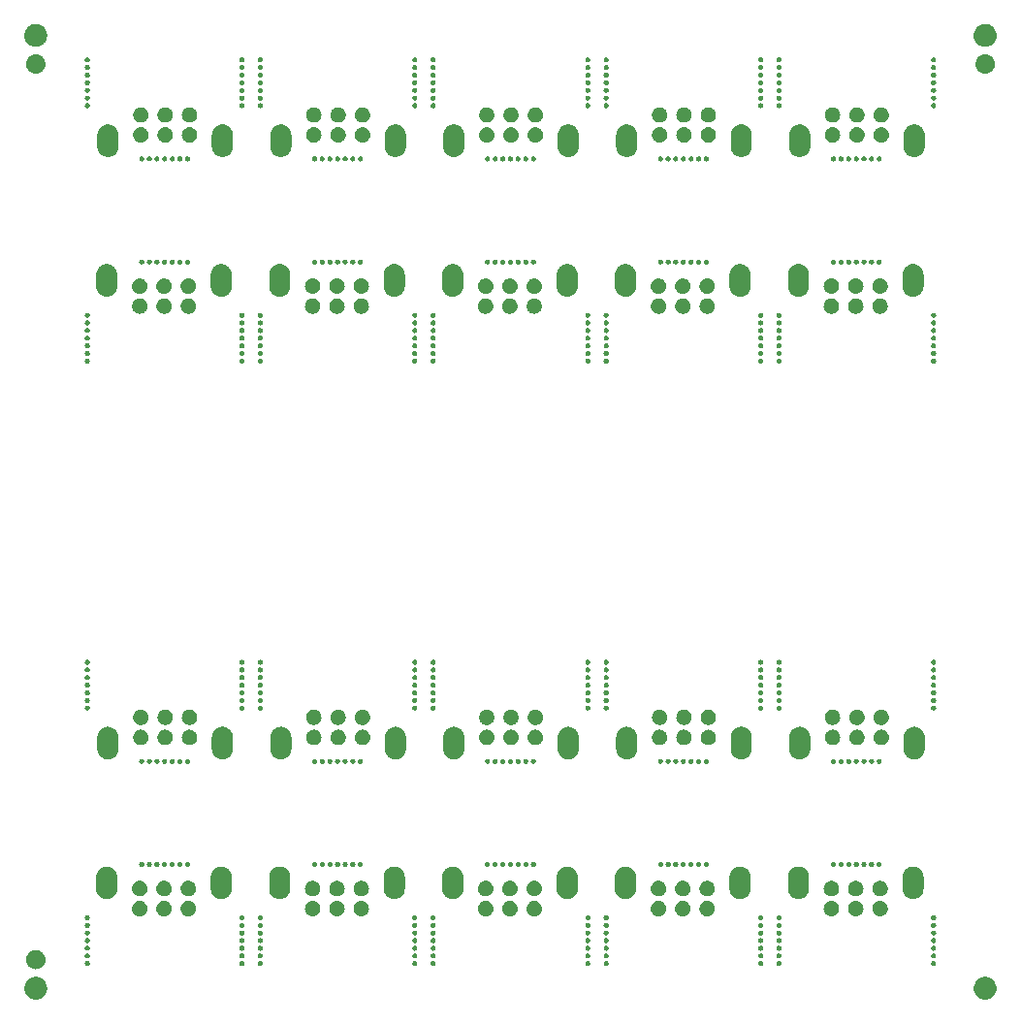
<source format=gbr>
%TF.GenerationSoftware,KiCad,Pcbnew,7.0.7*%
%TF.CreationDate,2023-12-24T11:29:27-08:00*%
%TF.ProjectId,Micro_AGB_Dongle_Panel,4d696372-6f5f-4414-9742-5f446f6e676c,rev?*%
%TF.SameCoordinates,Original*%
%TF.FileFunction,Soldermask,Bot*%
%TF.FilePolarity,Negative*%
%FSLAX46Y46*%
G04 Gerber Fmt 4.6, Leading zero omitted, Abs format (unit mm)*
G04 Created by KiCad (PCBNEW 7.0.7) date 2023-12-24 11:29:27*
%MOMM*%
%LPD*%
G01*
G04 APERTURE LIST*
G04 APERTURE END LIST*
G36*
X107098724Y-104704799D02*
G01*
X107142218Y-104704799D01*
X107190658Y-104713853D01*
X107245090Y-104719215D01*
X107286438Y-104731757D01*
X107323518Y-104738689D01*
X107374868Y-104758582D01*
X107432683Y-104776120D01*
X107465720Y-104793778D01*
X107495501Y-104805316D01*
X107547245Y-104837354D01*
X107605570Y-104868530D01*
X107630076Y-104888641D01*
X107652311Y-104902409D01*
X107701575Y-104947319D01*
X107757107Y-104992893D01*
X107773563Y-105012945D01*
X107788611Y-105026663D01*
X107832297Y-105084513D01*
X107881470Y-105144430D01*
X107890977Y-105162218D01*
X107899762Y-105173850D01*
X107934713Y-105244040D01*
X107973880Y-105317317D01*
X107978056Y-105331086D01*
X107981972Y-105338949D01*
X108005105Y-105420255D01*
X108030785Y-105504910D01*
X108031628Y-105513473D01*
X108032446Y-105516347D01*
X108040943Y-105608047D01*
X108050000Y-105700000D01*
X108040942Y-105791960D01*
X108032446Y-105883652D01*
X108031628Y-105886524D01*
X108030785Y-105895090D01*
X108005100Y-105979759D01*
X107981972Y-106061050D01*
X107978057Y-106068911D01*
X107973880Y-106082683D01*
X107934705Y-106155972D01*
X107899762Y-106226149D01*
X107890979Y-106237778D01*
X107881470Y-106255570D01*
X107832288Y-106315498D01*
X107788611Y-106373336D01*
X107773566Y-106387050D01*
X107757107Y-106407107D01*
X107701564Y-106452689D01*
X107652311Y-106497590D01*
X107630081Y-106511354D01*
X107605570Y-106531470D01*
X107547233Y-106562651D01*
X107495501Y-106594683D01*
X107465727Y-106606217D01*
X107432683Y-106623880D01*
X107374856Y-106641421D01*
X107323518Y-106661310D01*
X107286445Y-106668240D01*
X107245090Y-106680785D01*
X107190655Y-106686146D01*
X107142218Y-106695201D01*
X107098724Y-106695201D01*
X107050000Y-106700000D01*
X107001276Y-106695201D01*
X106957782Y-106695201D01*
X106909343Y-106686146D01*
X106854910Y-106680785D01*
X106813555Y-106668240D01*
X106776481Y-106661310D01*
X106725139Y-106641419D01*
X106667317Y-106623880D01*
X106634275Y-106606218D01*
X106604498Y-106594683D01*
X106552759Y-106562647D01*
X106494430Y-106531470D01*
X106469921Y-106511356D01*
X106447688Y-106497590D01*
X106398425Y-106452681D01*
X106342893Y-106407107D01*
X106326436Y-106387054D01*
X106311388Y-106373336D01*
X106267699Y-106315482D01*
X106218530Y-106255570D01*
X106209022Y-106237783D01*
X106200237Y-106226149D01*
X106165279Y-106155945D01*
X106126120Y-106082683D01*
X106121943Y-106068916D01*
X106118027Y-106061050D01*
X106094882Y-105979706D01*
X106069215Y-105895090D01*
X106068371Y-105886530D01*
X106067553Y-105883652D01*
X106059040Y-105791788D01*
X106050000Y-105700000D01*
X106059039Y-105608219D01*
X106067553Y-105516347D01*
X106068372Y-105513468D01*
X106069215Y-105504910D01*
X106094878Y-105420308D01*
X106118027Y-105338949D01*
X106121944Y-105331081D01*
X106126120Y-105317317D01*
X106165272Y-105244068D01*
X106200237Y-105173850D01*
X106209024Y-105162213D01*
X106218530Y-105144430D01*
X106267689Y-105084528D01*
X106311388Y-105026663D01*
X106326439Y-105012941D01*
X106342893Y-104992893D01*
X106398414Y-104947327D01*
X106447688Y-104902409D01*
X106469926Y-104888639D01*
X106494430Y-104868530D01*
X106552747Y-104837358D01*
X106604498Y-104805316D01*
X106634282Y-104793777D01*
X106667317Y-104776120D01*
X106725127Y-104758583D01*
X106776481Y-104738689D01*
X106813562Y-104731757D01*
X106854910Y-104719215D01*
X106909340Y-104713853D01*
X106957782Y-104704799D01*
X107001276Y-104704799D01*
X107050000Y-104700000D01*
X107098724Y-104704799D01*
G37*
G36*
X189998724Y-104704799D02*
G01*
X190042218Y-104704799D01*
X190090658Y-104713853D01*
X190145090Y-104719215D01*
X190186438Y-104731757D01*
X190223518Y-104738689D01*
X190274868Y-104758582D01*
X190332683Y-104776120D01*
X190365720Y-104793778D01*
X190395501Y-104805316D01*
X190447245Y-104837354D01*
X190505570Y-104868530D01*
X190530076Y-104888641D01*
X190552311Y-104902409D01*
X190601575Y-104947319D01*
X190657107Y-104992893D01*
X190673563Y-105012945D01*
X190688611Y-105026663D01*
X190732297Y-105084513D01*
X190781470Y-105144430D01*
X190790977Y-105162218D01*
X190799762Y-105173850D01*
X190834713Y-105244040D01*
X190873880Y-105317317D01*
X190878056Y-105331086D01*
X190881972Y-105338949D01*
X190905105Y-105420255D01*
X190930785Y-105504910D01*
X190931628Y-105513473D01*
X190932446Y-105516347D01*
X190940944Y-105608055D01*
X190950000Y-105700000D01*
X190940941Y-105791968D01*
X190932446Y-105883652D01*
X190931628Y-105886524D01*
X190930785Y-105895090D01*
X190905100Y-105979759D01*
X190881972Y-106061050D01*
X190878057Y-106068911D01*
X190873880Y-106082683D01*
X190834705Y-106155972D01*
X190799762Y-106226149D01*
X190790979Y-106237778D01*
X190781470Y-106255570D01*
X190732288Y-106315498D01*
X190688611Y-106373336D01*
X190673566Y-106387050D01*
X190657107Y-106407107D01*
X190601564Y-106452689D01*
X190552311Y-106497590D01*
X190530081Y-106511354D01*
X190505570Y-106531470D01*
X190447233Y-106562651D01*
X190395501Y-106594683D01*
X190365727Y-106606217D01*
X190332683Y-106623880D01*
X190274856Y-106641421D01*
X190223518Y-106661310D01*
X190186445Y-106668240D01*
X190145090Y-106680785D01*
X190090655Y-106686146D01*
X190042218Y-106695201D01*
X189998724Y-106695201D01*
X189950000Y-106700000D01*
X189901276Y-106695201D01*
X189857782Y-106695201D01*
X189809343Y-106686146D01*
X189754910Y-106680785D01*
X189713555Y-106668240D01*
X189676481Y-106661310D01*
X189625139Y-106641419D01*
X189567317Y-106623880D01*
X189534275Y-106606218D01*
X189504498Y-106594683D01*
X189452759Y-106562647D01*
X189394430Y-106531470D01*
X189369921Y-106511356D01*
X189347688Y-106497590D01*
X189298425Y-106452681D01*
X189242893Y-106407107D01*
X189226436Y-106387054D01*
X189211388Y-106373336D01*
X189167699Y-106315482D01*
X189118530Y-106255570D01*
X189109022Y-106237783D01*
X189100237Y-106226149D01*
X189065279Y-106155945D01*
X189026120Y-106082683D01*
X189021943Y-106068916D01*
X189018027Y-106061050D01*
X188994882Y-105979706D01*
X188969215Y-105895090D01*
X188968371Y-105886530D01*
X188967553Y-105883652D01*
X188959041Y-105791796D01*
X188950000Y-105700000D01*
X188959038Y-105608227D01*
X188967553Y-105516347D01*
X188968372Y-105513468D01*
X188969215Y-105504910D01*
X188994878Y-105420308D01*
X189018027Y-105338949D01*
X189021944Y-105331081D01*
X189026120Y-105317317D01*
X189065272Y-105244068D01*
X189100237Y-105173850D01*
X189109024Y-105162213D01*
X189118530Y-105144430D01*
X189167689Y-105084528D01*
X189211388Y-105026663D01*
X189226439Y-105012941D01*
X189242893Y-104992893D01*
X189298414Y-104947327D01*
X189347688Y-104902409D01*
X189369926Y-104888639D01*
X189394430Y-104868530D01*
X189452747Y-104837358D01*
X189504498Y-104805316D01*
X189534282Y-104793777D01*
X189567317Y-104776120D01*
X189625127Y-104758583D01*
X189676481Y-104738689D01*
X189713562Y-104731757D01*
X189754910Y-104719215D01*
X189809340Y-104713853D01*
X189857782Y-104704799D01*
X189901276Y-104704799D01*
X189950000Y-104700000D01*
X189998724Y-104704799D01*
G37*
G36*
X107091139Y-102354656D02*
G01*
X107138849Y-102354656D01*
X107180045Y-102363412D01*
X107215706Y-102366925D01*
X107260513Y-102380516D01*
X107312664Y-102391602D01*
X107346030Y-102406457D01*
X107375052Y-102415261D01*
X107421167Y-102439910D01*
X107475000Y-102463878D01*
X107500031Y-102482064D01*
X107521897Y-102493752D01*
X107566497Y-102530355D01*
X107618761Y-102568327D01*
X107635731Y-102587174D01*
X107650612Y-102599387D01*
X107690608Y-102648122D01*
X107737664Y-102700383D01*
X107747547Y-102717502D01*
X107756247Y-102728102D01*
X107788427Y-102788307D01*
X107826514Y-102854274D01*
X107830894Y-102867757D01*
X107834738Y-102874947D01*
X107855926Y-102944796D01*
X107881425Y-103023275D01*
X107882322Y-103031816D01*
X107883074Y-103034293D01*
X107890385Y-103108522D01*
X107900000Y-103200000D01*
X107890384Y-103291485D01*
X107883074Y-103365706D01*
X107882322Y-103368182D01*
X107881425Y-103376725D01*
X107855921Y-103455217D01*
X107834738Y-103525052D01*
X107830895Y-103532240D01*
X107826514Y-103545726D01*
X107788420Y-103611704D01*
X107756247Y-103671897D01*
X107747549Y-103682494D01*
X107737664Y-103699617D01*
X107690599Y-103751888D01*
X107650612Y-103800612D01*
X107635734Y-103812821D01*
X107618761Y-103831673D01*
X107566486Y-103869652D01*
X107521897Y-103906247D01*
X107500036Y-103917931D01*
X107475000Y-103936122D01*
X107421155Y-103960094D01*
X107375052Y-103984738D01*
X107346037Y-103993539D01*
X107312664Y-104008398D01*
X107260502Y-104019485D01*
X107215706Y-104033074D01*
X107180054Y-104036585D01*
X107138849Y-104045344D01*
X107091129Y-104045344D01*
X107049999Y-104049395D01*
X107008869Y-104045344D01*
X106961151Y-104045344D01*
X106919946Y-104036585D01*
X106884293Y-104033074D01*
X106839493Y-104019484D01*
X106787336Y-104008398D01*
X106753964Y-103993540D01*
X106724947Y-103984738D01*
X106678838Y-103960092D01*
X106625000Y-103936122D01*
X106599966Y-103917933D01*
X106578102Y-103906247D01*
X106533504Y-103869646D01*
X106481239Y-103831673D01*
X106464267Y-103812824D01*
X106449387Y-103800612D01*
X106409389Y-103751875D01*
X106362336Y-103699617D01*
X106352452Y-103682498D01*
X106343752Y-103671897D01*
X106311565Y-103611681D01*
X106273486Y-103545726D01*
X106269105Y-103532245D01*
X106265261Y-103525052D01*
X106244063Y-103455171D01*
X106218575Y-103376725D01*
X106217677Y-103368187D01*
X106216925Y-103365706D01*
X106209599Y-103291334D01*
X106200000Y-103200000D01*
X106209598Y-103108674D01*
X106216925Y-103034293D01*
X106217677Y-103031811D01*
X106218575Y-103023275D01*
X106244058Y-102944842D01*
X106265261Y-102874947D01*
X106269106Y-102867752D01*
X106273486Y-102854274D01*
X106311558Y-102788330D01*
X106343752Y-102728102D01*
X106352454Y-102717498D01*
X106362336Y-102700383D01*
X106409380Y-102648134D01*
X106449387Y-102599387D01*
X106464271Y-102587171D01*
X106481239Y-102568327D01*
X106533493Y-102530361D01*
X106578102Y-102493752D01*
X106599971Y-102482062D01*
X106625000Y-102463878D01*
X106678826Y-102439912D01*
X106724947Y-102415261D01*
X106753971Y-102406456D01*
X106787336Y-102391602D01*
X106839482Y-102380517D01*
X106884293Y-102366925D01*
X106919955Y-102363412D01*
X106961151Y-102354656D01*
X107008859Y-102354656D01*
X107049999Y-102350604D01*
X107091139Y-102354656D01*
G37*
G36*
X111588238Y-103332606D02*
G01*
X111619037Y-103337489D01*
X111623039Y-103339528D01*
X111636104Y-103342127D01*
X111661681Y-103359217D01*
X111681334Y-103369231D01*
X111690730Y-103378627D01*
X111709099Y-103390901D01*
X111721372Y-103409269D01*
X111730768Y-103418665D01*
X111740780Y-103438316D01*
X111757873Y-103463896D01*
X111760471Y-103476960D01*
X111762506Y-103480953D01*
X111767351Y-103511546D01*
X111775000Y-103550000D01*
X111767349Y-103588459D01*
X111762506Y-103619046D01*
X111760471Y-103623037D01*
X111757873Y-103636104D01*
X111740778Y-103661687D01*
X111730768Y-103681334D01*
X111721374Y-103690727D01*
X111709099Y-103709099D01*
X111690727Y-103721374D01*
X111681334Y-103730768D01*
X111661687Y-103740778D01*
X111636104Y-103757873D01*
X111623037Y-103760471D01*
X111619046Y-103762506D01*
X111588459Y-103767349D01*
X111550000Y-103775000D01*
X111511546Y-103767351D01*
X111480953Y-103762506D01*
X111476960Y-103760471D01*
X111463896Y-103757873D01*
X111438316Y-103740780D01*
X111418665Y-103730768D01*
X111409269Y-103721372D01*
X111390901Y-103709099D01*
X111378627Y-103690730D01*
X111369231Y-103681334D01*
X111359216Y-103661680D01*
X111342127Y-103636104D01*
X111339528Y-103623041D01*
X111337493Y-103619046D01*
X111332645Y-103588434D01*
X111325000Y-103550000D01*
X111332643Y-103511570D01*
X111337493Y-103480953D01*
X111339528Y-103476957D01*
X111342127Y-103463896D01*
X111359214Y-103438322D01*
X111369231Y-103418665D01*
X111378629Y-103409266D01*
X111390901Y-103390901D01*
X111409266Y-103378629D01*
X111418665Y-103369231D01*
X111438322Y-103359214D01*
X111463896Y-103342127D01*
X111476957Y-103339528D01*
X111480965Y-103337487D01*
X111511840Y-103332590D01*
X111550000Y-103325000D01*
X111588238Y-103332606D01*
G37*
G36*
X125088238Y-103332606D02*
G01*
X125119037Y-103337489D01*
X125123039Y-103339528D01*
X125136104Y-103342127D01*
X125161681Y-103359217D01*
X125181334Y-103369231D01*
X125190730Y-103378627D01*
X125209099Y-103390901D01*
X125221372Y-103409269D01*
X125230768Y-103418665D01*
X125240780Y-103438316D01*
X125257873Y-103463896D01*
X125260471Y-103476960D01*
X125262506Y-103480953D01*
X125267351Y-103511546D01*
X125275000Y-103550000D01*
X125267349Y-103588459D01*
X125262506Y-103619046D01*
X125260471Y-103623037D01*
X125257873Y-103636104D01*
X125240778Y-103661687D01*
X125230768Y-103681334D01*
X125221374Y-103690727D01*
X125209099Y-103709099D01*
X125190727Y-103721374D01*
X125181334Y-103730768D01*
X125161687Y-103740778D01*
X125136104Y-103757873D01*
X125123037Y-103760471D01*
X125119046Y-103762506D01*
X125088457Y-103767350D01*
X125050000Y-103775000D01*
X125011544Y-103767350D01*
X124980953Y-103762506D01*
X124976960Y-103760471D01*
X124963896Y-103757873D01*
X124938316Y-103740780D01*
X124918665Y-103730768D01*
X124909269Y-103721372D01*
X124890901Y-103709099D01*
X124878627Y-103690730D01*
X124869231Y-103681334D01*
X124859216Y-103661680D01*
X124842127Y-103636104D01*
X124839528Y-103623041D01*
X124837493Y-103619046D01*
X124832645Y-103588434D01*
X124825000Y-103550000D01*
X124832643Y-103511570D01*
X124837493Y-103480953D01*
X124839528Y-103476957D01*
X124842127Y-103463896D01*
X124859214Y-103438322D01*
X124869231Y-103418665D01*
X124878629Y-103409266D01*
X124890901Y-103390901D01*
X124909266Y-103378629D01*
X124918665Y-103369231D01*
X124938322Y-103359214D01*
X124963896Y-103342127D01*
X124976957Y-103339528D01*
X124980965Y-103337487D01*
X125011840Y-103332590D01*
X125050000Y-103325000D01*
X125088238Y-103332606D01*
G37*
G36*
X126688238Y-103332606D02*
G01*
X126719037Y-103337489D01*
X126723039Y-103339528D01*
X126736104Y-103342127D01*
X126761681Y-103359217D01*
X126781334Y-103369231D01*
X126790730Y-103378627D01*
X126809099Y-103390901D01*
X126821372Y-103409269D01*
X126830768Y-103418665D01*
X126840780Y-103438316D01*
X126857873Y-103463896D01*
X126860471Y-103476960D01*
X126862506Y-103480953D01*
X126867351Y-103511546D01*
X126875000Y-103550000D01*
X126867349Y-103588459D01*
X126862506Y-103619046D01*
X126860471Y-103623037D01*
X126857873Y-103636104D01*
X126840778Y-103661687D01*
X126830768Y-103681334D01*
X126821374Y-103690727D01*
X126809099Y-103709099D01*
X126790727Y-103721374D01*
X126781334Y-103730768D01*
X126761687Y-103740778D01*
X126736104Y-103757873D01*
X126723037Y-103760471D01*
X126719046Y-103762506D01*
X126688457Y-103767350D01*
X126650000Y-103775000D01*
X126611544Y-103767350D01*
X126580953Y-103762506D01*
X126576960Y-103760471D01*
X126563896Y-103757873D01*
X126538316Y-103740780D01*
X126518665Y-103730768D01*
X126509269Y-103721372D01*
X126490901Y-103709099D01*
X126478627Y-103690730D01*
X126469231Y-103681334D01*
X126459216Y-103661680D01*
X126442127Y-103636104D01*
X126439528Y-103623041D01*
X126437493Y-103619046D01*
X126432645Y-103588434D01*
X126425000Y-103550000D01*
X126432643Y-103511570D01*
X126437493Y-103480953D01*
X126439528Y-103476957D01*
X126442127Y-103463896D01*
X126459214Y-103438322D01*
X126469231Y-103418665D01*
X126478629Y-103409266D01*
X126490901Y-103390901D01*
X126509266Y-103378629D01*
X126518665Y-103369231D01*
X126538322Y-103359214D01*
X126563896Y-103342127D01*
X126576957Y-103339528D01*
X126580965Y-103337487D01*
X126611840Y-103332590D01*
X126650000Y-103325000D01*
X126688238Y-103332606D01*
G37*
G36*
X140188238Y-103332606D02*
G01*
X140219037Y-103337489D01*
X140223039Y-103339528D01*
X140236104Y-103342127D01*
X140261681Y-103359217D01*
X140281334Y-103369231D01*
X140290730Y-103378627D01*
X140309099Y-103390901D01*
X140321372Y-103409269D01*
X140330768Y-103418665D01*
X140340780Y-103438316D01*
X140357873Y-103463896D01*
X140360471Y-103476960D01*
X140362506Y-103480953D01*
X140367351Y-103511546D01*
X140375000Y-103550000D01*
X140367349Y-103588459D01*
X140362506Y-103619046D01*
X140360471Y-103623037D01*
X140357873Y-103636104D01*
X140340778Y-103661687D01*
X140330768Y-103681334D01*
X140321374Y-103690727D01*
X140309099Y-103709099D01*
X140290727Y-103721374D01*
X140281334Y-103730768D01*
X140261687Y-103740778D01*
X140236104Y-103757873D01*
X140223037Y-103760471D01*
X140219046Y-103762506D01*
X140188459Y-103767349D01*
X140150000Y-103775000D01*
X140111546Y-103767351D01*
X140080953Y-103762506D01*
X140076960Y-103760471D01*
X140063896Y-103757873D01*
X140038316Y-103740780D01*
X140018665Y-103730768D01*
X140009269Y-103721372D01*
X139990901Y-103709099D01*
X139978627Y-103690730D01*
X139969231Y-103681334D01*
X139959216Y-103661680D01*
X139942127Y-103636104D01*
X139939528Y-103623041D01*
X139937493Y-103619046D01*
X139932645Y-103588434D01*
X139925000Y-103550000D01*
X139932643Y-103511570D01*
X139937493Y-103480953D01*
X139939528Y-103476957D01*
X139942127Y-103463896D01*
X139959214Y-103438322D01*
X139969231Y-103418665D01*
X139978629Y-103409266D01*
X139990901Y-103390901D01*
X140009266Y-103378629D01*
X140018665Y-103369231D01*
X140038322Y-103359214D01*
X140063896Y-103342127D01*
X140076957Y-103339528D01*
X140080965Y-103337487D01*
X140111840Y-103332590D01*
X140150000Y-103325000D01*
X140188238Y-103332606D01*
G37*
G36*
X141788238Y-103332606D02*
G01*
X141819037Y-103337489D01*
X141823039Y-103339528D01*
X141836104Y-103342127D01*
X141861681Y-103359217D01*
X141881334Y-103369231D01*
X141890730Y-103378627D01*
X141909099Y-103390901D01*
X141921372Y-103409269D01*
X141930768Y-103418665D01*
X141940780Y-103438316D01*
X141957873Y-103463896D01*
X141960471Y-103476960D01*
X141962506Y-103480953D01*
X141967351Y-103511546D01*
X141975000Y-103550000D01*
X141967349Y-103588459D01*
X141962506Y-103619046D01*
X141960471Y-103623037D01*
X141957873Y-103636104D01*
X141940778Y-103661687D01*
X141930768Y-103681334D01*
X141921374Y-103690727D01*
X141909099Y-103709099D01*
X141890727Y-103721374D01*
X141881334Y-103730768D01*
X141861687Y-103740778D01*
X141836104Y-103757873D01*
X141823037Y-103760471D01*
X141819046Y-103762506D01*
X141788459Y-103767349D01*
X141750000Y-103775000D01*
X141711546Y-103767351D01*
X141680953Y-103762506D01*
X141676960Y-103760471D01*
X141663896Y-103757873D01*
X141638316Y-103740780D01*
X141618665Y-103730768D01*
X141609269Y-103721372D01*
X141590901Y-103709099D01*
X141578627Y-103690730D01*
X141569231Y-103681334D01*
X141559216Y-103661680D01*
X141542127Y-103636104D01*
X141539528Y-103623041D01*
X141537493Y-103619046D01*
X141532645Y-103588434D01*
X141525000Y-103550000D01*
X141532643Y-103511570D01*
X141537493Y-103480953D01*
X141539528Y-103476957D01*
X141542127Y-103463896D01*
X141559214Y-103438322D01*
X141569231Y-103418665D01*
X141578629Y-103409266D01*
X141590901Y-103390901D01*
X141609266Y-103378629D01*
X141618665Y-103369231D01*
X141638322Y-103359214D01*
X141663896Y-103342127D01*
X141676957Y-103339528D01*
X141680965Y-103337487D01*
X141711840Y-103332590D01*
X141750000Y-103325000D01*
X141788238Y-103332606D01*
G37*
G36*
X155288238Y-103332606D02*
G01*
X155319037Y-103337489D01*
X155323039Y-103339528D01*
X155336104Y-103342127D01*
X155361681Y-103359217D01*
X155381334Y-103369231D01*
X155390730Y-103378627D01*
X155409099Y-103390901D01*
X155421372Y-103409269D01*
X155430768Y-103418665D01*
X155440780Y-103438316D01*
X155457873Y-103463896D01*
X155460471Y-103476960D01*
X155462506Y-103480953D01*
X155467351Y-103511546D01*
X155475000Y-103550000D01*
X155467349Y-103588459D01*
X155462506Y-103619046D01*
X155460471Y-103623037D01*
X155457873Y-103636104D01*
X155440778Y-103661687D01*
X155430768Y-103681334D01*
X155421374Y-103690727D01*
X155409099Y-103709099D01*
X155390727Y-103721374D01*
X155381334Y-103730768D01*
X155361687Y-103740778D01*
X155336104Y-103757873D01*
X155323037Y-103760471D01*
X155319046Y-103762506D01*
X155288457Y-103767350D01*
X155250000Y-103775000D01*
X155211544Y-103767350D01*
X155180953Y-103762506D01*
X155176960Y-103760471D01*
X155163896Y-103757873D01*
X155138316Y-103740780D01*
X155118665Y-103730768D01*
X155109269Y-103721372D01*
X155090901Y-103709099D01*
X155078627Y-103690730D01*
X155069231Y-103681334D01*
X155059216Y-103661680D01*
X155042127Y-103636104D01*
X155039528Y-103623041D01*
X155037493Y-103619046D01*
X155032645Y-103588434D01*
X155025000Y-103550000D01*
X155032643Y-103511570D01*
X155037493Y-103480953D01*
X155039528Y-103476957D01*
X155042127Y-103463896D01*
X155059214Y-103438322D01*
X155069231Y-103418665D01*
X155078629Y-103409266D01*
X155090901Y-103390901D01*
X155109266Y-103378629D01*
X155118665Y-103369231D01*
X155138322Y-103359214D01*
X155163896Y-103342127D01*
X155176957Y-103339528D01*
X155180965Y-103337487D01*
X155211840Y-103332590D01*
X155250000Y-103325000D01*
X155288238Y-103332606D01*
G37*
G36*
X156888238Y-103332606D02*
G01*
X156919037Y-103337489D01*
X156923039Y-103339528D01*
X156936104Y-103342127D01*
X156961681Y-103359217D01*
X156981334Y-103369231D01*
X156990730Y-103378627D01*
X157009099Y-103390901D01*
X157021372Y-103409269D01*
X157030768Y-103418665D01*
X157040780Y-103438316D01*
X157057873Y-103463896D01*
X157060471Y-103476960D01*
X157062506Y-103480953D01*
X157067351Y-103511546D01*
X157075000Y-103550000D01*
X157067349Y-103588459D01*
X157062506Y-103619046D01*
X157060471Y-103623037D01*
X157057873Y-103636104D01*
X157040778Y-103661687D01*
X157030768Y-103681334D01*
X157021374Y-103690727D01*
X157009099Y-103709099D01*
X156990727Y-103721374D01*
X156981334Y-103730768D01*
X156961687Y-103740778D01*
X156936104Y-103757873D01*
X156923037Y-103760471D01*
X156919046Y-103762506D01*
X156888457Y-103767350D01*
X156850000Y-103775000D01*
X156811544Y-103767350D01*
X156780953Y-103762506D01*
X156776960Y-103760471D01*
X156763896Y-103757873D01*
X156738316Y-103740780D01*
X156718665Y-103730768D01*
X156709269Y-103721372D01*
X156690901Y-103709099D01*
X156678627Y-103690730D01*
X156669231Y-103681334D01*
X156659216Y-103661680D01*
X156642127Y-103636104D01*
X156639528Y-103623041D01*
X156637493Y-103619046D01*
X156632645Y-103588434D01*
X156625000Y-103550000D01*
X156632643Y-103511570D01*
X156637493Y-103480953D01*
X156639528Y-103476957D01*
X156642127Y-103463896D01*
X156659214Y-103438322D01*
X156669231Y-103418665D01*
X156678629Y-103409266D01*
X156690901Y-103390901D01*
X156709266Y-103378629D01*
X156718665Y-103369231D01*
X156738322Y-103359214D01*
X156763896Y-103342127D01*
X156776957Y-103339528D01*
X156780965Y-103337487D01*
X156811840Y-103332590D01*
X156850000Y-103325000D01*
X156888238Y-103332606D01*
G37*
G36*
X170388238Y-103332606D02*
G01*
X170419037Y-103337489D01*
X170423039Y-103339528D01*
X170436104Y-103342127D01*
X170461681Y-103359217D01*
X170481334Y-103369231D01*
X170490730Y-103378627D01*
X170509099Y-103390901D01*
X170521372Y-103409269D01*
X170530768Y-103418665D01*
X170540780Y-103438316D01*
X170557873Y-103463896D01*
X170560471Y-103476960D01*
X170562506Y-103480953D01*
X170567351Y-103511546D01*
X170575000Y-103550000D01*
X170567349Y-103588459D01*
X170562506Y-103619046D01*
X170560471Y-103623037D01*
X170557873Y-103636104D01*
X170540778Y-103661687D01*
X170530768Y-103681334D01*
X170521374Y-103690727D01*
X170509099Y-103709099D01*
X170490727Y-103721374D01*
X170481334Y-103730768D01*
X170461687Y-103740778D01*
X170436104Y-103757873D01*
X170423037Y-103760471D01*
X170419046Y-103762506D01*
X170388459Y-103767349D01*
X170350000Y-103775000D01*
X170311546Y-103767351D01*
X170280953Y-103762506D01*
X170276960Y-103760471D01*
X170263896Y-103757873D01*
X170238316Y-103740780D01*
X170218665Y-103730768D01*
X170209269Y-103721372D01*
X170190901Y-103709099D01*
X170178627Y-103690730D01*
X170169231Y-103681334D01*
X170159216Y-103661680D01*
X170142127Y-103636104D01*
X170139528Y-103623041D01*
X170137493Y-103619046D01*
X170132645Y-103588434D01*
X170125000Y-103550000D01*
X170132643Y-103511570D01*
X170137493Y-103480953D01*
X170139528Y-103476957D01*
X170142127Y-103463896D01*
X170159214Y-103438322D01*
X170169231Y-103418665D01*
X170178629Y-103409266D01*
X170190901Y-103390901D01*
X170209266Y-103378629D01*
X170218665Y-103369231D01*
X170238322Y-103359214D01*
X170263896Y-103342127D01*
X170276957Y-103339528D01*
X170280965Y-103337487D01*
X170311840Y-103332590D01*
X170350000Y-103325000D01*
X170388238Y-103332606D01*
G37*
G36*
X171988238Y-103332606D02*
G01*
X172019037Y-103337489D01*
X172023039Y-103339528D01*
X172036104Y-103342127D01*
X172061681Y-103359217D01*
X172081334Y-103369231D01*
X172090730Y-103378627D01*
X172109099Y-103390901D01*
X172121372Y-103409269D01*
X172130768Y-103418665D01*
X172140780Y-103438316D01*
X172157873Y-103463896D01*
X172160471Y-103476960D01*
X172162506Y-103480953D01*
X172167351Y-103511546D01*
X172175000Y-103550000D01*
X172167349Y-103588459D01*
X172162506Y-103619046D01*
X172160471Y-103623037D01*
X172157873Y-103636104D01*
X172140778Y-103661687D01*
X172130768Y-103681334D01*
X172121374Y-103690727D01*
X172109099Y-103709099D01*
X172090727Y-103721374D01*
X172081334Y-103730768D01*
X172061687Y-103740778D01*
X172036104Y-103757873D01*
X172023037Y-103760471D01*
X172019046Y-103762506D01*
X171988459Y-103767349D01*
X171950000Y-103775000D01*
X171911546Y-103767351D01*
X171880953Y-103762506D01*
X171876960Y-103760471D01*
X171863896Y-103757873D01*
X171838316Y-103740780D01*
X171818665Y-103730768D01*
X171809269Y-103721372D01*
X171790901Y-103709099D01*
X171778627Y-103690730D01*
X171769231Y-103681334D01*
X171759216Y-103661680D01*
X171742127Y-103636104D01*
X171739528Y-103623041D01*
X171737493Y-103619046D01*
X171732645Y-103588434D01*
X171725000Y-103550000D01*
X171732643Y-103511570D01*
X171737493Y-103480953D01*
X171739528Y-103476957D01*
X171742127Y-103463896D01*
X171759214Y-103438322D01*
X171769231Y-103418665D01*
X171778629Y-103409266D01*
X171790901Y-103390901D01*
X171809266Y-103378629D01*
X171818665Y-103369231D01*
X171838322Y-103359214D01*
X171863896Y-103342127D01*
X171876957Y-103339528D01*
X171880965Y-103337487D01*
X171911840Y-103332590D01*
X171950000Y-103325000D01*
X171988238Y-103332606D01*
G37*
G36*
X185488238Y-103332606D02*
G01*
X185519037Y-103337489D01*
X185523039Y-103339528D01*
X185536104Y-103342127D01*
X185561681Y-103359217D01*
X185581334Y-103369231D01*
X185590730Y-103378627D01*
X185609099Y-103390901D01*
X185621372Y-103409269D01*
X185630768Y-103418665D01*
X185640780Y-103438316D01*
X185657873Y-103463896D01*
X185660471Y-103476960D01*
X185662506Y-103480953D01*
X185667351Y-103511546D01*
X185675000Y-103550000D01*
X185667349Y-103588459D01*
X185662506Y-103619046D01*
X185660471Y-103623037D01*
X185657873Y-103636104D01*
X185640778Y-103661687D01*
X185630768Y-103681334D01*
X185621374Y-103690727D01*
X185609099Y-103709099D01*
X185590727Y-103721374D01*
X185581334Y-103730768D01*
X185561687Y-103740778D01*
X185536104Y-103757873D01*
X185523037Y-103760471D01*
X185519046Y-103762506D01*
X185488457Y-103767350D01*
X185450000Y-103775000D01*
X185411544Y-103767350D01*
X185380953Y-103762506D01*
X185376960Y-103760471D01*
X185363896Y-103757873D01*
X185338316Y-103740780D01*
X185318665Y-103730768D01*
X185309269Y-103721372D01*
X185290901Y-103709099D01*
X185278627Y-103690730D01*
X185269231Y-103681334D01*
X185259216Y-103661680D01*
X185242127Y-103636104D01*
X185239528Y-103623041D01*
X185237493Y-103619046D01*
X185232645Y-103588434D01*
X185225000Y-103550000D01*
X185232643Y-103511570D01*
X185237493Y-103480953D01*
X185239528Y-103476957D01*
X185242127Y-103463896D01*
X185259214Y-103438322D01*
X185269231Y-103418665D01*
X185278629Y-103409266D01*
X185290901Y-103390901D01*
X185309266Y-103378629D01*
X185318665Y-103369231D01*
X185338322Y-103359214D01*
X185363896Y-103342127D01*
X185376957Y-103339528D01*
X185380965Y-103337487D01*
X185411840Y-103332590D01*
X185450000Y-103325000D01*
X185488238Y-103332606D01*
G37*
G36*
X111588238Y-102665939D02*
G01*
X111619037Y-102670822D01*
X111623039Y-102672861D01*
X111636104Y-102675460D01*
X111661681Y-102692550D01*
X111681334Y-102702564D01*
X111690730Y-102711960D01*
X111709099Y-102724234D01*
X111721372Y-102742602D01*
X111730768Y-102751998D01*
X111740780Y-102771649D01*
X111757873Y-102797229D01*
X111760471Y-102810293D01*
X111762506Y-102814286D01*
X111767350Y-102844877D01*
X111775000Y-102883333D01*
X111767350Y-102921790D01*
X111762506Y-102952379D01*
X111760471Y-102956370D01*
X111757873Y-102969437D01*
X111740778Y-102995020D01*
X111730768Y-103014667D01*
X111721374Y-103024060D01*
X111709099Y-103042432D01*
X111690727Y-103054707D01*
X111681334Y-103064101D01*
X111661687Y-103074111D01*
X111636104Y-103091206D01*
X111623036Y-103093805D01*
X111619057Y-103095833D01*
X111588695Y-103100635D01*
X111550000Y-103108333D01*
X111511381Y-103100651D01*
X111480945Y-103095835D01*
X111476960Y-103093804D01*
X111463896Y-103091206D01*
X111438316Y-103074114D01*
X111418665Y-103064101D01*
X111409269Y-103054705D01*
X111390901Y-103042432D01*
X111378627Y-103024063D01*
X111369231Y-103014667D01*
X111359216Y-102995013D01*
X111342127Y-102969437D01*
X111339528Y-102956374D01*
X111337493Y-102952379D01*
X111332644Y-102921766D01*
X111325000Y-102883333D01*
X111332644Y-102844902D01*
X111337493Y-102814286D01*
X111339528Y-102810290D01*
X111342127Y-102797229D01*
X111359214Y-102771655D01*
X111369231Y-102751998D01*
X111378629Y-102742599D01*
X111390901Y-102724234D01*
X111409266Y-102711962D01*
X111418665Y-102702564D01*
X111438322Y-102692547D01*
X111463896Y-102675460D01*
X111476957Y-102672861D01*
X111480965Y-102670820D01*
X111511840Y-102665923D01*
X111550000Y-102658333D01*
X111588238Y-102665939D01*
G37*
G36*
X125088238Y-102665939D02*
G01*
X125119037Y-102670822D01*
X125123039Y-102672861D01*
X125136104Y-102675460D01*
X125161681Y-102692550D01*
X125181334Y-102702564D01*
X125190730Y-102711960D01*
X125209099Y-102724234D01*
X125221372Y-102742602D01*
X125230768Y-102751998D01*
X125240780Y-102771649D01*
X125257873Y-102797229D01*
X125260471Y-102810293D01*
X125262506Y-102814286D01*
X125267350Y-102844877D01*
X125275000Y-102883333D01*
X125267350Y-102921790D01*
X125262506Y-102952379D01*
X125260471Y-102956370D01*
X125257873Y-102969437D01*
X125240778Y-102995020D01*
X125230768Y-103014667D01*
X125221374Y-103024060D01*
X125209099Y-103042432D01*
X125190727Y-103054707D01*
X125181334Y-103064101D01*
X125161687Y-103074111D01*
X125136104Y-103091206D01*
X125123036Y-103093805D01*
X125119057Y-103095833D01*
X125088695Y-103100635D01*
X125050000Y-103108333D01*
X125011381Y-103100651D01*
X124980945Y-103095835D01*
X124976960Y-103093804D01*
X124963896Y-103091206D01*
X124938316Y-103074114D01*
X124918665Y-103064101D01*
X124909269Y-103054705D01*
X124890901Y-103042432D01*
X124878627Y-103024063D01*
X124869231Y-103014667D01*
X124859216Y-102995013D01*
X124842127Y-102969437D01*
X124839528Y-102956374D01*
X124837493Y-102952379D01*
X124832644Y-102921766D01*
X124825000Y-102883333D01*
X124832644Y-102844902D01*
X124837493Y-102814286D01*
X124839528Y-102810290D01*
X124842127Y-102797229D01*
X124859214Y-102771655D01*
X124869231Y-102751998D01*
X124878629Y-102742599D01*
X124890901Y-102724234D01*
X124909266Y-102711962D01*
X124918665Y-102702564D01*
X124938322Y-102692547D01*
X124963896Y-102675460D01*
X124976957Y-102672861D01*
X124980965Y-102670820D01*
X125011840Y-102665923D01*
X125050000Y-102658333D01*
X125088238Y-102665939D01*
G37*
G36*
X126688238Y-102665939D02*
G01*
X126719037Y-102670822D01*
X126723039Y-102672861D01*
X126736104Y-102675460D01*
X126761681Y-102692550D01*
X126781334Y-102702564D01*
X126790730Y-102711960D01*
X126809099Y-102724234D01*
X126821372Y-102742602D01*
X126830768Y-102751998D01*
X126840780Y-102771649D01*
X126857873Y-102797229D01*
X126860471Y-102810293D01*
X126862506Y-102814286D01*
X126867350Y-102844877D01*
X126875000Y-102883333D01*
X126867350Y-102921790D01*
X126862506Y-102952379D01*
X126860471Y-102956370D01*
X126857873Y-102969437D01*
X126840778Y-102995020D01*
X126830768Y-103014667D01*
X126821374Y-103024060D01*
X126809099Y-103042432D01*
X126790727Y-103054707D01*
X126781334Y-103064101D01*
X126761687Y-103074111D01*
X126736104Y-103091206D01*
X126723036Y-103093805D01*
X126719057Y-103095833D01*
X126688695Y-103100635D01*
X126650000Y-103108333D01*
X126611381Y-103100651D01*
X126580945Y-103095835D01*
X126576960Y-103093804D01*
X126563896Y-103091206D01*
X126538316Y-103074114D01*
X126518665Y-103064101D01*
X126509269Y-103054705D01*
X126490901Y-103042432D01*
X126478627Y-103024063D01*
X126469231Y-103014667D01*
X126459216Y-102995013D01*
X126442127Y-102969437D01*
X126439528Y-102956374D01*
X126437493Y-102952379D01*
X126432644Y-102921766D01*
X126425000Y-102883333D01*
X126432644Y-102844902D01*
X126437493Y-102814286D01*
X126439528Y-102810290D01*
X126442127Y-102797229D01*
X126459214Y-102771655D01*
X126469231Y-102751998D01*
X126478629Y-102742599D01*
X126490901Y-102724234D01*
X126509266Y-102711962D01*
X126518665Y-102702564D01*
X126538322Y-102692547D01*
X126563896Y-102675460D01*
X126576957Y-102672861D01*
X126580965Y-102670820D01*
X126611840Y-102665923D01*
X126650000Y-102658333D01*
X126688238Y-102665939D01*
G37*
G36*
X140188238Y-102665939D02*
G01*
X140219037Y-102670822D01*
X140223039Y-102672861D01*
X140236104Y-102675460D01*
X140261681Y-102692550D01*
X140281334Y-102702564D01*
X140290730Y-102711960D01*
X140309099Y-102724234D01*
X140321372Y-102742602D01*
X140330768Y-102751998D01*
X140340780Y-102771649D01*
X140357873Y-102797229D01*
X140360471Y-102810293D01*
X140362506Y-102814286D01*
X140367350Y-102844877D01*
X140375000Y-102883333D01*
X140367350Y-102921790D01*
X140362506Y-102952379D01*
X140360471Y-102956370D01*
X140357873Y-102969437D01*
X140340778Y-102995020D01*
X140330768Y-103014667D01*
X140321374Y-103024060D01*
X140309099Y-103042432D01*
X140290727Y-103054707D01*
X140281334Y-103064101D01*
X140261687Y-103074111D01*
X140236104Y-103091206D01*
X140223036Y-103093805D01*
X140219057Y-103095833D01*
X140188695Y-103100635D01*
X140150000Y-103108333D01*
X140111381Y-103100651D01*
X140080945Y-103095835D01*
X140076960Y-103093804D01*
X140063896Y-103091206D01*
X140038316Y-103074114D01*
X140018665Y-103064101D01*
X140009269Y-103054705D01*
X139990901Y-103042432D01*
X139978627Y-103024063D01*
X139969231Y-103014667D01*
X139959216Y-102995013D01*
X139942127Y-102969437D01*
X139939528Y-102956374D01*
X139937493Y-102952379D01*
X139932644Y-102921766D01*
X139925000Y-102883333D01*
X139932644Y-102844902D01*
X139937493Y-102814286D01*
X139939528Y-102810290D01*
X139942127Y-102797229D01*
X139959214Y-102771655D01*
X139969231Y-102751998D01*
X139978629Y-102742599D01*
X139990901Y-102724234D01*
X140009266Y-102711962D01*
X140018665Y-102702564D01*
X140038322Y-102692547D01*
X140063896Y-102675460D01*
X140076957Y-102672861D01*
X140080965Y-102670820D01*
X140111840Y-102665923D01*
X140150000Y-102658333D01*
X140188238Y-102665939D01*
G37*
G36*
X141788238Y-102665939D02*
G01*
X141819037Y-102670822D01*
X141823039Y-102672861D01*
X141836104Y-102675460D01*
X141861681Y-102692550D01*
X141881334Y-102702564D01*
X141890730Y-102711960D01*
X141909099Y-102724234D01*
X141921372Y-102742602D01*
X141930768Y-102751998D01*
X141940780Y-102771649D01*
X141957873Y-102797229D01*
X141960471Y-102810293D01*
X141962506Y-102814286D01*
X141967350Y-102844877D01*
X141975000Y-102883333D01*
X141967350Y-102921790D01*
X141962506Y-102952379D01*
X141960471Y-102956370D01*
X141957873Y-102969437D01*
X141940778Y-102995020D01*
X141930768Y-103014667D01*
X141921374Y-103024060D01*
X141909099Y-103042432D01*
X141890727Y-103054707D01*
X141881334Y-103064101D01*
X141861687Y-103074111D01*
X141836104Y-103091206D01*
X141823036Y-103093805D01*
X141819057Y-103095833D01*
X141788695Y-103100635D01*
X141750000Y-103108333D01*
X141711381Y-103100651D01*
X141680945Y-103095835D01*
X141676960Y-103093804D01*
X141663896Y-103091206D01*
X141638316Y-103074114D01*
X141618665Y-103064101D01*
X141609269Y-103054705D01*
X141590901Y-103042432D01*
X141578627Y-103024063D01*
X141569231Y-103014667D01*
X141559216Y-102995013D01*
X141542127Y-102969437D01*
X141539528Y-102956374D01*
X141537493Y-102952379D01*
X141532644Y-102921766D01*
X141525000Y-102883333D01*
X141532644Y-102844902D01*
X141537493Y-102814286D01*
X141539528Y-102810290D01*
X141542127Y-102797229D01*
X141559214Y-102771655D01*
X141569231Y-102751998D01*
X141578629Y-102742599D01*
X141590901Y-102724234D01*
X141609266Y-102711962D01*
X141618665Y-102702564D01*
X141638322Y-102692547D01*
X141663896Y-102675460D01*
X141676957Y-102672861D01*
X141680965Y-102670820D01*
X141711840Y-102665923D01*
X141750000Y-102658333D01*
X141788238Y-102665939D01*
G37*
G36*
X155288238Y-102665939D02*
G01*
X155319037Y-102670822D01*
X155323039Y-102672861D01*
X155336104Y-102675460D01*
X155361681Y-102692550D01*
X155381334Y-102702564D01*
X155390730Y-102711960D01*
X155409099Y-102724234D01*
X155421372Y-102742602D01*
X155430768Y-102751998D01*
X155440780Y-102771649D01*
X155457873Y-102797229D01*
X155460471Y-102810293D01*
X155462506Y-102814286D01*
X155467350Y-102844877D01*
X155475000Y-102883333D01*
X155467350Y-102921790D01*
X155462506Y-102952379D01*
X155460471Y-102956370D01*
X155457873Y-102969437D01*
X155440778Y-102995020D01*
X155430768Y-103014667D01*
X155421374Y-103024060D01*
X155409099Y-103042432D01*
X155390727Y-103054707D01*
X155381334Y-103064101D01*
X155361687Y-103074111D01*
X155336104Y-103091206D01*
X155323036Y-103093805D01*
X155319057Y-103095833D01*
X155288695Y-103100635D01*
X155250000Y-103108333D01*
X155211381Y-103100651D01*
X155180945Y-103095835D01*
X155176960Y-103093804D01*
X155163896Y-103091206D01*
X155138316Y-103074114D01*
X155118665Y-103064101D01*
X155109269Y-103054705D01*
X155090901Y-103042432D01*
X155078627Y-103024063D01*
X155069231Y-103014667D01*
X155059216Y-102995013D01*
X155042127Y-102969437D01*
X155039528Y-102956374D01*
X155037493Y-102952379D01*
X155032644Y-102921766D01*
X155025000Y-102883333D01*
X155032644Y-102844902D01*
X155037493Y-102814286D01*
X155039528Y-102810290D01*
X155042127Y-102797229D01*
X155059214Y-102771655D01*
X155069231Y-102751998D01*
X155078629Y-102742599D01*
X155090901Y-102724234D01*
X155109266Y-102711962D01*
X155118665Y-102702564D01*
X155138322Y-102692547D01*
X155163896Y-102675460D01*
X155176957Y-102672861D01*
X155180965Y-102670820D01*
X155211840Y-102665923D01*
X155250000Y-102658333D01*
X155288238Y-102665939D01*
G37*
G36*
X156888238Y-102665939D02*
G01*
X156919037Y-102670822D01*
X156923039Y-102672861D01*
X156936104Y-102675460D01*
X156961681Y-102692550D01*
X156981334Y-102702564D01*
X156990730Y-102711960D01*
X157009099Y-102724234D01*
X157021372Y-102742602D01*
X157030768Y-102751998D01*
X157040780Y-102771649D01*
X157057873Y-102797229D01*
X157060471Y-102810293D01*
X157062506Y-102814286D01*
X157067350Y-102844877D01*
X157075000Y-102883333D01*
X157067350Y-102921790D01*
X157062506Y-102952379D01*
X157060471Y-102956370D01*
X157057873Y-102969437D01*
X157040778Y-102995020D01*
X157030768Y-103014667D01*
X157021374Y-103024060D01*
X157009099Y-103042432D01*
X156990727Y-103054707D01*
X156981334Y-103064101D01*
X156961687Y-103074111D01*
X156936104Y-103091206D01*
X156923036Y-103093805D01*
X156919057Y-103095833D01*
X156888695Y-103100635D01*
X156850000Y-103108333D01*
X156811381Y-103100651D01*
X156780945Y-103095835D01*
X156776960Y-103093804D01*
X156763896Y-103091206D01*
X156738316Y-103074114D01*
X156718665Y-103064101D01*
X156709269Y-103054705D01*
X156690901Y-103042432D01*
X156678627Y-103024063D01*
X156669231Y-103014667D01*
X156659216Y-102995013D01*
X156642127Y-102969437D01*
X156639528Y-102956374D01*
X156637493Y-102952379D01*
X156632644Y-102921766D01*
X156625000Y-102883333D01*
X156632644Y-102844902D01*
X156637493Y-102814286D01*
X156639528Y-102810290D01*
X156642127Y-102797229D01*
X156659214Y-102771655D01*
X156669231Y-102751998D01*
X156678629Y-102742599D01*
X156690901Y-102724234D01*
X156709266Y-102711962D01*
X156718665Y-102702564D01*
X156738322Y-102692547D01*
X156763896Y-102675460D01*
X156776957Y-102672861D01*
X156780965Y-102670820D01*
X156811840Y-102665923D01*
X156850000Y-102658333D01*
X156888238Y-102665939D01*
G37*
G36*
X170388238Y-102665939D02*
G01*
X170419037Y-102670822D01*
X170423039Y-102672861D01*
X170436104Y-102675460D01*
X170461681Y-102692550D01*
X170481334Y-102702564D01*
X170490730Y-102711960D01*
X170509099Y-102724234D01*
X170521372Y-102742602D01*
X170530768Y-102751998D01*
X170540780Y-102771649D01*
X170557873Y-102797229D01*
X170560471Y-102810293D01*
X170562506Y-102814286D01*
X170567350Y-102844877D01*
X170575000Y-102883333D01*
X170567350Y-102921790D01*
X170562506Y-102952379D01*
X170560471Y-102956370D01*
X170557873Y-102969437D01*
X170540778Y-102995020D01*
X170530768Y-103014667D01*
X170521374Y-103024060D01*
X170509099Y-103042432D01*
X170490727Y-103054707D01*
X170481334Y-103064101D01*
X170461687Y-103074111D01*
X170436104Y-103091206D01*
X170423036Y-103093805D01*
X170419057Y-103095833D01*
X170388695Y-103100635D01*
X170350000Y-103108333D01*
X170311381Y-103100651D01*
X170280945Y-103095835D01*
X170276960Y-103093804D01*
X170263896Y-103091206D01*
X170238316Y-103074114D01*
X170218665Y-103064101D01*
X170209269Y-103054705D01*
X170190901Y-103042432D01*
X170178627Y-103024063D01*
X170169231Y-103014667D01*
X170159216Y-102995013D01*
X170142127Y-102969437D01*
X170139528Y-102956374D01*
X170137493Y-102952379D01*
X170132644Y-102921766D01*
X170125000Y-102883333D01*
X170132644Y-102844902D01*
X170137493Y-102814286D01*
X170139528Y-102810290D01*
X170142127Y-102797229D01*
X170159214Y-102771655D01*
X170169231Y-102751998D01*
X170178629Y-102742599D01*
X170190901Y-102724234D01*
X170209266Y-102711962D01*
X170218665Y-102702564D01*
X170238322Y-102692547D01*
X170263896Y-102675460D01*
X170276957Y-102672861D01*
X170280965Y-102670820D01*
X170311840Y-102665923D01*
X170350000Y-102658333D01*
X170388238Y-102665939D01*
G37*
G36*
X171988238Y-102665939D02*
G01*
X172019037Y-102670822D01*
X172023039Y-102672861D01*
X172036104Y-102675460D01*
X172061681Y-102692550D01*
X172081334Y-102702564D01*
X172090730Y-102711960D01*
X172109099Y-102724234D01*
X172121372Y-102742602D01*
X172130768Y-102751998D01*
X172140780Y-102771649D01*
X172157873Y-102797229D01*
X172160471Y-102810293D01*
X172162506Y-102814286D01*
X172167350Y-102844877D01*
X172175000Y-102883333D01*
X172167350Y-102921790D01*
X172162506Y-102952379D01*
X172160471Y-102956370D01*
X172157873Y-102969437D01*
X172140778Y-102995020D01*
X172130768Y-103014667D01*
X172121374Y-103024060D01*
X172109099Y-103042432D01*
X172090727Y-103054707D01*
X172081334Y-103064101D01*
X172061687Y-103074111D01*
X172036104Y-103091206D01*
X172023036Y-103093805D01*
X172019057Y-103095833D01*
X171988695Y-103100635D01*
X171950000Y-103108333D01*
X171911381Y-103100651D01*
X171880945Y-103095835D01*
X171876960Y-103093804D01*
X171863896Y-103091206D01*
X171838316Y-103074114D01*
X171818665Y-103064101D01*
X171809269Y-103054705D01*
X171790901Y-103042432D01*
X171778627Y-103024063D01*
X171769231Y-103014667D01*
X171759216Y-102995013D01*
X171742127Y-102969437D01*
X171739528Y-102956374D01*
X171737493Y-102952379D01*
X171732644Y-102921766D01*
X171725000Y-102883333D01*
X171732644Y-102844902D01*
X171737493Y-102814286D01*
X171739528Y-102810290D01*
X171742127Y-102797229D01*
X171759214Y-102771655D01*
X171769231Y-102751998D01*
X171778629Y-102742599D01*
X171790901Y-102724234D01*
X171809266Y-102711962D01*
X171818665Y-102702564D01*
X171838322Y-102692547D01*
X171863896Y-102675460D01*
X171876957Y-102672861D01*
X171880965Y-102670820D01*
X171911840Y-102665923D01*
X171950000Y-102658333D01*
X171988238Y-102665939D01*
G37*
G36*
X185488238Y-102665939D02*
G01*
X185519037Y-102670822D01*
X185523039Y-102672861D01*
X185536104Y-102675460D01*
X185561681Y-102692550D01*
X185581334Y-102702564D01*
X185590730Y-102711960D01*
X185609099Y-102724234D01*
X185621372Y-102742602D01*
X185630768Y-102751998D01*
X185640780Y-102771649D01*
X185657873Y-102797229D01*
X185660471Y-102810293D01*
X185662506Y-102814286D01*
X185667351Y-102844879D01*
X185675000Y-102883333D01*
X185667349Y-102921792D01*
X185662506Y-102952379D01*
X185660471Y-102956370D01*
X185657873Y-102969437D01*
X185640778Y-102995020D01*
X185630768Y-103014667D01*
X185621374Y-103024060D01*
X185609099Y-103042432D01*
X185590727Y-103054707D01*
X185581334Y-103064101D01*
X185561687Y-103074111D01*
X185536104Y-103091206D01*
X185523036Y-103093805D01*
X185519057Y-103095833D01*
X185488695Y-103100635D01*
X185450000Y-103108333D01*
X185411381Y-103100651D01*
X185380945Y-103095835D01*
X185376960Y-103093804D01*
X185363896Y-103091206D01*
X185338316Y-103074114D01*
X185318665Y-103064101D01*
X185309269Y-103054705D01*
X185290901Y-103042432D01*
X185278627Y-103024063D01*
X185269231Y-103014667D01*
X185259216Y-102995013D01*
X185242127Y-102969437D01*
X185239528Y-102956374D01*
X185237493Y-102952379D01*
X185232645Y-102921767D01*
X185225000Y-102883333D01*
X185232643Y-102844903D01*
X185237493Y-102814286D01*
X185239528Y-102810290D01*
X185242127Y-102797229D01*
X185259214Y-102771655D01*
X185269231Y-102751998D01*
X185278629Y-102742599D01*
X185290901Y-102724234D01*
X185309266Y-102711962D01*
X185318665Y-102702564D01*
X185338322Y-102692547D01*
X185363896Y-102675460D01*
X185376957Y-102672861D01*
X185380965Y-102670820D01*
X185411840Y-102665923D01*
X185450000Y-102658333D01*
X185488238Y-102665939D01*
G37*
G36*
X111588449Y-101999314D02*
G01*
X111619046Y-102004159D01*
X111623041Y-102006194D01*
X111636104Y-102008793D01*
X111661680Y-102025882D01*
X111681334Y-102035897D01*
X111690730Y-102045293D01*
X111709099Y-102057567D01*
X111721372Y-102075935D01*
X111730768Y-102085331D01*
X111740780Y-102104982D01*
X111757873Y-102130562D01*
X111760471Y-102143626D01*
X111762506Y-102147619D01*
X111767350Y-102178210D01*
X111775000Y-102216666D01*
X111767350Y-102255123D01*
X111762506Y-102285712D01*
X111760471Y-102289703D01*
X111757873Y-102302770D01*
X111740778Y-102328353D01*
X111730768Y-102348000D01*
X111721374Y-102357393D01*
X111709099Y-102375765D01*
X111690727Y-102388040D01*
X111681334Y-102397434D01*
X111661687Y-102407444D01*
X111636104Y-102424539D01*
X111623036Y-102427138D01*
X111619057Y-102429166D01*
X111588695Y-102433968D01*
X111550000Y-102441666D01*
X111511381Y-102433984D01*
X111480945Y-102429168D01*
X111476960Y-102427137D01*
X111463896Y-102424539D01*
X111438316Y-102407447D01*
X111418665Y-102397434D01*
X111409269Y-102388038D01*
X111390901Y-102375765D01*
X111378627Y-102357396D01*
X111369231Y-102348000D01*
X111359216Y-102328346D01*
X111342127Y-102302770D01*
X111339528Y-102289707D01*
X111337493Y-102285712D01*
X111332644Y-102255099D01*
X111325000Y-102216666D01*
X111332644Y-102178235D01*
X111337493Y-102147619D01*
X111339528Y-102143623D01*
X111342127Y-102130562D01*
X111359214Y-102104988D01*
X111369231Y-102085331D01*
X111378629Y-102075932D01*
X111390901Y-102057567D01*
X111409266Y-102045295D01*
X111418665Y-102035897D01*
X111438321Y-102025881D01*
X111463896Y-102008793D01*
X111476958Y-102006194D01*
X111480956Y-102004158D01*
X111511614Y-101999301D01*
X111550000Y-101991666D01*
X111588449Y-101999314D01*
G37*
G36*
X125088449Y-101999314D02*
G01*
X125119046Y-102004159D01*
X125123041Y-102006194D01*
X125136104Y-102008793D01*
X125161680Y-102025882D01*
X125181334Y-102035897D01*
X125190730Y-102045293D01*
X125209099Y-102057567D01*
X125221372Y-102075935D01*
X125230768Y-102085331D01*
X125240780Y-102104982D01*
X125257873Y-102130562D01*
X125260471Y-102143626D01*
X125262506Y-102147619D01*
X125267350Y-102178210D01*
X125275000Y-102216666D01*
X125267350Y-102255123D01*
X125262506Y-102285712D01*
X125260471Y-102289703D01*
X125257873Y-102302770D01*
X125240778Y-102328353D01*
X125230768Y-102348000D01*
X125221374Y-102357393D01*
X125209099Y-102375765D01*
X125190727Y-102388040D01*
X125181334Y-102397434D01*
X125161687Y-102407444D01*
X125136104Y-102424539D01*
X125123036Y-102427138D01*
X125119057Y-102429166D01*
X125088695Y-102433968D01*
X125050000Y-102441666D01*
X125011381Y-102433984D01*
X124980945Y-102429168D01*
X124976960Y-102427137D01*
X124963896Y-102424539D01*
X124938316Y-102407447D01*
X124918665Y-102397434D01*
X124909269Y-102388038D01*
X124890901Y-102375765D01*
X124878627Y-102357396D01*
X124869231Y-102348000D01*
X124859216Y-102328346D01*
X124842127Y-102302770D01*
X124839528Y-102289707D01*
X124837493Y-102285712D01*
X124832644Y-102255099D01*
X124825000Y-102216666D01*
X124832644Y-102178235D01*
X124837493Y-102147619D01*
X124839528Y-102143623D01*
X124842127Y-102130562D01*
X124859214Y-102104988D01*
X124869231Y-102085331D01*
X124878629Y-102075932D01*
X124890901Y-102057567D01*
X124909266Y-102045295D01*
X124918665Y-102035897D01*
X124938321Y-102025881D01*
X124963896Y-102008793D01*
X124976958Y-102006194D01*
X124980956Y-102004158D01*
X125011614Y-101999301D01*
X125050000Y-101991666D01*
X125088449Y-101999314D01*
G37*
G36*
X126688449Y-101999314D02*
G01*
X126719046Y-102004159D01*
X126723041Y-102006194D01*
X126736104Y-102008793D01*
X126761680Y-102025882D01*
X126781334Y-102035897D01*
X126790730Y-102045293D01*
X126809099Y-102057567D01*
X126821372Y-102075935D01*
X126830768Y-102085331D01*
X126840780Y-102104982D01*
X126857873Y-102130562D01*
X126860471Y-102143626D01*
X126862506Y-102147619D01*
X126867350Y-102178210D01*
X126875000Y-102216666D01*
X126867350Y-102255123D01*
X126862506Y-102285712D01*
X126860471Y-102289703D01*
X126857873Y-102302770D01*
X126840778Y-102328353D01*
X126830768Y-102348000D01*
X126821374Y-102357393D01*
X126809099Y-102375765D01*
X126790727Y-102388040D01*
X126781334Y-102397434D01*
X126761687Y-102407444D01*
X126736104Y-102424539D01*
X126723036Y-102427138D01*
X126719057Y-102429166D01*
X126688695Y-102433968D01*
X126650000Y-102441666D01*
X126611381Y-102433984D01*
X126580945Y-102429168D01*
X126576960Y-102427137D01*
X126563896Y-102424539D01*
X126538316Y-102407447D01*
X126518665Y-102397434D01*
X126509269Y-102388038D01*
X126490901Y-102375765D01*
X126478627Y-102357396D01*
X126469231Y-102348000D01*
X126459216Y-102328346D01*
X126442127Y-102302770D01*
X126439528Y-102289707D01*
X126437493Y-102285712D01*
X126432644Y-102255099D01*
X126425000Y-102216666D01*
X126432644Y-102178235D01*
X126437493Y-102147619D01*
X126439528Y-102143623D01*
X126442127Y-102130562D01*
X126459214Y-102104988D01*
X126469231Y-102085331D01*
X126478629Y-102075932D01*
X126490901Y-102057567D01*
X126509266Y-102045295D01*
X126518665Y-102035897D01*
X126538321Y-102025881D01*
X126563896Y-102008793D01*
X126576958Y-102006194D01*
X126580956Y-102004158D01*
X126611614Y-101999301D01*
X126650000Y-101991666D01*
X126688449Y-101999314D01*
G37*
G36*
X140188449Y-101999314D02*
G01*
X140219046Y-102004159D01*
X140223041Y-102006194D01*
X140236104Y-102008793D01*
X140261680Y-102025882D01*
X140281334Y-102035897D01*
X140290730Y-102045293D01*
X140309099Y-102057567D01*
X140321372Y-102075935D01*
X140330768Y-102085331D01*
X140340780Y-102104982D01*
X140357873Y-102130562D01*
X140360471Y-102143626D01*
X140362506Y-102147619D01*
X140367350Y-102178210D01*
X140375000Y-102216666D01*
X140367350Y-102255123D01*
X140362506Y-102285712D01*
X140360471Y-102289703D01*
X140357873Y-102302770D01*
X140340778Y-102328353D01*
X140330768Y-102348000D01*
X140321374Y-102357393D01*
X140309099Y-102375765D01*
X140290727Y-102388040D01*
X140281334Y-102397434D01*
X140261687Y-102407444D01*
X140236104Y-102424539D01*
X140223036Y-102427138D01*
X140219057Y-102429166D01*
X140188695Y-102433968D01*
X140150000Y-102441666D01*
X140111381Y-102433984D01*
X140080945Y-102429168D01*
X140076960Y-102427137D01*
X140063896Y-102424539D01*
X140038316Y-102407447D01*
X140018665Y-102397434D01*
X140009269Y-102388038D01*
X139990901Y-102375765D01*
X139978627Y-102357396D01*
X139969231Y-102348000D01*
X139959216Y-102328346D01*
X139942127Y-102302770D01*
X139939528Y-102289707D01*
X139937493Y-102285712D01*
X139932644Y-102255099D01*
X139925000Y-102216666D01*
X139932644Y-102178235D01*
X139937493Y-102147619D01*
X139939528Y-102143623D01*
X139942127Y-102130562D01*
X139959214Y-102104988D01*
X139969231Y-102085331D01*
X139978629Y-102075932D01*
X139990901Y-102057567D01*
X140009266Y-102045295D01*
X140018665Y-102035897D01*
X140038321Y-102025881D01*
X140063896Y-102008793D01*
X140076958Y-102006194D01*
X140080956Y-102004158D01*
X140111614Y-101999301D01*
X140150000Y-101991666D01*
X140188449Y-101999314D01*
G37*
G36*
X141788449Y-101999314D02*
G01*
X141819046Y-102004159D01*
X141823041Y-102006194D01*
X141836104Y-102008793D01*
X141861680Y-102025882D01*
X141881334Y-102035897D01*
X141890730Y-102045293D01*
X141909099Y-102057567D01*
X141921372Y-102075935D01*
X141930768Y-102085331D01*
X141940780Y-102104982D01*
X141957873Y-102130562D01*
X141960471Y-102143626D01*
X141962506Y-102147619D01*
X141967350Y-102178210D01*
X141975000Y-102216666D01*
X141967350Y-102255123D01*
X141962506Y-102285712D01*
X141960471Y-102289703D01*
X141957873Y-102302770D01*
X141940778Y-102328353D01*
X141930768Y-102348000D01*
X141921374Y-102357393D01*
X141909099Y-102375765D01*
X141890727Y-102388040D01*
X141881334Y-102397434D01*
X141861687Y-102407444D01*
X141836104Y-102424539D01*
X141823036Y-102427138D01*
X141819057Y-102429166D01*
X141788695Y-102433968D01*
X141750000Y-102441666D01*
X141711381Y-102433984D01*
X141680945Y-102429168D01*
X141676960Y-102427137D01*
X141663896Y-102424539D01*
X141638316Y-102407447D01*
X141618665Y-102397434D01*
X141609269Y-102388038D01*
X141590901Y-102375765D01*
X141578627Y-102357396D01*
X141569231Y-102348000D01*
X141559216Y-102328346D01*
X141542127Y-102302770D01*
X141539528Y-102289707D01*
X141537493Y-102285712D01*
X141532644Y-102255099D01*
X141525000Y-102216666D01*
X141532644Y-102178235D01*
X141537493Y-102147619D01*
X141539528Y-102143623D01*
X141542127Y-102130562D01*
X141559214Y-102104988D01*
X141569231Y-102085331D01*
X141578629Y-102075932D01*
X141590901Y-102057567D01*
X141609266Y-102045295D01*
X141618665Y-102035897D01*
X141638321Y-102025881D01*
X141663896Y-102008793D01*
X141676958Y-102006194D01*
X141680956Y-102004158D01*
X141711614Y-101999301D01*
X141750000Y-101991666D01*
X141788449Y-101999314D01*
G37*
G36*
X155288449Y-101999314D02*
G01*
X155319046Y-102004159D01*
X155323041Y-102006194D01*
X155336104Y-102008793D01*
X155361680Y-102025882D01*
X155381334Y-102035897D01*
X155390730Y-102045293D01*
X155409099Y-102057567D01*
X155421372Y-102075935D01*
X155430768Y-102085331D01*
X155440780Y-102104982D01*
X155457873Y-102130562D01*
X155460471Y-102143626D01*
X155462506Y-102147619D01*
X155467350Y-102178210D01*
X155475000Y-102216666D01*
X155467350Y-102255123D01*
X155462506Y-102285712D01*
X155460471Y-102289703D01*
X155457873Y-102302770D01*
X155440778Y-102328353D01*
X155430768Y-102348000D01*
X155421374Y-102357393D01*
X155409099Y-102375765D01*
X155390727Y-102388040D01*
X155381334Y-102397434D01*
X155361687Y-102407444D01*
X155336104Y-102424539D01*
X155323036Y-102427138D01*
X155319057Y-102429166D01*
X155288695Y-102433968D01*
X155250000Y-102441666D01*
X155211381Y-102433984D01*
X155180945Y-102429168D01*
X155176960Y-102427137D01*
X155163896Y-102424539D01*
X155138316Y-102407447D01*
X155118665Y-102397434D01*
X155109269Y-102388038D01*
X155090901Y-102375765D01*
X155078627Y-102357396D01*
X155069231Y-102348000D01*
X155059216Y-102328346D01*
X155042127Y-102302770D01*
X155039528Y-102289707D01*
X155037493Y-102285712D01*
X155032644Y-102255099D01*
X155025000Y-102216666D01*
X155032644Y-102178235D01*
X155037493Y-102147619D01*
X155039528Y-102143623D01*
X155042127Y-102130562D01*
X155059214Y-102104988D01*
X155069231Y-102085331D01*
X155078629Y-102075932D01*
X155090901Y-102057567D01*
X155109266Y-102045295D01*
X155118665Y-102035897D01*
X155138321Y-102025881D01*
X155163896Y-102008793D01*
X155176958Y-102006194D01*
X155180956Y-102004158D01*
X155211614Y-101999301D01*
X155250000Y-101991666D01*
X155288449Y-101999314D01*
G37*
G36*
X156888449Y-101999314D02*
G01*
X156919046Y-102004159D01*
X156923041Y-102006194D01*
X156936104Y-102008793D01*
X156961680Y-102025882D01*
X156981334Y-102035897D01*
X156990730Y-102045293D01*
X157009099Y-102057567D01*
X157021372Y-102075935D01*
X157030768Y-102085331D01*
X157040780Y-102104982D01*
X157057873Y-102130562D01*
X157060471Y-102143626D01*
X157062506Y-102147619D01*
X157067350Y-102178210D01*
X157075000Y-102216666D01*
X157067350Y-102255123D01*
X157062506Y-102285712D01*
X157060471Y-102289703D01*
X157057873Y-102302770D01*
X157040778Y-102328353D01*
X157030768Y-102348000D01*
X157021374Y-102357393D01*
X157009099Y-102375765D01*
X156990727Y-102388040D01*
X156981334Y-102397434D01*
X156961687Y-102407444D01*
X156936104Y-102424539D01*
X156923036Y-102427138D01*
X156919057Y-102429166D01*
X156888695Y-102433968D01*
X156850000Y-102441666D01*
X156811381Y-102433984D01*
X156780945Y-102429168D01*
X156776960Y-102427137D01*
X156763896Y-102424539D01*
X156738316Y-102407447D01*
X156718665Y-102397434D01*
X156709269Y-102388038D01*
X156690901Y-102375765D01*
X156678627Y-102357396D01*
X156669231Y-102348000D01*
X156659216Y-102328346D01*
X156642127Y-102302770D01*
X156639528Y-102289707D01*
X156637493Y-102285712D01*
X156632644Y-102255099D01*
X156625000Y-102216666D01*
X156632644Y-102178235D01*
X156637493Y-102147619D01*
X156639528Y-102143623D01*
X156642127Y-102130562D01*
X156659214Y-102104988D01*
X156669231Y-102085331D01*
X156678629Y-102075932D01*
X156690901Y-102057567D01*
X156709266Y-102045295D01*
X156718665Y-102035897D01*
X156738321Y-102025881D01*
X156763896Y-102008793D01*
X156776958Y-102006194D01*
X156780956Y-102004158D01*
X156811614Y-101999301D01*
X156850000Y-101991666D01*
X156888449Y-101999314D01*
G37*
G36*
X170388449Y-101999314D02*
G01*
X170419046Y-102004159D01*
X170423041Y-102006194D01*
X170436104Y-102008793D01*
X170461680Y-102025882D01*
X170481334Y-102035897D01*
X170490730Y-102045293D01*
X170509099Y-102057567D01*
X170521372Y-102075935D01*
X170530768Y-102085331D01*
X170540780Y-102104982D01*
X170557873Y-102130562D01*
X170560471Y-102143626D01*
X170562506Y-102147619D01*
X170567350Y-102178210D01*
X170575000Y-102216666D01*
X170567350Y-102255123D01*
X170562506Y-102285712D01*
X170560471Y-102289703D01*
X170557873Y-102302770D01*
X170540778Y-102328353D01*
X170530768Y-102348000D01*
X170521374Y-102357393D01*
X170509099Y-102375765D01*
X170490727Y-102388040D01*
X170481334Y-102397434D01*
X170461687Y-102407444D01*
X170436104Y-102424539D01*
X170423036Y-102427138D01*
X170419057Y-102429166D01*
X170388695Y-102433968D01*
X170350000Y-102441666D01*
X170311381Y-102433984D01*
X170280945Y-102429168D01*
X170276960Y-102427137D01*
X170263896Y-102424539D01*
X170238316Y-102407447D01*
X170218665Y-102397434D01*
X170209269Y-102388038D01*
X170190901Y-102375765D01*
X170178627Y-102357396D01*
X170169231Y-102348000D01*
X170159216Y-102328346D01*
X170142127Y-102302770D01*
X170139528Y-102289707D01*
X170137493Y-102285712D01*
X170132644Y-102255099D01*
X170125000Y-102216666D01*
X170132644Y-102178235D01*
X170137493Y-102147619D01*
X170139528Y-102143623D01*
X170142127Y-102130562D01*
X170159214Y-102104988D01*
X170169231Y-102085331D01*
X170178629Y-102075932D01*
X170190901Y-102057567D01*
X170209266Y-102045295D01*
X170218665Y-102035897D01*
X170238321Y-102025881D01*
X170263896Y-102008793D01*
X170276958Y-102006194D01*
X170280956Y-102004158D01*
X170311614Y-101999301D01*
X170350000Y-101991666D01*
X170388449Y-101999314D01*
G37*
G36*
X171988449Y-101999314D02*
G01*
X172019046Y-102004159D01*
X172023041Y-102006194D01*
X172036104Y-102008793D01*
X172061680Y-102025882D01*
X172081334Y-102035897D01*
X172090730Y-102045293D01*
X172109099Y-102057567D01*
X172121372Y-102075935D01*
X172130768Y-102085331D01*
X172140780Y-102104982D01*
X172157873Y-102130562D01*
X172160471Y-102143626D01*
X172162506Y-102147619D01*
X172167350Y-102178210D01*
X172175000Y-102216666D01*
X172167350Y-102255123D01*
X172162506Y-102285712D01*
X172160471Y-102289703D01*
X172157873Y-102302770D01*
X172140778Y-102328353D01*
X172130768Y-102348000D01*
X172121374Y-102357393D01*
X172109099Y-102375765D01*
X172090727Y-102388040D01*
X172081334Y-102397434D01*
X172061687Y-102407444D01*
X172036104Y-102424539D01*
X172023036Y-102427138D01*
X172019057Y-102429166D01*
X171988695Y-102433968D01*
X171950000Y-102441666D01*
X171911381Y-102433984D01*
X171880945Y-102429168D01*
X171876960Y-102427137D01*
X171863896Y-102424539D01*
X171838316Y-102407447D01*
X171818665Y-102397434D01*
X171809269Y-102388038D01*
X171790901Y-102375765D01*
X171778627Y-102357396D01*
X171769231Y-102348000D01*
X171759216Y-102328346D01*
X171742127Y-102302770D01*
X171739528Y-102289707D01*
X171737493Y-102285712D01*
X171732644Y-102255099D01*
X171725000Y-102216666D01*
X171732644Y-102178235D01*
X171737493Y-102147619D01*
X171739528Y-102143623D01*
X171742127Y-102130562D01*
X171759214Y-102104988D01*
X171769231Y-102085331D01*
X171778629Y-102075932D01*
X171790901Y-102057567D01*
X171809266Y-102045295D01*
X171818665Y-102035897D01*
X171838321Y-102025881D01*
X171863896Y-102008793D01*
X171876958Y-102006194D01*
X171880956Y-102004158D01*
X171911614Y-101999301D01*
X171950000Y-101991666D01*
X171988449Y-101999314D01*
G37*
G36*
X185488449Y-101999314D02*
G01*
X185519046Y-102004159D01*
X185523041Y-102006194D01*
X185536104Y-102008793D01*
X185561680Y-102025882D01*
X185581334Y-102035897D01*
X185590730Y-102045293D01*
X185609099Y-102057567D01*
X185621372Y-102075935D01*
X185630768Y-102085331D01*
X185640780Y-102104982D01*
X185657873Y-102130562D01*
X185660471Y-102143626D01*
X185662506Y-102147619D01*
X185667351Y-102178212D01*
X185675000Y-102216666D01*
X185667349Y-102255125D01*
X185662506Y-102285712D01*
X185660471Y-102289703D01*
X185657873Y-102302770D01*
X185640778Y-102328353D01*
X185630768Y-102348000D01*
X185621374Y-102357393D01*
X185609099Y-102375765D01*
X185590727Y-102388040D01*
X185581334Y-102397434D01*
X185561687Y-102407444D01*
X185536104Y-102424539D01*
X185523036Y-102427138D01*
X185519057Y-102429166D01*
X185488695Y-102433968D01*
X185450000Y-102441666D01*
X185411381Y-102433984D01*
X185380945Y-102429168D01*
X185376960Y-102427137D01*
X185363896Y-102424539D01*
X185338316Y-102407447D01*
X185318665Y-102397434D01*
X185309269Y-102388038D01*
X185290901Y-102375765D01*
X185278627Y-102357396D01*
X185269231Y-102348000D01*
X185259216Y-102328346D01*
X185242127Y-102302770D01*
X185239528Y-102289707D01*
X185237493Y-102285712D01*
X185232645Y-102255100D01*
X185225000Y-102216666D01*
X185232643Y-102178236D01*
X185237493Y-102147619D01*
X185239528Y-102143623D01*
X185242127Y-102130562D01*
X185259214Y-102104988D01*
X185269231Y-102085331D01*
X185278629Y-102075932D01*
X185290901Y-102057567D01*
X185309266Y-102045295D01*
X185318665Y-102035897D01*
X185338321Y-102025881D01*
X185363896Y-102008793D01*
X185376958Y-102006194D01*
X185380956Y-102004158D01*
X185411614Y-101999301D01*
X185450000Y-101991666D01*
X185488449Y-101999314D01*
G37*
G36*
X111588238Y-101332606D02*
G01*
X111619037Y-101337489D01*
X111623039Y-101339528D01*
X111636104Y-101342127D01*
X111661681Y-101359217D01*
X111681334Y-101369231D01*
X111690730Y-101378627D01*
X111709099Y-101390901D01*
X111721372Y-101409269D01*
X111730768Y-101418665D01*
X111740780Y-101438316D01*
X111757873Y-101463896D01*
X111760471Y-101476960D01*
X111762506Y-101480953D01*
X111767351Y-101511546D01*
X111775000Y-101550000D01*
X111767349Y-101588459D01*
X111762506Y-101619046D01*
X111760471Y-101623037D01*
X111757873Y-101636104D01*
X111740778Y-101661687D01*
X111730768Y-101681334D01*
X111721374Y-101690727D01*
X111709099Y-101709099D01*
X111690727Y-101721374D01*
X111681334Y-101730768D01*
X111661687Y-101740778D01*
X111636104Y-101757873D01*
X111623037Y-101760471D01*
X111619046Y-101762506D01*
X111588474Y-101767347D01*
X111550000Y-101775000D01*
X111511590Y-101767359D01*
X111480956Y-101762507D01*
X111476962Y-101760471D01*
X111463896Y-101757873D01*
X111438315Y-101740780D01*
X111418665Y-101730768D01*
X111409269Y-101721372D01*
X111390901Y-101709099D01*
X111378627Y-101690730D01*
X111369231Y-101681334D01*
X111359216Y-101661680D01*
X111342127Y-101636104D01*
X111339528Y-101623041D01*
X111337493Y-101619046D01*
X111332645Y-101588434D01*
X111325000Y-101550000D01*
X111332643Y-101511570D01*
X111337493Y-101480953D01*
X111339528Y-101476957D01*
X111342127Y-101463896D01*
X111359214Y-101438322D01*
X111369231Y-101418665D01*
X111378629Y-101409266D01*
X111390901Y-101390901D01*
X111409266Y-101378629D01*
X111418665Y-101369231D01*
X111438322Y-101359214D01*
X111463896Y-101342127D01*
X111476957Y-101339528D01*
X111480965Y-101337487D01*
X111511840Y-101332590D01*
X111550000Y-101325000D01*
X111588238Y-101332606D01*
G37*
G36*
X125088238Y-101332606D02*
G01*
X125119037Y-101337489D01*
X125123039Y-101339528D01*
X125136104Y-101342127D01*
X125161681Y-101359217D01*
X125181334Y-101369231D01*
X125190730Y-101378627D01*
X125209099Y-101390901D01*
X125221372Y-101409269D01*
X125230768Y-101418665D01*
X125240780Y-101438316D01*
X125257873Y-101463896D01*
X125260471Y-101476960D01*
X125262506Y-101480953D01*
X125267351Y-101511546D01*
X125275000Y-101550000D01*
X125267349Y-101588459D01*
X125262506Y-101619046D01*
X125260471Y-101623037D01*
X125257873Y-101636104D01*
X125240778Y-101661687D01*
X125230768Y-101681334D01*
X125221374Y-101690727D01*
X125209099Y-101709099D01*
X125190727Y-101721374D01*
X125181334Y-101730768D01*
X125161687Y-101740778D01*
X125136104Y-101757873D01*
X125123037Y-101760471D01*
X125119046Y-101762506D01*
X125088474Y-101767347D01*
X125050000Y-101775000D01*
X125011590Y-101767359D01*
X124980956Y-101762507D01*
X124976962Y-101760471D01*
X124963896Y-101757873D01*
X124938315Y-101740780D01*
X124918665Y-101730768D01*
X124909269Y-101721372D01*
X124890901Y-101709099D01*
X124878627Y-101690730D01*
X124869231Y-101681334D01*
X124859216Y-101661680D01*
X124842127Y-101636104D01*
X124839528Y-101623041D01*
X124837493Y-101619046D01*
X124832645Y-101588434D01*
X124825000Y-101550000D01*
X124832643Y-101511570D01*
X124837493Y-101480953D01*
X124839528Y-101476957D01*
X124842127Y-101463896D01*
X124859214Y-101438322D01*
X124869231Y-101418665D01*
X124878629Y-101409266D01*
X124890901Y-101390901D01*
X124909266Y-101378629D01*
X124918665Y-101369231D01*
X124938322Y-101359214D01*
X124963896Y-101342127D01*
X124976957Y-101339528D01*
X124980965Y-101337487D01*
X125011840Y-101332590D01*
X125050000Y-101325000D01*
X125088238Y-101332606D01*
G37*
G36*
X126688238Y-101332606D02*
G01*
X126719037Y-101337489D01*
X126723039Y-101339528D01*
X126736104Y-101342127D01*
X126761681Y-101359217D01*
X126781334Y-101369231D01*
X126790730Y-101378627D01*
X126809099Y-101390901D01*
X126821372Y-101409269D01*
X126830768Y-101418665D01*
X126840780Y-101438316D01*
X126857873Y-101463896D01*
X126860471Y-101476960D01*
X126862506Y-101480953D01*
X126867351Y-101511546D01*
X126875000Y-101550000D01*
X126867349Y-101588459D01*
X126862506Y-101619046D01*
X126860471Y-101623037D01*
X126857873Y-101636104D01*
X126840778Y-101661687D01*
X126830768Y-101681334D01*
X126821374Y-101690727D01*
X126809099Y-101709099D01*
X126790727Y-101721374D01*
X126781334Y-101730768D01*
X126761687Y-101740778D01*
X126736104Y-101757873D01*
X126723037Y-101760471D01*
X126719046Y-101762506D01*
X126688474Y-101767347D01*
X126650000Y-101775000D01*
X126611590Y-101767359D01*
X126580956Y-101762507D01*
X126576962Y-101760471D01*
X126563896Y-101757873D01*
X126538315Y-101740780D01*
X126518665Y-101730768D01*
X126509269Y-101721372D01*
X126490901Y-101709099D01*
X126478627Y-101690730D01*
X126469231Y-101681334D01*
X126459216Y-101661680D01*
X126442127Y-101636104D01*
X126439528Y-101623041D01*
X126437493Y-101619046D01*
X126432645Y-101588434D01*
X126425000Y-101550000D01*
X126432643Y-101511570D01*
X126437493Y-101480953D01*
X126439528Y-101476957D01*
X126442127Y-101463896D01*
X126459214Y-101438322D01*
X126469231Y-101418665D01*
X126478629Y-101409266D01*
X126490901Y-101390901D01*
X126509266Y-101378629D01*
X126518665Y-101369231D01*
X126538322Y-101359214D01*
X126563896Y-101342127D01*
X126576957Y-101339528D01*
X126580965Y-101337487D01*
X126611840Y-101332590D01*
X126650000Y-101325000D01*
X126688238Y-101332606D01*
G37*
G36*
X140188238Y-101332606D02*
G01*
X140219037Y-101337489D01*
X140223039Y-101339528D01*
X140236104Y-101342127D01*
X140261681Y-101359217D01*
X140281334Y-101369231D01*
X140290730Y-101378627D01*
X140309099Y-101390901D01*
X140321372Y-101409269D01*
X140330768Y-101418665D01*
X140340780Y-101438316D01*
X140357873Y-101463896D01*
X140360471Y-101476960D01*
X140362506Y-101480953D01*
X140367351Y-101511546D01*
X140375000Y-101550000D01*
X140367349Y-101588459D01*
X140362506Y-101619046D01*
X140360471Y-101623037D01*
X140357873Y-101636104D01*
X140340778Y-101661687D01*
X140330768Y-101681334D01*
X140321374Y-101690727D01*
X140309099Y-101709099D01*
X140290727Y-101721374D01*
X140281334Y-101730768D01*
X140261687Y-101740778D01*
X140236104Y-101757873D01*
X140223037Y-101760471D01*
X140219046Y-101762506D01*
X140188474Y-101767347D01*
X140150000Y-101775000D01*
X140111590Y-101767359D01*
X140080956Y-101762507D01*
X140076962Y-101760471D01*
X140063896Y-101757873D01*
X140038315Y-101740780D01*
X140018665Y-101730768D01*
X140009269Y-101721372D01*
X139990901Y-101709099D01*
X139978627Y-101690730D01*
X139969231Y-101681334D01*
X139959216Y-101661680D01*
X139942127Y-101636104D01*
X139939528Y-101623041D01*
X139937493Y-101619046D01*
X139932645Y-101588434D01*
X139925000Y-101550000D01*
X139932643Y-101511570D01*
X139937493Y-101480953D01*
X139939528Y-101476957D01*
X139942127Y-101463896D01*
X139959214Y-101438322D01*
X139969231Y-101418665D01*
X139978629Y-101409266D01*
X139990901Y-101390901D01*
X140009266Y-101378629D01*
X140018665Y-101369231D01*
X140038322Y-101359214D01*
X140063896Y-101342127D01*
X140076957Y-101339528D01*
X140080965Y-101337487D01*
X140111840Y-101332590D01*
X140150000Y-101325000D01*
X140188238Y-101332606D01*
G37*
G36*
X141788238Y-101332606D02*
G01*
X141819037Y-101337489D01*
X141823039Y-101339528D01*
X141836104Y-101342127D01*
X141861681Y-101359217D01*
X141881334Y-101369231D01*
X141890730Y-101378627D01*
X141909099Y-101390901D01*
X141921372Y-101409269D01*
X141930768Y-101418665D01*
X141940780Y-101438316D01*
X141957873Y-101463896D01*
X141960471Y-101476960D01*
X141962506Y-101480953D01*
X141967351Y-101511546D01*
X141975000Y-101550000D01*
X141967349Y-101588459D01*
X141962506Y-101619046D01*
X141960471Y-101623037D01*
X141957873Y-101636104D01*
X141940778Y-101661687D01*
X141930768Y-101681334D01*
X141921374Y-101690727D01*
X141909099Y-101709099D01*
X141890727Y-101721374D01*
X141881334Y-101730768D01*
X141861687Y-101740778D01*
X141836104Y-101757873D01*
X141823037Y-101760471D01*
X141819046Y-101762506D01*
X141788474Y-101767347D01*
X141750000Y-101775000D01*
X141711590Y-101767359D01*
X141680956Y-101762507D01*
X141676962Y-101760471D01*
X141663896Y-101757873D01*
X141638315Y-101740780D01*
X141618665Y-101730768D01*
X141609269Y-101721372D01*
X141590901Y-101709099D01*
X141578627Y-101690730D01*
X141569231Y-101681334D01*
X141559216Y-101661680D01*
X141542127Y-101636104D01*
X141539528Y-101623041D01*
X141537493Y-101619046D01*
X141532645Y-101588434D01*
X141525000Y-101550000D01*
X141532643Y-101511570D01*
X141537493Y-101480953D01*
X141539528Y-101476957D01*
X141542127Y-101463896D01*
X141559214Y-101438322D01*
X141569231Y-101418665D01*
X141578629Y-101409266D01*
X141590901Y-101390901D01*
X141609266Y-101378629D01*
X141618665Y-101369231D01*
X141638322Y-101359214D01*
X141663896Y-101342127D01*
X141676957Y-101339528D01*
X141680965Y-101337487D01*
X141711840Y-101332590D01*
X141750000Y-101325000D01*
X141788238Y-101332606D01*
G37*
G36*
X155288238Y-101332606D02*
G01*
X155319037Y-101337489D01*
X155323039Y-101339528D01*
X155336104Y-101342127D01*
X155361681Y-101359217D01*
X155381334Y-101369231D01*
X155390730Y-101378627D01*
X155409099Y-101390901D01*
X155421372Y-101409269D01*
X155430768Y-101418665D01*
X155440780Y-101438316D01*
X155457873Y-101463896D01*
X155460471Y-101476960D01*
X155462506Y-101480953D01*
X155467351Y-101511546D01*
X155475000Y-101550000D01*
X155467349Y-101588459D01*
X155462506Y-101619046D01*
X155460471Y-101623037D01*
X155457873Y-101636104D01*
X155440778Y-101661687D01*
X155430768Y-101681334D01*
X155421374Y-101690727D01*
X155409099Y-101709099D01*
X155390727Y-101721374D01*
X155381334Y-101730768D01*
X155361687Y-101740778D01*
X155336104Y-101757873D01*
X155323037Y-101760471D01*
X155319046Y-101762506D01*
X155288474Y-101767347D01*
X155250000Y-101775000D01*
X155211590Y-101767359D01*
X155180956Y-101762507D01*
X155176962Y-101760471D01*
X155163896Y-101757873D01*
X155138315Y-101740780D01*
X155118665Y-101730768D01*
X155109269Y-101721372D01*
X155090901Y-101709099D01*
X155078627Y-101690730D01*
X155069231Y-101681334D01*
X155059216Y-101661680D01*
X155042127Y-101636104D01*
X155039528Y-101623041D01*
X155037493Y-101619046D01*
X155032645Y-101588434D01*
X155025000Y-101550000D01*
X155032643Y-101511570D01*
X155037493Y-101480953D01*
X155039528Y-101476957D01*
X155042127Y-101463896D01*
X155059214Y-101438322D01*
X155069231Y-101418665D01*
X155078629Y-101409266D01*
X155090901Y-101390901D01*
X155109266Y-101378629D01*
X155118665Y-101369231D01*
X155138322Y-101359214D01*
X155163896Y-101342127D01*
X155176957Y-101339528D01*
X155180965Y-101337487D01*
X155211840Y-101332590D01*
X155250000Y-101325000D01*
X155288238Y-101332606D01*
G37*
G36*
X156888238Y-101332606D02*
G01*
X156919037Y-101337489D01*
X156923039Y-101339528D01*
X156936104Y-101342127D01*
X156961681Y-101359217D01*
X156981334Y-101369231D01*
X156990730Y-101378627D01*
X157009099Y-101390901D01*
X157021372Y-101409269D01*
X157030768Y-101418665D01*
X157040780Y-101438316D01*
X157057873Y-101463896D01*
X157060471Y-101476960D01*
X157062506Y-101480953D01*
X157067351Y-101511546D01*
X157075000Y-101550000D01*
X157067349Y-101588459D01*
X157062506Y-101619046D01*
X157060471Y-101623037D01*
X157057873Y-101636104D01*
X157040778Y-101661687D01*
X157030768Y-101681334D01*
X157021374Y-101690727D01*
X157009099Y-101709099D01*
X156990727Y-101721374D01*
X156981334Y-101730768D01*
X156961687Y-101740778D01*
X156936104Y-101757873D01*
X156923037Y-101760471D01*
X156919046Y-101762506D01*
X156888474Y-101767347D01*
X156850000Y-101775000D01*
X156811590Y-101767359D01*
X156780956Y-101762507D01*
X156776962Y-101760471D01*
X156763896Y-101757873D01*
X156738315Y-101740780D01*
X156718665Y-101730768D01*
X156709269Y-101721372D01*
X156690901Y-101709099D01*
X156678627Y-101690730D01*
X156669231Y-101681334D01*
X156659216Y-101661680D01*
X156642127Y-101636104D01*
X156639528Y-101623041D01*
X156637493Y-101619046D01*
X156632645Y-101588434D01*
X156625000Y-101550000D01*
X156632643Y-101511570D01*
X156637493Y-101480953D01*
X156639528Y-101476957D01*
X156642127Y-101463896D01*
X156659214Y-101438322D01*
X156669231Y-101418665D01*
X156678629Y-101409266D01*
X156690901Y-101390901D01*
X156709266Y-101378629D01*
X156718665Y-101369231D01*
X156738322Y-101359214D01*
X156763896Y-101342127D01*
X156776957Y-101339528D01*
X156780965Y-101337487D01*
X156811840Y-101332590D01*
X156850000Y-101325000D01*
X156888238Y-101332606D01*
G37*
G36*
X170388238Y-101332606D02*
G01*
X170419037Y-101337489D01*
X170423039Y-101339528D01*
X170436104Y-101342127D01*
X170461681Y-101359217D01*
X170481334Y-101369231D01*
X170490730Y-101378627D01*
X170509099Y-101390901D01*
X170521372Y-101409269D01*
X170530768Y-101418665D01*
X170540780Y-101438316D01*
X170557873Y-101463896D01*
X170560471Y-101476960D01*
X170562506Y-101480953D01*
X170567351Y-101511546D01*
X170575000Y-101550000D01*
X170567349Y-101588459D01*
X170562506Y-101619046D01*
X170560471Y-101623037D01*
X170557873Y-101636104D01*
X170540778Y-101661687D01*
X170530768Y-101681334D01*
X170521374Y-101690727D01*
X170509099Y-101709099D01*
X170490727Y-101721374D01*
X170481334Y-101730768D01*
X170461687Y-101740778D01*
X170436104Y-101757873D01*
X170423037Y-101760471D01*
X170419046Y-101762506D01*
X170388474Y-101767347D01*
X170350000Y-101775000D01*
X170311590Y-101767359D01*
X170280956Y-101762507D01*
X170276962Y-101760471D01*
X170263896Y-101757873D01*
X170238315Y-101740780D01*
X170218665Y-101730768D01*
X170209269Y-101721372D01*
X170190901Y-101709099D01*
X170178627Y-101690730D01*
X170169231Y-101681334D01*
X170159216Y-101661680D01*
X170142127Y-101636104D01*
X170139528Y-101623041D01*
X170137493Y-101619046D01*
X170132645Y-101588434D01*
X170125000Y-101550000D01*
X170132643Y-101511570D01*
X170137493Y-101480953D01*
X170139528Y-101476957D01*
X170142127Y-101463896D01*
X170159214Y-101438322D01*
X170169231Y-101418665D01*
X170178629Y-101409266D01*
X170190901Y-101390901D01*
X170209266Y-101378629D01*
X170218665Y-101369231D01*
X170238322Y-101359214D01*
X170263896Y-101342127D01*
X170276957Y-101339528D01*
X170280965Y-101337487D01*
X170311840Y-101332590D01*
X170350000Y-101325000D01*
X170388238Y-101332606D01*
G37*
G36*
X171988238Y-101332606D02*
G01*
X172019037Y-101337489D01*
X172023039Y-101339528D01*
X172036104Y-101342127D01*
X172061681Y-101359217D01*
X172081334Y-101369231D01*
X172090730Y-101378627D01*
X172109099Y-101390901D01*
X172121372Y-101409269D01*
X172130768Y-101418665D01*
X172140780Y-101438316D01*
X172157873Y-101463896D01*
X172160471Y-101476960D01*
X172162506Y-101480953D01*
X172167351Y-101511546D01*
X172175000Y-101550000D01*
X172167349Y-101588459D01*
X172162506Y-101619046D01*
X172160471Y-101623037D01*
X172157873Y-101636104D01*
X172140778Y-101661687D01*
X172130768Y-101681334D01*
X172121374Y-101690727D01*
X172109099Y-101709099D01*
X172090727Y-101721374D01*
X172081334Y-101730768D01*
X172061687Y-101740778D01*
X172036104Y-101757873D01*
X172023037Y-101760471D01*
X172019046Y-101762506D01*
X171988474Y-101767347D01*
X171950000Y-101775000D01*
X171911590Y-101767359D01*
X171880956Y-101762507D01*
X171876962Y-101760471D01*
X171863896Y-101757873D01*
X171838315Y-101740780D01*
X171818665Y-101730768D01*
X171809269Y-101721372D01*
X171790901Y-101709099D01*
X171778627Y-101690730D01*
X171769231Y-101681334D01*
X171759216Y-101661680D01*
X171742127Y-101636104D01*
X171739528Y-101623041D01*
X171737493Y-101619046D01*
X171732645Y-101588434D01*
X171725000Y-101550000D01*
X171732643Y-101511570D01*
X171737493Y-101480953D01*
X171739528Y-101476957D01*
X171742127Y-101463896D01*
X171759214Y-101438322D01*
X171769231Y-101418665D01*
X171778629Y-101409266D01*
X171790901Y-101390901D01*
X171809266Y-101378629D01*
X171818665Y-101369231D01*
X171838322Y-101359214D01*
X171863896Y-101342127D01*
X171876957Y-101339528D01*
X171880965Y-101337487D01*
X171911840Y-101332590D01*
X171950000Y-101325000D01*
X171988238Y-101332606D01*
G37*
G36*
X185488238Y-101332606D02*
G01*
X185519037Y-101337489D01*
X185523039Y-101339528D01*
X185536104Y-101342127D01*
X185561681Y-101359217D01*
X185581334Y-101369231D01*
X185590730Y-101378627D01*
X185609099Y-101390901D01*
X185621372Y-101409269D01*
X185630768Y-101418665D01*
X185640780Y-101438316D01*
X185657873Y-101463896D01*
X185660471Y-101476960D01*
X185662506Y-101480953D01*
X185667351Y-101511546D01*
X185675000Y-101550000D01*
X185667349Y-101588459D01*
X185662506Y-101619046D01*
X185660471Y-101623037D01*
X185657873Y-101636104D01*
X185640778Y-101661687D01*
X185630768Y-101681334D01*
X185621374Y-101690727D01*
X185609099Y-101709099D01*
X185590727Y-101721374D01*
X185581334Y-101730768D01*
X185561687Y-101740778D01*
X185536104Y-101757873D01*
X185523037Y-101760471D01*
X185519046Y-101762506D01*
X185488474Y-101767347D01*
X185450000Y-101775000D01*
X185411590Y-101767359D01*
X185380956Y-101762507D01*
X185376962Y-101760471D01*
X185363896Y-101757873D01*
X185338315Y-101740780D01*
X185318665Y-101730768D01*
X185309269Y-101721372D01*
X185290901Y-101709099D01*
X185278627Y-101690730D01*
X185269231Y-101681334D01*
X185259216Y-101661680D01*
X185242127Y-101636104D01*
X185239528Y-101623041D01*
X185237493Y-101619046D01*
X185232645Y-101588434D01*
X185225000Y-101550000D01*
X185232643Y-101511570D01*
X185237493Y-101480953D01*
X185239528Y-101476957D01*
X185242127Y-101463896D01*
X185259214Y-101438322D01*
X185269231Y-101418665D01*
X185278629Y-101409266D01*
X185290901Y-101390901D01*
X185309266Y-101378629D01*
X185318665Y-101369231D01*
X185338322Y-101359214D01*
X185363896Y-101342127D01*
X185376957Y-101339528D01*
X185380965Y-101337487D01*
X185411840Y-101332590D01*
X185450000Y-101325000D01*
X185488238Y-101332606D01*
G37*
G36*
X111588238Y-100665939D02*
G01*
X111619037Y-100670822D01*
X111623039Y-100672861D01*
X111636104Y-100675460D01*
X111661681Y-100692550D01*
X111681334Y-100702564D01*
X111690730Y-100711960D01*
X111709099Y-100724234D01*
X111721372Y-100742602D01*
X111730768Y-100751998D01*
X111740780Y-100771649D01*
X111757873Y-100797229D01*
X111760471Y-100810293D01*
X111762506Y-100814286D01*
X111767350Y-100844877D01*
X111775000Y-100883333D01*
X111767350Y-100921790D01*
X111762506Y-100952379D01*
X111760471Y-100956370D01*
X111757873Y-100969437D01*
X111740778Y-100995020D01*
X111730768Y-101014667D01*
X111721374Y-101024060D01*
X111709099Y-101042432D01*
X111690727Y-101054707D01*
X111681334Y-101064101D01*
X111661687Y-101074111D01*
X111636104Y-101091206D01*
X111623036Y-101093805D01*
X111619057Y-101095833D01*
X111588695Y-101100635D01*
X111550000Y-101108333D01*
X111511381Y-101100651D01*
X111480945Y-101095835D01*
X111476960Y-101093804D01*
X111463896Y-101091206D01*
X111438316Y-101074114D01*
X111418665Y-101064101D01*
X111409269Y-101054705D01*
X111390901Y-101042432D01*
X111378627Y-101024063D01*
X111369231Y-101014667D01*
X111359216Y-100995013D01*
X111342127Y-100969437D01*
X111339528Y-100956374D01*
X111337493Y-100952379D01*
X111332644Y-100921766D01*
X111325000Y-100883333D01*
X111332644Y-100844902D01*
X111337493Y-100814286D01*
X111339528Y-100810290D01*
X111342127Y-100797229D01*
X111359214Y-100771655D01*
X111369231Y-100751998D01*
X111378629Y-100742599D01*
X111390901Y-100724234D01*
X111409266Y-100711962D01*
X111418665Y-100702564D01*
X111438322Y-100692547D01*
X111463896Y-100675460D01*
X111476957Y-100672861D01*
X111480965Y-100670820D01*
X111511840Y-100665923D01*
X111550000Y-100658333D01*
X111588238Y-100665939D01*
G37*
G36*
X125088238Y-100665939D02*
G01*
X125119037Y-100670822D01*
X125123039Y-100672861D01*
X125136104Y-100675460D01*
X125161681Y-100692550D01*
X125181334Y-100702564D01*
X125190730Y-100711960D01*
X125209099Y-100724234D01*
X125221372Y-100742602D01*
X125230768Y-100751998D01*
X125240780Y-100771649D01*
X125257873Y-100797229D01*
X125260471Y-100810293D01*
X125262506Y-100814286D01*
X125267350Y-100844877D01*
X125275000Y-100883333D01*
X125267350Y-100921790D01*
X125262506Y-100952379D01*
X125260471Y-100956370D01*
X125257873Y-100969437D01*
X125240778Y-100995020D01*
X125230768Y-101014667D01*
X125221374Y-101024060D01*
X125209099Y-101042432D01*
X125190727Y-101054707D01*
X125181334Y-101064101D01*
X125161687Y-101074111D01*
X125136104Y-101091206D01*
X125123036Y-101093805D01*
X125119057Y-101095833D01*
X125088695Y-101100635D01*
X125050000Y-101108333D01*
X125011381Y-101100651D01*
X124980945Y-101095835D01*
X124976960Y-101093804D01*
X124963896Y-101091206D01*
X124938316Y-101074114D01*
X124918665Y-101064101D01*
X124909269Y-101054705D01*
X124890901Y-101042432D01*
X124878627Y-101024063D01*
X124869231Y-101014667D01*
X124859216Y-100995013D01*
X124842127Y-100969437D01*
X124839528Y-100956374D01*
X124837493Y-100952379D01*
X124832644Y-100921766D01*
X124825000Y-100883333D01*
X124832644Y-100844902D01*
X124837493Y-100814286D01*
X124839528Y-100810290D01*
X124842127Y-100797229D01*
X124859214Y-100771655D01*
X124869231Y-100751998D01*
X124878629Y-100742599D01*
X124890901Y-100724234D01*
X124909266Y-100711962D01*
X124918665Y-100702564D01*
X124938322Y-100692547D01*
X124963896Y-100675460D01*
X124976957Y-100672861D01*
X124980965Y-100670820D01*
X125011840Y-100665923D01*
X125050000Y-100658333D01*
X125088238Y-100665939D01*
G37*
G36*
X126688238Y-100665939D02*
G01*
X126719037Y-100670822D01*
X126723039Y-100672861D01*
X126736104Y-100675460D01*
X126761681Y-100692550D01*
X126781334Y-100702564D01*
X126790730Y-100711960D01*
X126809099Y-100724234D01*
X126821372Y-100742602D01*
X126830768Y-100751998D01*
X126840780Y-100771649D01*
X126857873Y-100797229D01*
X126860471Y-100810293D01*
X126862506Y-100814286D01*
X126867350Y-100844877D01*
X126875000Y-100883333D01*
X126867350Y-100921790D01*
X126862506Y-100952379D01*
X126860471Y-100956370D01*
X126857873Y-100969437D01*
X126840778Y-100995020D01*
X126830768Y-101014667D01*
X126821374Y-101024060D01*
X126809099Y-101042432D01*
X126790727Y-101054707D01*
X126781334Y-101064101D01*
X126761687Y-101074111D01*
X126736104Y-101091206D01*
X126723036Y-101093805D01*
X126719057Y-101095833D01*
X126688695Y-101100635D01*
X126650000Y-101108333D01*
X126611381Y-101100651D01*
X126580945Y-101095835D01*
X126576960Y-101093804D01*
X126563896Y-101091206D01*
X126538316Y-101074114D01*
X126518665Y-101064101D01*
X126509269Y-101054705D01*
X126490901Y-101042432D01*
X126478627Y-101024063D01*
X126469231Y-101014667D01*
X126459216Y-100995013D01*
X126442127Y-100969437D01*
X126439528Y-100956374D01*
X126437493Y-100952379D01*
X126432644Y-100921766D01*
X126425000Y-100883333D01*
X126432644Y-100844902D01*
X126437493Y-100814286D01*
X126439528Y-100810290D01*
X126442127Y-100797229D01*
X126459214Y-100771655D01*
X126469231Y-100751998D01*
X126478629Y-100742599D01*
X126490901Y-100724234D01*
X126509266Y-100711962D01*
X126518665Y-100702564D01*
X126538322Y-100692547D01*
X126563896Y-100675460D01*
X126576957Y-100672861D01*
X126580965Y-100670820D01*
X126611840Y-100665923D01*
X126650000Y-100658333D01*
X126688238Y-100665939D01*
G37*
G36*
X140188238Y-100665939D02*
G01*
X140219037Y-100670822D01*
X140223039Y-100672861D01*
X140236104Y-100675460D01*
X140261681Y-100692550D01*
X140281334Y-100702564D01*
X140290730Y-100711960D01*
X140309099Y-100724234D01*
X140321372Y-100742602D01*
X140330768Y-100751998D01*
X140340780Y-100771649D01*
X140357873Y-100797229D01*
X140360471Y-100810293D01*
X140362506Y-100814286D01*
X140367350Y-100844877D01*
X140375000Y-100883333D01*
X140367350Y-100921790D01*
X140362506Y-100952379D01*
X140360471Y-100956370D01*
X140357873Y-100969437D01*
X140340778Y-100995020D01*
X140330768Y-101014667D01*
X140321374Y-101024060D01*
X140309099Y-101042432D01*
X140290727Y-101054707D01*
X140281334Y-101064101D01*
X140261687Y-101074111D01*
X140236104Y-101091206D01*
X140223036Y-101093805D01*
X140219057Y-101095833D01*
X140188695Y-101100635D01*
X140150000Y-101108333D01*
X140111381Y-101100651D01*
X140080945Y-101095835D01*
X140076960Y-101093804D01*
X140063896Y-101091206D01*
X140038316Y-101074114D01*
X140018665Y-101064101D01*
X140009269Y-101054705D01*
X139990901Y-101042432D01*
X139978627Y-101024063D01*
X139969231Y-101014667D01*
X139959216Y-100995013D01*
X139942127Y-100969437D01*
X139939528Y-100956374D01*
X139937493Y-100952379D01*
X139932644Y-100921766D01*
X139925000Y-100883333D01*
X139932644Y-100844902D01*
X139937493Y-100814286D01*
X139939528Y-100810290D01*
X139942127Y-100797229D01*
X139959214Y-100771655D01*
X139969231Y-100751998D01*
X139978629Y-100742599D01*
X139990901Y-100724234D01*
X140009266Y-100711962D01*
X140018665Y-100702564D01*
X140038322Y-100692547D01*
X140063896Y-100675460D01*
X140076957Y-100672861D01*
X140080965Y-100670820D01*
X140111840Y-100665923D01*
X140150000Y-100658333D01*
X140188238Y-100665939D01*
G37*
G36*
X141788238Y-100665939D02*
G01*
X141819037Y-100670822D01*
X141823039Y-100672861D01*
X141836104Y-100675460D01*
X141861681Y-100692550D01*
X141881334Y-100702564D01*
X141890730Y-100711960D01*
X141909099Y-100724234D01*
X141921372Y-100742602D01*
X141930768Y-100751998D01*
X141940780Y-100771649D01*
X141957873Y-100797229D01*
X141960471Y-100810293D01*
X141962506Y-100814286D01*
X141967350Y-100844877D01*
X141975000Y-100883333D01*
X141967350Y-100921790D01*
X141962506Y-100952379D01*
X141960471Y-100956370D01*
X141957873Y-100969437D01*
X141940778Y-100995020D01*
X141930768Y-101014667D01*
X141921374Y-101024060D01*
X141909099Y-101042432D01*
X141890727Y-101054707D01*
X141881334Y-101064101D01*
X141861687Y-101074111D01*
X141836104Y-101091206D01*
X141823036Y-101093805D01*
X141819057Y-101095833D01*
X141788695Y-101100635D01*
X141750000Y-101108333D01*
X141711381Y-101100651D01*
X141680945Y-101095835D01*
X141676960Y-101093804D01*
X141663896Y-101091206D01*
X141638316Y-101074114D01*
X141618665Y-101064101D01*
X141609269Y-101054705D01*
X141590901Y-101042432D01*
X141578627Y-101024063D01*
X141569231Y-101014667D01*
X141559216Y-100995013D01*
X141542127Y-100969437D01*
X141539528Y-100956374D01*
X141537493Y-100952379D01*
X141532644Y-100921766D01*
X141525000Y-100883333D01*
X141532644Y-100844902D01*
X141537493Y-100814286D01*
X141539528Y-100810290D01*
X141542127Y-100797229D01*
X141559214Y-100771655D01*
X141569231Y-100751998D01*
X141578629Y-100742599D01*
X141590901Y-100724234D01*
X141609266Y-100711962D01*
X141618665Y-100702564D01*
X141638322Y-100692547D01*
X141663896Y-100675460D01*
X141676957Y-100672861D01*
X141680965Y-100670820D01*
X141711840Y-100665923D01*
X141750000Y-100658333D01*
X141788238Y-100665939D01*
G37*
G36*
X155288238Y-100665939D02*
G01*
X155319037Y-100670822D01*
X155323039Y-100672861D01*
X155336104Y-100675460D01*
X155361681Y-100692550D01*
X155381334Y-100702564D01*
X155390730Y-100711960D01*
X155409099Y-100724234D01*
X155421372Y-100742602D01*
X155430768Y-100751998D01*
X155440780Y-100771649D01*
X155457873Y-100797229D01*
X155460471Y-100810293D01*
X155462506Y-100814286D01*
X155467350Y-100844877D01*
X155475000Y-100883333D01*
X155467350Y-100921790D01*
X155462506Y-100952379D01*
X155460471Y-100956370D01*
X155457873Y-100969437D01*
X155440778Y-100995020D01*
X155430768Y-101014667D01*
X155421374Y-101024060D01*
X155409099Y-101042432D01*
X155390727Y-101054707D01*
X155381334Y-101064101D01*
X155361687Y-101074111D01*
X155336104Y-101091206D01*
X155323036Y-101093805D01*
X155319057Y-101095833D01*
X155288695Y-101100635D01*
X155250000Y-101108333D01*
X155211381Y-101100651D01*
X155180945Y-101095835D01*
X155176960Y-101093804D01*
X155163896Y-101091206D01*
X155138316Y-101074114D01*
X155118665Y-101064101D01*
X155109269Y-101054705D01*
X155090901Y-101042432D01*
X155078627Y-101024063D01*
X155069231Y-101014667D01*
X155059216Y-100995013D01*
X155042127Y-100969437D01*
X155039528Y-100956374D01*
X155037493Y-100952379D01*
X155032644Y-100921766D01*
X155025000Y-100883333D01*
X155032644Y-100844902D01*
X155037493Y-100814286D01*
X155039528Y-100810290D01*
X155042127Y-100797229D01*
X155059214Y-100771655D01*
X155069231Y-100751998D01*
X155078629Y-100742599D01*
X155090901Y-100724234D01*
X155109266Y-100711962D01*
X155118665Y-100702564D01*
X155138322Y-100692547D01*
X155163896Y-100675460D01*
X155176957Y-100672861D01*
X155180965Y-100670820D01*
X155211840Y-100665923D01*
X155250000Y-100658333D01*
X155288238Y-100665939D01*
G37*
G36*
X156888238Y-100665939D02*
G01*
X156919037Y-100670822D01*
X156923039Y-100672861D01*
X156936104Y-100675460D01*
X156961681Y-100692550D01*
X156981334Y-100702564D01*
X156990730Y-100711960D01*
X157009099Y-100724234D01*
X157021372Y-100742602D01*
X157030768Y-100751998D01*
X157040780Y-100771649D01*
X157057873Y-100797229D01*
X157060471Y-100810293D01*
X157062506Y-100814286D01*
X157067350Y-100844877D01*
X157075000Y-100883333D01*
X157067350Y-100921790D01*
X157062506Y-100952379D01*
X157060471Y-100956370D01*
X157057873Y-100969437D01*
X157040778Y-100995020D01*
X157030768Y-101014667D01*
X157021374Y-101024060D01*
X157009099Y-101042432D01*
X156990727Y-101054707D01*
X156981334Y-101064101D01*
X156961687Y-101074111D01*
X156936104Y-101091206D01*
X156923036Y-101093805D01*
X156919057Y-101095833D01*
X156888695Y-101100635D01*
X156850000Y-101108333D01*
X156811381Y-101100651D01*
X156780945Y-101095835D01*
X156776960Y-101093804D01*
X156763896Y-101091206D01*
X156738316Y-101074114D01*
X156718665Y-101064101D01*
X156709269Y-101054705D01*
X156690901Y-101042432D01*
X156678627Y-101024063D01*
X156669231Y-101014667D01*
X156659216Y-100995013D01*
X156642127Y-100969437D01*
X156639528Y-100956374D01*
X156637493Y-100952379D01*
X156632644Y-100921766D01*
X156625000Y-100883333D01*
X156632644Y-100844902D01*
X156637493Y-100814286D01*
X156639528Y-100810290D01*
X156642127Y-100797229D01*
X156659214Y-100771655D01*
X156669231Y-100751998D01*
X156678629Y-100742599D01*
X156690901Y-100724234D01*
X156709266Y-100711962D01*
X156718665Y-100702564D01*
X156738322Y-100692547D01*
X156763896Y-100675460D01*
X156776957Y-100672861D01*
X156780965Y-100670820D01*
X156811840Y-100665923D01*
X156850000Y-100658333D01*
X156888238Y-100665939D01*
G37*
G36*
X170388238Y-100665939D02*
G01*
X170419037Y-100670822D01*
X170423039Y-100672861D01*
X170436104Y-100675460D01*
X170461681Y-100692550D01*
X170481334Y-100702564D01*
X170490730Y-100711960D01*
X170509099Y-100724234D01*
X170521372Y-100742602D01*
X170530768Y-100751998D01*
X170540780Y-100771649D01*
X170557873Y-100797229D01*
X170560471Y-100810293D01*
X170562506Y-100814286D01*
X170567350Y-100844877D01*
X170575000Y-100883333D01*
X170567350Y-100921790D01*
X170562506Y-100952379D01*
X170560471Y-100956370D01*
X170557873Y-100969437D01*
X170540778Y-100995020D01*
X170530768Y-101014667D01*
X170521374Y-101024060D01*
X170509099Y-101042432D01*
X170490727Y-101054707D01*
X170481334Y-101064101D01*
X170461687Y-101074111D01*
X170436104Y-101091206D01*
X170423036Y-101093805D01*
X170419057Y-101095833D01*
X170388695Y-101100635D01*
X170350000Y-101108333D01*
X170311381Y-101100651D01*
X170280945Y-101095835D01*
X170276960Y-101093804D01*
X170263896Y-101091206D01*
X170238316Y-101074114D01*
X170218665Y-101064101D01*
X170209269Y-101054705D01*
X170190901Y-101042432D01*
X170178627Y-101024063D01*
X170169231Y-101014667D01*
X170159216Y-100995013D01*
X170142127Y-100969437D01*
X170139528Y-100956374D01*
X170137493Y-100952379D01*
X170132644Y-100921766D01*
X170125000Y-100883333D01*
X170132644Y-100844902D01*
X170137493Y-100814286D01*
X170139528Y-100810290D01*
X170142127Y-100797229D01*
X170159214Y-100771655D01*
X170169231Y-100751998D01*
X170178629Y-100742599D01*
X170190901Y-100724234D01*
X170209266Y-100711962D01*
X170218665Y-100702564D01*
X170238322Y-100692547D01*
X170263896Y-100675460D01*
X170276957Y-100672861D01*
X170280965Y-100670820D01*
X170311840Y-100665923D01*
X170350000Y-100658333D01*
X170388238Y-100665939D01*
G37*
G36*
X171988238Y-100665939D02*
G01*
X172019037Y-100670822D01*
X172023039Y-100672861D01*
X172036104Y-100675460D01*
X172061681Y-100692550D01*
X172081334Y-100702564D01*
X172090730Y-100711960D01*
X172109099Y-100724234D01*
X172121372Y-100742602D01*
X172130768Y-100751998D01*
X172140780Y-100771649D01*
X172157873Y-100797229D01*
X172160471Y-100810293D01*
X172162506Y-100814286D01*
X172167350Y-100844877D01*
X172175000Y-100883333D01*
X172167350Y-100921790D01*
X172162506Y-100952379D01*
X172160471Y-100956370D01*
X172157873Y-100969437D01*
X172140778Y-100995020D01*
X172130768Y-101014667D01*
X172121374Y-101024060D01*
X172109099Y-101042432D01*
X172090727Y-101054707D01*
X172081334Y-101064101D01*
X172061687Y-101074111D01*
X172036104Y-101091206D01*
X172023036Y-101093805D01*
X172019057Y-101095833D01*
X171988695Y-101100635D01*
X171950000Y-101108333D01*
X171911381Y-101100651D01*
X171880945Y-101095835D01*
X171876960Y-101093804D01*
X171863896Y-101091206D01*
X171838316Y-101074114D01*
X171818665Y-101064101D01*
X171809269Y-101054705D01*
X171790901Y-101042432D01*
X171778627Y-101024063D01*
X171769231Y-101014667D01*
X171759216Y-100995013D01*
X171742127Y-100969437D01*
X171739528Y-100956374D01*
X171737493Y-100952379D01*
X171732644Y-100921766D01*
X171725000Y-100883333D01*
X171732644Y-100844902D01*
X171737493Y-100814286D01*
X171739528Y-100810290D01*
X171742127Y-100797229D01*
X171759214Y-100771655D01*
X171769231Y-100751998D01*
X171778629Y-100742599D01*
X171790901Y-100724234D01*
X171809266Y-100711962D01*
X171818665Y-100702564D01*
X171838322Y-100692547D01*
X171863896Y-100675460D01*
X171876957Y-100672861D01*
X171880965Y-100670820D01*
X171911840Y-100665923D01*
X171950000Y-100658333D01*
X171988238Y-100665939D01*
G37*
G36*
X185488238Y-100665939D02*
G01*
X185519037Y-100670822D01*
X185523039Y-100672861D01*
X185536104Y-100675460D01*
X185561681Y-100692550D01*
X185581334Y-100702564D01*
X185590730Y-100711960D01*
X185609099Y-100724234D01*
X185621372Y-100742602D01*
X185630768Y-100751998D01*
X185640780Y-100771649D01*
X185657873Y-100797229D01*
X185660471Y-100810293D01*
X185662506Y-100814286D01*
X185667351Y-100844879D01*
X185675000Y-100883333D01*
X185667349Y-100921792D01*
X185662506Y-100952379D01*
X185660471Y-100956370D01*
X185657873Y-100969437D01*
X185640778Y-100995020D01*
X185630768Y-101014667D01*
X185621374Y-101024060D01*
X185609099Y-101042432D01*
X185590727Y-101054707D01*
X185581334Y-101064101D01*
X185561687Y-101074111D01*
X185536104Y-101091206D01*
X185523036Y-101093805D01*
X185519057Y-101095833D01*
X185488695Y-101100635D01*
X185450000Y-101108333D01*
X185411381Y-101100651D01*
X185380945Y-101095835D01*
X185376960Y-101093804D01*
X185363896Y-101091206D01*
X185338316Y-101074114D01*
X185318665Y-101064101D01*
X185309269Y-101054705D01*
X185290901Y-101042432D01*
X185278627Y-101024063D01*
X185269231Y-101014667D01*
X185259216Y-100995013D01*
X185242127Y-100969437D01*
X185239528Y-100956374D01*
X185237493Y-100952379D01*
X185232645Y-100921767D01*
X185225000Y-100883333D01*
X185232643Y-100844903D01*
X185237493Y-100814286D01*
X185239528Y-100810290D01*
X185242127Y-100797229D01*
X185259214Y-100771655D01*
X185269231Y-100751998D01*
X185278629Y-100742599D01*
X185290901Y-100724234D01*
X185309266Y-100711962D01*
X185318665Y-100702564D01*
X185338322Y-100692547D01*
X185363896Y-100675460D01*
X185376957Y-100672861D01*
X185380965Y-100670820D01*
X185411840Y-100665923D01*
X185450000Y-100658333D01*
X185488238Y-100665939D01*
G37*
G36*
X111588449Y-99999314D02*
G01*
X111619046Y-100004159D01*
X111623041Y-100006194D01*
X111636104Y-100008793D01*
X111661680Y-100025882D01*
X111681334Y-100035897D01*
X111690730Y-100045293D01*
X111709099Y-100057567D01*
X111721372Y-100075935D01*
X111730768Y-100085331D01*
X111740780Y-100104982D01*
X111757873Y-100130562D01*
X111760471Y-100143626D01*
X111762506Y-100147619D01*
X111767350Y-100178210D01*
X111775000Y-100216666D01*
X111767350Y-100255123D01*
X111762506Y-100285712D01*
X111760471Y-100289703D01*
X111757873Y-100302770D01*
X111740778Y-100328353D01*
X111730768Y-100348000D01*
X111721374Y-100357393D01*
X111709099Y-100375765D01*
X111690727Y-100388040D01*
X111681334Y-100397434D01*
X111661687Y-100407444D01*
X111636104Y-100424539D01*
X111623036Y-100427138D01*
X111619057Y-100429166D01*
X111588695Y-100433968D01*
X111550000Y-100441666D01*
X111511381Y-100433984D01*
X111480945Y-100429168D01*
X111476960Y-100427137D01*
X111463896Y-100424539D01*
X111438316Y-100407447D01*
X111418665Y-100397434D01*
X111409269Y-100388038D01*
X111390901Y-100375765D01*
X111378627Y-100357396D01*
X111369231Y-100348000D01*
X111359216Y-100328346D01*
X111342127Y-100302770D01*
X111339528Y-100289707D01*
X111337493Y-100285712D01*
X111332644Y-100255099D01*
X111325000Y-100216666D01*
X111332644Y-100178235D01*
X111337493Y-100147619D01*
X111339528Y-100143623D01*
X111342127Y-100130562D01*
X111359214Y-100104988D01*
X111369231Y-100085331D01*
X111378629Y-100075932D01*
X111390901Y-100057567D01*
X111409266Y-100045295D01*
X111418665Y-100035897D01*
X111438321Y-100025881D01*
X111463896Y-100008793D01*
X111476958Y-100006194D01*
X111480956Y-100004158D01*
X111511614Y-99999301D01*
X111550000Y-99991666D01*
X111588449Y-99999314D01*
G37*
G36*
X125088449Y-99999314D02*
G01*
X125119046Y-100004159D01*
X125123041Y-100006194D01*
X125136104Y-100008793D01*
X125161680Y-100025882D01*
X125181334Y-100035897D01*
X125190730Y-100045293D01*
X125209099Y-100057567D01*
X125221372Y-100075935D01*
X125230768Y-100085331D01*
X125240780Y-100104982D01*
X125257873Y-100130562D01*
X125260471Y-100143626D01*
X125262506Y-100147619D01*
X125267350Y-100178210D01*
X125275000Y-100216666D01*
X125267350Y-100255123D01*
X125262506Y-100285712D01*
X125260471Y-100289703D01*
X125257873Y-100302770D01*
X125240778Y-100328353D01*
X125230768Y-100348000D01*
X125221374Y-100357393D01*
X125209099Y-100375765D01*
X125190727Y-100388040D01*
X125181334Y-100397434D01*
X125161687Y-100407444D01*
X125136104Y-100424539D01*
X125123036Y-100427138D01*
X125119057Y-100429166D01*
X125088695Y-100433968D01*
X125050000Y-100441666D01*
X125011381Y-100433984D01*
X124980945Y-100429168D01*
X124976960Y-100427137D01*
X124963896Y-100424539D01*
X124938316Y-100407447D01*
X124918665Y-100397434D01*
X124909269Y-100388038D01*
X124890901Y-100375765D01*
X124878627Y-100357396D01*
X124869231Y-100348000D01*
X124859216Y-100328346D01*
X124842127Y-100302770D01*
X124839528Y-100289707D01*
X124837493Y-100285712D01*
X124832644Y-100255099D01*
X124825000Y-100216666D01*
X124832644Y-100178235D01*
X124837493Y-100147619D01*
X124839528Y-100143623D01*
X124842127Y-100130562D01*
X124859214Y-100104988D01*
X124869231Y-100085331D01*
X124878629Y-100075932D01*
X124890901Y-100057567D01*
X124909266Y-100045295D01*
X124918665Y-100035897D01*
X124938321Y-100025881D01*
X124963896Y-100008793D01*
X124976958Y-100006194D01*
X124980956Y-100004158D01*
X125011614Y-99999301D01*
X125050000Y-99991666D01*
X125088449Y-99999314D01*
G37*
G36*
X126688449Y-99999314D02*
G01*
X126719046Y-100004159D01*
X126723041Y-100006194D01*
X126736104Y-100008793D01*
X126761680Y-100025882D01*
X126781334Y-100035897D01*
X126790730Y-100045293D01*
X126809099Y-100057567D01*
X126821372Y-100075935D01*
X126830768Y-100085331D01*
X126840780Y-100104982D01*
X126857873Y-100130562D01*
X126860471Y-100143626D01*
X126862506Y-100147619D01*
X126867350Y-100178210D01*
X126875000Y-100216666D01*
X126867350Y-100255123D01*
X126862506Y-100285712D01*
X126860471Y-100289703D01*
X126857873Y-100302770D01*
X126840778Y-100328353D01*
X126830768Y-100348000D01*
X126821374Y-100357393D01*
X126809099Y-100375765D01*
X126790727Y-100388040D01*
X126781334Y-100397434D01*
X126761687Y-100407444D01*
X126736104Y-100424539D01*
X126723036Y-100427138D01*
X126719057Y-100429166D01*
X126688695Y-100433968D01*
X126650000Y-100441666D01*
X126611381Y-100433984D01*
X126580945Y-100429168D01*
X126576960Y-100427137D01*
X126563896Y-100424539D01*
X126538316Y-100407447D01*
X126518665Y-100397434D01*
X126509269Y-100388038D01*
X126490901Y-100375765D01*
X126478627Y-100357396D01*
X126469231Y-100348000D01*
X126459216Y-100328346D01*
X126442127Y-100302770D01*
X126439528Y-100289707D01*
X126437493Y-100285712D01*
X126432644Y-100255099D01*
X126425000Y-100216666D01*
X126432644Y-100178235D01*
X126437493Y-100147619D01*
X126439528Y-100143623D01*
X126442127Y-100130562D01*
X126459214Y-100104988D01*
X126469231Y-100085331D01*
X126478629Y-100075932D01*
X126490901Y-100057567D01*
X126509266Y-100045295D01*
X126518665Y-100035897D01*
X126538321Y-100025881D01*
X126563896Y-100008793D01*
X126576958Y-100006194D01*
X126580956Y-100004158D01*
X126611614Y-99999301D01*
X126650000Y-99991666D01*
X126688449Y-99999314D01*
G37*
G36*
X140188449Y-99999314D02*
G01*
X140219046Y-100004159D01*
X140223041Y-100006194D01*
X140236104Y-100008793D01*
X140261680Y-100025882D01*
X140281334Y-100035897D01*
X140290730Y-100045293D01*
X140309099Y-100057567D01*
X140321372Y-100075935D01*
X140330768Y-100085331D01*
X140340780Y-100104982D01*
X140357873Y-100130562D01*
X140360471Y-100143626D01*
X140362506Y-100147619D01*
X140367350Y-100178210D01*
X140375000Y-100216666D01*
X140367350Y-100255123D01*
X140362506Y-100285712D01*
X140360471Y-100289703D01*
X140357873Y-100302770D01*
X140340778Y-100328353D01*
X140330768Y-100348000D01*
X140321374Y-100357393D01*
X140309099Y-100375765D01*
X140290727Y-100388040D01*
X140281334Y-100397434D01*
X140261687Y-100407444D01*
X140236104Y-100424539D01*
X140223036Y-100427138D01*
X140219057Y-100429166D01*
X140188695Y-100433968D01*
X140150000Y-100441666D01*
X140111381Y-100433984D01*
X140080945Y-100429168D01*
X140076960Y-100427137D01*
X140063896Y-100424539D01*
X140038316Y-100407447D01*
X140018665Y-100397434D01*
X140009269Y-100388038D01*
X139990901Y-100375765D01*
X139978627Y-100357396D01*
X139969231Y-100348000D01*
X139959216Y-100328346D01*
X139942127Y-100302770D01*
X139939528Y-100289707D01*
X139937493Y-100285712D01*
X139932644Y-100255099D01*
X139925000Y-100216666D01*
X139932644Y-100178235D01*
X139937493Y-100147619D01*
X139939528Y-100143623D01*
X139942127Y-100130562D01*
X139959214Y-100104988D01*
X139969231Y-100085331D01*
X139978629Y-100075932D01*
X139990901Y-100057567D01*
X140009266Y-100045295D01*
X140018665Y-100035897D01*
X140038321Y-100025881D01*
X140063896Y-100008793D01*
X140076958Y-100006194D01*
X140080956Y-100004158D01*
X140111614Y-99999301D01*
X140150000Y-99991666D01*
X140188449Y-99999314D01*
G37*
G36*
X141788449Y-99999314D02*
G01*
X141819046Y-100004159D01*
X141823041Y-100006194D01*
X141836104Y-100008793D01*
X141861680Y-100025882D01*
X141881334Y-100035897D01*
X141890730Y-100045293D01*
X141909099Y-100057567D01*
X141921372Y-100075935D01*
X141930768Y-100085331D01*
X141940780Y-100104982D01*
X141957873Y-100130562D01*
X141960471Y-100143626D01*
X141962506Y-100147619D01*
X141967350Y-100178210D01*
X141975000Y-100216666D01*
X141967350Y-100255123D01*
X141962506Y-100285712D01*
X141960471Y-100289703D01*
X141957873Y-100302770D01*
X141940778Y-100328353D01*
X141930768Y-100348000D01*
X141921374Y-100357393D01*
X141909099Y-100375765D01*
X141890727Y-100388040D01*
X141881334Y-100397434D01*
X141861687Y-100407444D01*
X141836104Y-100424539D01*
X141823036Y-100427138D01*
X141819057Y-100429166D01*
X141788695Y-100433968D01*
X141750000Y-100441666D01*
X141711381Y-100433984D01*
X141680945Y-100429168D01*
X141676960Y-100427137D01*
X141663896Y-100424539D01*
X141638316Y-100407447D01*
X141618665Y-100397434D01*
X141609269Y-100388038D01*
X141590901Y-100375765D01*
X141578627Y-100357396D01*
X141569231Y-100348000D01*
X141559216Y-100328346D01*
X141542127Y-100302770D01*
X141539528Y-100289707D01*
X141537493Y-100285712D01*
X141532644Y-100255099D01*
X141525000Y-100216666D01*
X141532644Y-100178235D01*
X141537493Y-100147619D01*
X141539528Y-100143623D01*
X141542127Y-100130562D01*
X141559214Y-100104988D01*
X141569231Y-100085331D01*
X141578629Y-100075932D01*
X141590901Y-100057567D01*
X141609266Y-100045295D01*
X141618665Y-100035897D01*
X141638321Y-100025881D01*
X141663896Y-100008793D01*
X141676958Y-100006194D01*
X141680956Y-100004158D01*
X141711614Y-99999301D01*
X141750000Y-99991666D01*
X141788449Y-99999314D01*
G37*
G36*
X155288449Y-99999314D02*
G01*
X155319046Y-100004159D01*
X155323041Y-100006194D01*
X155336104Y-100008793D01*
X155361680Y-100025882D01*
X155381334Y-100035897D01*
X155390730Y-100045293D01*
X155409099Y-100057567D01*
X155421372Y-100075935D01*
X155430768Y-100085331D01*
X155440780Y-100104982D01*
X155457873Y-100130562D01*
X155460471Y-100143626D01*
X155462506Y-100147619D01*
X155467350Y-100178210D01*
X155475000Y-100216666D01*
X155467350Y-100255123D01*
X155462506Y-100285712D01*
X155460471Y-100289703D01*
X155457873Y-100302770D01*
X155440778Y-100328353D01*
X155430768Y-100348000D01*
X155421374Y-100357393D01*
X155409099Y-100375765D01*
X155390727Y-100388040D01*
X155381334Y-100397434D01*
X155361687Y-100407444D01*
X155336104Y-100424539D01*
X155323036Y-100427138D01*
X155319057Y-100429166D01*
X155288695Y-100433968D01*
X155250000Y-100441666D01*
X155211381Y-100433984D01*
X155180945Y-100429168D01*
X155176960Y-100427137D01*
X155163896Y-100424539D01*
X155138316Y-100407447D01*
X155118665Y-100397434D01*
X155109269Y-100388038D01*
X155090901Y-100375765D01*
X155078627Y-100357396D01*
X155069231Y-100348000D01*
X155059216Y-100328346D01*
X155042127Y-100302770D01*
X155039528Y-100289707D01*
X155037493Y-100285712D01*
X155032644Y-100255099D01*
X155025000Y-100216666D01*
X155032644Y-100178235D01*
X155037493Y-100147619D01*
X155039528Y-100143623D01*
X155042127Y-100130562D01*
X155059214Y-100104988D01*
X155069231Y-100085331D01*
X155078629Y-100075932D01*
X155090901Y-100057567D01*
X155109266Y-100045295D01*
X155118665Y-100035897D01*
X155138321Y-100025881D01*
X155163896Y-100008793D01*
X155176958Y-100006194D01*
X155180956Y-100004158D01*
X155211614Y-99999301D01*
X155250000Y-99991666D01*
X155288449Y-99999314D01*
G37*
G36*
X156888449Y-99999314D02*
G01*
X156919046Y-100004159D01*
X156923041Y-100006194D01*
X156936104Y-100008793D01*
X156961680Y-100025882D01*
X156981334Y-100035897D01*
X156990730Y-100045293D01*
X157009099Y-100057567D01*
X157021372Y-100075935D01*
X157030768Y-100085331D01*
X157040780Y-100104982D01*
X157057873Y-100130562D01*
X157060471Y-100143626D01*
X157062506Y-100147619D01*
X157067350Y-100178210D01*
X157075000Y-100216666D01*
X157067350Y-100255123D01*
X157062506Y-100285712D01*
X157060471Y-100289703D01*
X157057873Y-100302770D01*
X157040778Y-100328353D01*
X157030768Y-100348000D01*
X157021374Y-100357393D01*
X157009099Y-100375765D01*
X156990727Y-100388040D01*
X156981334Y-100397434D01*
X156961687Y-100407444D01*
X156936104Y-100424539D01*
X156923036Y-100427138D01*
X156919057Y-100429166D01*
X156888695Y-100433968D01*
X156850000Y-100441666D01*
X156811381Y-100433984D01*
X156780945Y-100429168D01*
X156776960Y-100427137D01*
X156763896Y-100424539D01*
X156738316Y-100407447D01*
X156718665Y-100397434D01*
X156709269Y-100388038D01*
X156690901Y-100375765D01*
X156678627Y-100357396D01*
X156669231Y-100348000D01*
X156659216Y-100328346D01*
X156642127Y-100302770D01*
X156639528Y-100289707D01*
X156637493Y-100285712D01*
X156632644Y-100255099D01*
X156625000Y-100216666D01*
X156632644Y-100178235D01*
X156637493Y-100147619D01*
X156639528Y-100143623D01*
X156642127Y-100130562D01*
X156659214Y-100104988D01*
X156669231Y-100085331D01*
X156678629Y-100075932D01*
X156690901Y-100057567D01*
X156709266Y-100045295D01*
X156718665Y-100035897D01*
X156738321Y-100025881D01*
X156763896Y-100008793D01*
X156776958Y-100006194D01*
X156780956Y-100004158D01*
X156811614Y-99999301D01*
X156850000Y-99991666D01*
X156888449Y-99999314D01*
G37*
G36*
X170388449Y-99999314D02*
G01*
X170419046Y-100004159D01*
X170423041Y-100006194D01*
X170436104Y-100008793D01*
X170461680Y-100025882D01*
X170481334Y-100035897D01*
X170490730Y-100045293D01*
X170509099Y-100057567D01*
X170521372Y-100075935D01*
X170530768Y-100085331D01*
X170540780Y-100104982D01*
X170557873Y-100130562D01*
X170560471Y-100143626D01*
X170562506Y-100147619D01*
X170567350Y-100178210D01*
X170575000Y-100216666D01*
X170567350Y-100255123D01*
X170562506Y-100285712D01*
X170560471Y-100289703D01*
X170557873Y-100302770D01*
X170540778Y-100328353D01*
X170530768Y-100348000D01*
X170521374Y-100357393D01*
X170509099Y-100375765D01*
X170490727Y-100388040D01*
X170481334Y-100397434D01*
X170461687Y-100407444D01*
X170436104Y-100424539D01*
X170423036Y-100427138D01*
X170419057Y-100429166D01*
X170388695Y-100433968D01*
X170350000Y-100441666D01*
X170311381Y-100433984D01*
X170280945Y-100429168D01*
X170276960Y-100427137D01*
X170263896Y-100424539D01*
X170238316Y-100407447D01*
X170218665Y-100397434D01*
X170209269Y-100388038D01*
X170190901Y-100375765D01*
X170178627Y-100357396D01*
X170169231Y-100348000D01*
X170159216Y-100328346D01*
X170142127Y-100302770D01*
X170139528Y-100289707D01*
X170137493Y-100285712D01*
X170132644Y-100255099D01*
X170125000Y-100216666D01*
X170132644Y-100178235D01*
X170137493Y-100147619D01*
X170139528Y-100143623D01*
X170142127Y-100130562D01*
X170159214Y-100104988D01*
X170169231Y-100085331D01*
X170178629Y-100075932D01*
X170190901Y-100057567D01*
X170209266Y-100045295D01*
X170218665Y-100035897D01*
X170238321Y-100025881D01*
X170263896Y-100008793D01*
X170276958Y-100006194D01*
X170280956Y-100004158D01*
X170311614Y-99999301D01*
X170350000Y-99991666D01*
X170388449Y-99999314D01*
G37*
G36*
X171988449Y-99999314D02*
G01*
X172019046Y-100004159D01*
X172023041Y-100006194D01*
X172036104Y-100008793D01*
X172061680Y-100025882D01*
X172081334Y-100035897D01*
X172090730Y-100045293D01*
X172109099Y-100057567D01*
X172121372Y-100075935D01*
X172130768Y-100085331D01*
X172140780Y-100104982D01*
X172157873Y-100130562D01*
X172160471Y-100143626D01*
X172162506Y-100147619D01*
X172167350Y-100178210D01*
X172175000Y-100216666D01*
X172167350Y-100255123D01*
X172162506Y-100285712D01*
X172160471Y-100289703D01*
X172157873Y-100302770D01*
X172140778Y-100328353D01*
X172130768Y-100348000D01*
X172121374Y-100357393D01*
X172109099Y-100375765D01*
X172090727Y-100388040D01*
X172081334Y-100397434D01*
X172061687Y-100407444D01*
X172036104Y-100424539D01*
X172023036Y-100427138D01*
X172019057Y-100429166D01*
X171988695Y-100433968D01*
X171950000Y-100441666D01*
X171911381Y-100433984D01*
X171880945Y-100429168D01*
X171876960Y-100427137D01*
X171863896Y-100424539D01*
X171838316Y-100407447D01*
X171818665Y-100397434D01*
X171809269Y-100388038D01*
X171790901Y-100375765D01*
X171778627Y-100357396D01*
X171769231Y-100348000D01*
X171759216Y-100328346D01*
X171742127Y-100302770D01*
X171739528Y-100289707D01*
X171737493Y-100285712D01*
X171732644Y-100255099D01*
X171725000Y-100216666D01*
X171732644Y-100178235D01*
X171737493Y-100147619D01*
X171739528Y-100143623D01*
X171742127Y-100130562D01*
X171759214Y-100104988D01*
X171769231Y-100085331D01*
X171778629Y-100075932D01*
X171790901Y-100057567D01*
X171809266Y-100045295D01*
X171818665Y-100035897D01*
X171838321Y-100025881D01*
X171863896Y-100008793D01*
X171876958Y-100006194D01*
X171880956Y-100004158D01*
X171911614Y-99999301D01*
X171950000Y-99991666D01*
X171988449Y-99999314D01*
G37*
G36*
X185488449Y-99999314D02*
G01*
X185519046Y-100004159D01*
X185523041Y-100006194D01*
X185536104Y-100008793D01*
X185561680Y-100025882D01*
X185581334Y-100035897D01*
X185590730Y-100045293D01*
X185609099Y-100057567D01*
X185621372Y-100075935D01*
X185630768Y-100085331D01*
X185640780Y-100104982D01*
X185657873Y-100130562D01*
X185660471Y-100143626D01*
X185662506Y-100147619D01*
X185667351Y-100178212D01*
X185675000Y-100216666D01*
X185667349Y-100255125D01*
X185662506Y-100285712D01*
X185660471Y-100289703D01*
X185657873Y-100302770D01*
X185640778Y-100328353D01*
X185630768Y-100348000D01*
X185621374Y-100357393D01*
X185609099Y-100375765D01*
X185590727Y-100388040D01*
X185581334Y-100397434D01*
X185561687Y-100407444D01*
X185536104Y-100424539D01*
X185523036Y-100427138D01*
X185519057Y-100429166D01*
X185488695Y-100433968D01*
X185450000Y-100441666D01*
X185411381Y-100433984D01*
X185380945Y-100429168D01*
X185376960Y-100427137D01*
X185363896Y-100424539D01*
X185338316Y-100407447D01*
X185318665Y-100397434D01*
X185309269Y-100388038D01*
X185290901Y-100375765D01*
X185278627Y-100357396D01*
X185269231Y-100348000D01*
X185259216Y-100328346D01*
X185242127Y-100302770D01*
X185239528Y-100289707D01*
X185237493Y-100285712D01*
X185232645Y-100255100D01*
X185225000Y-100216666D01*
X185232643Y-100178236D01*
X185237493Y-100147619D01*
X185239528Y-100143623D01*
X185242127Y-100130562D01*
X185259214Y-100104988D01*
X185269231Y-100085331D01*
X185278629Y-100075932D01*
X185290901Y-100057567D01*
X185309266Y-100045295D01*
X185318665Y-100035897D01*
X185338321Y-100025881D01*
X185363896Y-100008793D01*
X185376958Y-100006194D01*
X185380956Y-100004158D01*
X185411614Y-99999301D01*
X185450000Y-99991666D01*
X185488449Y-99999314D01*
G37*
G36*
X111588434Y-99332645D02*
G01*
X111619046Y-99337493D01*
X111623041Y-99339528D01*
X111636104Y-99342127D01*
X111661680Y-99359216D01*
X111681334Y-99369231D01*
X111690730Y-99378627D01*
X111709099Y-99390901D01*
X111721372Y-99409269D01*
X111730768Y-99418665D01*
X111740780Y-99438316D01*
X111757873Y-99463896D01*
X111760471Y-99476960D01*
X111762506Y-99480953D01*
X111767351Y-99511546D01*
X111775000Y-99550000D01*
X111767349Y-99588459D01*
X111762506Y-99619046D01*
X111760471Y-99623037D01*
X111757873Y-99636104D01*
X111740778Y-99661687D01*
X111730768Y-99681334D01*
X111721374Y-99690727D01*
X111709099Y-99709099D01*
X111690727Y-99721374D01*
X111681334Y-99730768D01*
X111661687Y-99740778D01*
X111636104Y-99757873D01*
X111623037Y-99760471D01*
X111619046Y-99762506D01*
X111588474Y-99767347D01*
X111550000Y-99775000D01*
X111511590Y-99767359D01*
X111480956Y-99762507D01*
X111476962Y-99760471D01*
X111463896Y-99757873D01*
X111438315Y-99740780D01*
X111418665Y-99730768D01*
X111409269Y-99721372D01*
X111390901Y-99709099D01*
X111378627Y-99690730D01*
X111369231Y-99681334D01*
X111359216Y-99661680D01*
X111342127Y-99636104D01*
X111339528Y-99623041D01*
X111337493Y-99619046D01*
X111332645Y-99588434D01*
X111325000Y-99550000D01*
X111332643Y-99511570D01*
X111337493Y-99480953D01*
X111339528Y-99476957D01*
X111342127Y-99463896D01*
X111359214Y-99438322D01*
X111369231Y-99418665D01*
X111378629Y-99409266D01*
X111390901Y-99390901D01*
X111409266Y-99378629D01*
X111418665Y-99369231D01*
X111438322Y-99359214D01*
X111463896Y-99342127D01*
X111476957Y-99339528D01*
X111480953Y-99337493D01*
X111511570Y-99332643D01*
X111550000Y-99325000D01*
X111588434Y-99332645D01*
G37*
G36*
X125088433Y-99332644D02*
G01*
X125119046Y-99337493D01*
X125123041Y-99339528D01*
X125136104Y-99342127D01*
X125161680Y-99359216D01*
X125181334Y-99369231D01*
X125190730Y-99378627D01*
X125209099Y-99390901D01*
X125221372Y-99409269D01*
X125230768Y-99418665D01*
X125240780Y-99438316D01*
X125257873Y-99463896D01*
X125260471Y-99476960D01*
X125262506Y-99480953D01*
X125267351Y-99511546D01*
X125275000Y-99550000D01*
X125267349Y-99588459D01*
X125262506Y-99619046D01*
X125260471Y-99623037D01*
X125257873Y-99636104D01*
X125240778Y-99661687D01*
X125230768Y-99681334D01*
X125221374Y-99690727D01*
X125209099Y-99709099D01*
X125190727Y-99721374D01*
X125181334Y-99730768D01*
X125161687Y-99740778D01*
X125136104Y-99757873D01*
X125123037Y-99760471D01*
X125119046Y-99762506D01*
X125088474Y-99767347D01*
X125050000Y-99775000D01*
X125011590Y-99767359D01*
X124980956Y-99762507D01*
X124976962Y-99760471D01*
X124963896Y-99757873D01*
X124938315Y-99740780D01*
X124918665Y-99730768D01*
X124909269Y-99721372D01*
X124890901Y-99709099D01*
X124878627Y-99690730D01*
X124869231Y-99681334D01*
X124859216Y-99661680D01*
X124842127Y-99636104D01*
X124839528Y-99623041D01*
X124837493Y-99619046D01*
X124832645Y-99588434D01*
X124825000Y-99550000D01*
X124832643Y-99511570D01*
X124837493Y-99480953D01*
X124839528Y-99476957D01*
X124842127Y-99463896D01*
X124859214Y-99438322D01*
X124869231Y-99418665D01*
X124878629Y-99409266D01*
X124890901Y-99390901D01*
X124909266Y-99378629D01*
X124918665Y-99369231D01*
X124938322Y-99359214D01*
X124963896Y-99342127D01*
X124976957Y-99339528D01*
X124980953Y-99337493D01*
X125011569Y-99332644D01*
X125050000Y-99325000D01*
X125088433Y-99332644D01*
G37*
G36*
X126688433Y-99332644D02*
G01*
X126719046Y-99337493D01*
X126723041Y-99339528D01*
X126736104Y-99342127D01*
X126761680Y-99359216D01*
X126781334Y-99369231D01*
X126790730Y-99378627D01*
X126809099Y-99390901D01*
X126821372Y-99409269D01*
X126830768Y-99418665D01*
X126840780Y-99438316D01*
X126857873Y-99463896D01*
X126860471Y-99476960D01*
X126862506Y-99480953D01*
X126867351Y-99511546D01*
X126875000Y-99550000D01*
X126867349Y-99588459D01*
X126862506Y-99619046D01*
X126860471Y-99623037D01*
X126857873Y-99636104D01*
X126840778Y-99661687D01*
X126830768Y-99681334D01*
X126821374Y-99690727D01*
X126809099Y-99709099D01*
X126790727Y-99721374D01*
X126781334Y-99730768D01*
X126761687Y-99740778D01*
X126736104Y-99757873D01*
X126723037Y-99760471D01*
X126719046Y-99762506D01*
X126688474Y-99767347D01*
X126650000Y-99775000D01*
X126611590Y-99767359D01*
X126580956Y-99762507D01*
X126576962Y-99760471D01*
X126563896Y-99757873D01*
X126538315Y-99740780D01*
X126518665Y-99730768D01*
X126509269Y-99721372D01*
X126490901Y-99709099D01*
X126478627Y-99690730D01*
X126469231Y-99681334D01*
X126459216Y-99661680D01*
X126442127Y-99636104D01*
X126439528Y-99623041D01*
X126437493Y-99619046D01*
X126432645Y-99588434D01*
X126425000Y-99550000D01*
X126432643Y-99511570D01*
X126437493Y-99480953D01*
X126439528Y-99476957D01*
X126442127Y-99463896D01*
X126459214Y-99438322D01*
X126469231Y-99418665D01*
X126478629Y-99409266D01*
X126490901Y-99390901D01*
X126509266Y-99378629D01*
X126518665Y-99369231D01*
X126538322Y-99359214D01*
X126563896Y-99342127D01*
X126576957Y-99339528D01*
X126580953Y-99337493D01*
X126611569Y-99332644D01*
X126650000Y-99325000D01*
X126688433Y-99332644D01*
G37*
G36*
X140188434Y-99332645D02*
G01*
X140219046Y-99337493D01*
X140223041Y-99339528D01*
X140236104Y-99342127D01*
X140261680Y-99359216D01*
X140281334Y-99369231D01*
X140290730Y-99378627D01*
X140309099Y-99390901D01*
X140321372Y-99409269D01*
X140330768Y-99418665D01*
X140340780Y-99438316D01*
X140357873Y-99463896D01*
X140360471Y-99476960D01*
X140362506Y-99480953D01*
X140367351Y-99511546D01*
X140375000Y-99550000D01*
X140367349Y-99588459D01*
X140362506Y-99619046D01*
X140360471Y-99623037D01*
X140357873Y-99636104D01*
X140340778Y-99661687D01*
X140330768Y-99681334D01*
X140321374Y-99690727D01*
X140309099Y-99709099D01*
X140290727Y-99721374D01*
X140281334Y-99730768D01*
X140261687Y-99740778D01*
X140236104Y-99757873D01*
X140223037Y-99760471D01*
X140219046Y-99762506D01*
X140188474Y-99767347D01*
X140150000Y-99775000D01*
X140111590Y-99767359D01*
X140080956Y-99762507D01*
X140076962Y-99760471D01*
X140063896Y-99757873D01*
X140038315Y-99740780D01*
X140018665Y-99730768D01*
X140009269Y-99721372D01*
X139990901Y-99709099D01*
X139978627Y-99690730D01*
X139969231Y-99681334D01*
X139959216Y-99661680D01*
X139942127Y-99636104D01*
X139939528Y-99623041D01*
X139937493Y-99619046D01*
X139932645Y-99588434D01*
X139925000Y-99550000D01*
X139932643Y-99511570D01*
X139937493Y-99480953D01*
X139939528Y-99476957D01*
X139942127Y-99463896D01*
X139959214Y-99438322D01*
X139969231Y-99418665D01*
X139978629Y-99409266D01*
X139990901Y-99390901D01*
X140009266Y-99378629D01*
X140018665Y-99369231D01*
X140038322Y-99359214D01*
X140063896Y-99342127D01*
X140076957Y-99339528D01*
X140080953Y-99337493D01*
X140111570Y-99332643D01*
X140150000Y-99325000D01*
X140188434Y-99332645D01*
G37*
G36*
X141788434Y-99332645D02*
G01*
X141819046Y-99337493D01*
X141823041Y-99339528D01*
X141836104Y-99342127D01*
X141861680Y-99359216D01*
X141881334Y-99369231D01*
X141890730Y-99378627D01*
X141909099Y-99390901D01*
X141921372Y-99409269D01*
X141930768Y-99418665D01*
X141940780Y-99438316D01*
X141957873Y-99463896D01*
X141960471Y-99476960D01*
X141962506Y-99480953D01*
X141967351Y-99511546D01*
X141975000Y-99550000D01*
X141967349Y-99588459D01*
X141962506Y-99619046D01*
X141960471Y-99623037D01*
X141957873Y-99636104D01*
X141940778Y-99661687D01*
X141930768Y-99681334D01*
X141921374Y-99690727D01*
X141909099Y-99709099D01*
X141890727Y-99721374D01*
X141881334Y-99730768D01*
X141861687Y-99740778D01*
X141836104Y-99757873D01*
X141823037Y-99760471D01*
X141819046Y-99762506D01*
X141788474Y-99767347D01*
X141750000Y-99775000D01*
X141711590Y-99767359D01*
X141680956Y-99762507D01*
X141676962Y-99760471D01*
X141663896Y-99757873D01*
X141638315Y-99740780D01*
X141618665Y-99730768D01*
X141609269Y-99721372D01*
X141590901Y-99709099D01*
X141578627Y-99690730D01*
X141569231Y-99681334D01*
X141559216Y-99661680D01*
X141542127Y-99636104D01*
X141539528Y-99623041D01*
X141537493Y-99619046D01*
X141532645Y-99588434D01*
X141525000Y-99550000D01*
X141532643Y-99511570D01*
X141537493Y-99480953D01*
X141539528Y-99476957D01*
X141542127Y-99463896D01*
X141559214Y-99438322D01*
X141569231Y-99418665D01*
X141578629Y-99409266D01*
X141590901Y-99390901D01*
X141609266Y-99378629D01*
X141618665Y-99369231D01*
X141638322Y-99359214D01*
X141663896Y-99342127D01*
X141676957Y-99339528D01*
X141680953Y-99337493D01*
X141711570Y-99332643D01*
X141750000Y-99325000D01*
X141788434Y-99332645D01*
G37*
G36*
X155288433Y-99332644D02*
G01*
X155319046Y-99337493D01*
X155323041Y-99339528D01*
X155336104Y-99342127D01*
X155361680Y-99359216D01*
X155381334Y-99369231D01*
X155390730Y-99378627D01*
X155409099Y-99390901D01*
X155421372Y-99409269D01*
X155430768Y-99418665D01*
X155440780Y-99438316D01*
X155457873Y-99463896D01*
X155460471Y-99476960D01*
X155462506Y-99480953D01*
X155467351Y-99511546D01*
X155475000Y-99550000D01*
X155467349Y-99588459D01*
X155462506Y-99619046D01*
X155460471Y-99623037D01*
X155457873Y-99636104D01*
X155440778Y-99661687D01*
X155430768Y-99681334D01*
X155421374Y-99690727D01*
X155409099Y-99709099D01*
X155390727Y-99721374D01*
X155381334Y-99730768D01*
X155361687Y-99740778D01*
X155336104Y-99757873D01*
X155323037Y-99760471D01*
X155319046Y-99762506D01*
X155288474Y-99767347D01*
X155250000Y-99775000D01*
X155211590Y-99767359D01*
X155180956Y-99762507D01*
X155176962Y-99760471D01*
X155163896Y-99757873D01*
X155138315Y-99740780D01*
X155118665Y-99730768D01*
X155109269Y-99721372D01*
X155090901Y-99709099D01*
X155078627Y-99690730D01*
X155069231Y-99681334D01*
X155059216Y-99661680D01*
X155042127Y-99636104D01*
X155039528Y-99623041D01*
X155037493Y-99619046D01*
X155032645Y-99588434D01*
X155025000Y-99550000D01*
X155032643Y-99511570D01*
X155037493Y-99480953D01*
X155039528Y-99476957D01*
X155042127Y-99463896D01*
X155059214Y-99438322D01*
X155069231Y-99418665D01*
X155078629Y-99409266D01*
X155090901Y-99390901D01*
X155109266Y-99378629D01*
X155118665Y-99369231D01*
X155138322Y-99359214D01*
X155163896Y-99342127D01*
X155176957Y-99339528D01*
X155180953Y-99337493D01*
X155211569Y-99332644D01*
X155250000Y-99325000D01*
X155288433Y-99332644D01*
G37*
G36*
X156888433Y-99332644D02*
G01*
X156919046Y-99337493D01*
X156923041Y-99339528D01*
X156936104Y-99342127D01*
X156961680Y-99359216D01*
X156981334Y-99369231D01*
X156990730Y-99378627D01*
X157009099Y-99390901D01*
X157021372Y-99409269D01*
X157030768Y-99418665D01*
X157040780Y-99438316D01*
X157057873Y-99463896D01*
X157060471Y-99476960D01*
X157062506Y-99480953D01*
X157067351Y-99511546D01*
X157075000Y-99550000D01*
X157067349Y-99588459D01*
X157062506Y-99619046D01*
X157060471Y-99623037D01*
X157057873Y-99636104D01*
X157040778Y-99661687D01*
X157030768Y-99681334D01*
X157021374Y-99690727D01*
X157009099Y-99709099D01*
X156990727Y-99721374D01*
X156981334Y-99730768D01*
X156961687Y-99740778D01*
X156936104Y-99757873D01*
X156923037Y-99760471D01*
X156919046Y-99762506D01*
X156888474Y-99767347D01*
X156850000Y-99775000D01*
X156811590Y-99767359D01*
X156780956Y-99762507D01*
X156776962Y-99760471D01*
X156763896Y-99757873D01*
X156738315Y-99740780D01*
X156718665Y-99730768D01*
X156709269Y-99721372D01*
X156690901Y-99709099D01*
X156678627Y-99690730D01*
X156669231Y-99681334D01*
X156659216Y-99661680D01*
X156642127Y-99636104D01*
X156639528Y-99623041D01*
X156637493Y-99619046D01*
X156632645Y-99588434D01*
X156625000Y-99550000D01*
X156632643Y-99511570D01*
X156637493Y-99480953D01*
X156639528Y-99476957D01*
X156642127Y-99463896D01*
X156659214Y-99438322D01*
X156669231Y-99418665D01*
X156678629Y-99409266D01*
X156690901Y-99390901D01*
X156709266Y-99378629D01*
X156718665Y-99369231D01*
X156738322Y-99359214D01*
X156763896Y-99342127D01*
X156776957Y-99339528D01*
X156780953Y-99337493D01*
X156811569Y-99332644D01*
X156850000Y-99325000D01*
X156888433Y-99332644D01*
G37*
G36*
X170388434Y-99332645D02*
G01*
X170419046Y-99337493D01*
X170423041Y-99339528D01*
X170436104Y-99342127D01*
X170461680Y-99359216D01*
X170481334Y-99369231D01*
X170490730Y-99378627D01*
X170509099Y-99390901D01*
X170521372Y-99409269D01*
X170530768Y-99418665D01*
X170540780Y-99438316D01*
X170557873Y-99463896D01*
X170560471Y-99476960D01*
X170562506Y-99480953D01*
X170567351Y-99511546D01*
X170575000Y-99550000D01*
X170567349Y-99588459D01*
X170562506Y-99619046D01*
X170560471Y-99623037D01*
X170557873Y-99636104D01*
X170540778Y-99661687D01*
X170530768Y-99681334D01*
X170521374Y-99690727D01*
X170509099Y-99709099D01*
X170490727Y-99721374D01*
X170481334Y-99730768D01*
X170461687Y-99740778D01*
X170436104Y-99757873D01*
X170423037Y-99760471D01*
X170419046Y-99762506D01*
X170388474Y-99767347D01*
X170350000Y-99775000D01*
X170311590Y-99767359D01*
X170280956Y-99762507D01*
X170276962Y-99760471D01*
X170263896Y-99757873D01*
X170238315Y-99740780D01*
X170218665Y-99730768D01*
X170209269Y-99721372D01*
X170190901Y-99709099D01*
X170178627Y-99690730D01*
X170169231Y-99681334D01*
X170159216Y-99661680D01*
X170142127Y-99636104D01*
X170139528Y-99623041D01*
X170137493Y-99619046D01*
X170132645Y-99588434D01*
X170125000Y-99550000D01*
X170132643Y-99511570D01*
X170137493Y-99480953D01*
X170139528Y-99476957D01*
X170142127Y-99463896D01*
X170159214Y-99438322D01*
X170169231Y-99418665D01*
X170178629Y-99409266D01*
X170190901Y-99390901D01*
X170209266Y-99378629D01*
X170218665Y-99369231D01*
X170238322Y-99359214D01*
X170263896Y-99342127D01*
X170276957Y-99339528D01*
X170280953Y-99337493D01*
X170311570Y-99332643D01*
X170350000Y-99325000D01*
X170388434Y-99332645D01*
G37*
G36*
X171988434Y-99332645D02*
G01*
X172019046Y-99337493D01*
X172023041Y-99339528D01*
X172036104Y-99342127D01*
X172061680Y-99359216D01*
X172081334Y-99369231D01*
X172090730Y-99378627D01*
X172109099Y-99390901D01*
X172121372Y-99409269D01*
X172130768Y-99418665D01*
X172140780Y-99438316D01*
X172157873Y-99463896D01*
X172160471Y-99476960D01*
X172162506Y-99480953D01*
X172167351Y-99511546D01*
X172175000Y-99550000D01*
X172167349Y-99588459D01*
X172162506Y-99619046D01*
X172160471Y-99623037D01*
X172157873Y-99636104D01*
X172140778Y-99661687D01*
X172130768Y-99681334D01*
X172121374Y-99690727D01*
X172109099Y-99709099D01*
X172090727Y-99721374D01*
X172081334Y-99730768D01*
X172061687Y-99740778D01*
X172036104Y-99757873D01*
X172023037Y-99760471D01*
X172019046Y-99762506D01*
X171988474Y-99767347D01*
X171950000Y-99775000D01*
X171911590Y-99767359D01*
X171880956Y-99762507D01*
X171876962Y-99760471D01*
X171863896Y-99757873D01*
X171838315Y-99740780D01*
X171818665Y-99730768D01*
X171809269Y-99721372D01*
X171790901Y-99709099D01*
X171778627Y-99690730D01*
X171769231Y-99681334D01*
X171759216Y-99661680D01*
X171742127Y-99636104D01*
X171739528Y-99623041D01*
X171737493Y-99619046D01*
X171732645Y-99588434D01*
X171725000Y-99550000D01*
X171732643Y-99511570D01*
X171737493Y-99480953D01*
X171739528Y-99476957D01*
X171742127Y-99463896D01*
X171759214Y-99438322D01*
X171769231Y-99418665D01*
X171778629Y-99409266D01*
X171790901Y-99390901D01*
X171809266Y-99378629D01*
X171818665Y-99369231D01*
X171838322Y-99359214D01*
X171863896Y-99342127D01*
X171876957Y-99339528D01*
X171880953Y-99337493D01*
X171911570Y-99332643D01*
X171950000Y-99325000D01*
X171988434Y-99332645D01*
G37*
G36*
X185488433Y-99332644D02*
G01*
X185519046Y-99337493D01*
X185523041Y-99339528D01*
X185536104Y-99342127D01*
X185561680Y-99359216D01*
X185581334Y-99369231D01*
X185590730Y-99378627D01*
X185609099Y-99390901D01*
X185621372Y-99409269D01*
X185630768Y-99418665D01*
X185640780Y-99438316D01*
X185657873Y-99463896D01*
X185660471Y-99476960D01*
X185662506Y-99480953D01*
X185667351Y-99511546D01*
X185675000Y-99550000D01*
X185667349Y-99588459D01*
X185662506Y-99619046D01*
X185660471Y-99623037D01*
X185657873Y-99636104D01*
X185640778Y-99661687D01*
X185630768Y-99681334D01*
X185621374Y-99690727D01*
X185609099Y-99709099D01*
X185590727Y-99721374D01*
X185581334Y-99730768D01*
X185561687Y-99740778D01*
X185536104Y-99757873D01*
X185523037Y-99760471D01*
X185519046Y-99762506D01*
X185488474Y-99767347D01*
X185450000Y-99775000D01*
X185411590Y-99767359D01*
X185380956Y-99762507D01*
X185376962Y-99760471D01*
X185363896Y-99757873D01*
X185338315Y-99740780D01*
X185318665Y-99730768D01*
X185309269Y-99721372D01*
X185290901Y-99709099D01*
X185278627Y-99690730D01*
X185269231Y-99681334D01*
X185259216Y-99661680D01*
X185242127Y-99636104D01*
X185239528Y-99623041D01*
X185237493Y-99619046D01*
X185232645Y-99588434D01*
X185225000Y-99550000D01*
X185232643Y-99511570D01*
X185237493Y-99480953D01*
X185239528Y-99476957D01*
X185242127Y-99463896D01*
X185259214Y-99438322D01*
X185269231Y-99418665D01*
X185278629Y-99409266D01*
X185290901Y-99390901D01*
X185309266Y-99378629D01*
X185318665Y-99369231D01*
X185338322Y-99359214D01*
X185363896Y-99342127D01*
X185376957Y-99339528D01*
X185380953Y-99337493D01*
X185411569Y-99332644D01*
X185450000Y-99325000D01*
X185488433Y-99332644D01*
G37*
G36*
X116161732Y-98078929D02*
G01*
X116206483Y-98078929D01*
X116244170Y-98088218D01*
X116275249Y-98091720D01*
X116315448Y-98105786D01*
X116364713Y-98117929D01*
X116393845Y-98133218D01*
X116417960Y-98141657D01*
X116458717Y-98167266D01*
X116509012Y-98193663D01*
X116529219Y-98211565D01*
X116545984Y-98222099D01*
X116583839Y-98259954D01*
X116630993Y-98301729D01*
X116642979Y-98319094D01*
X116652900Y-98329015D01*
X116684084Y-98378644D01*
X116723568Y-98435847D01*
X116728960Y-98450065D01*
X116733342Y-98457039D01*
X116754059Y-98516246D01*
X116781357Y-98588223D01*
X116782479Y-98597463D01*
X116783279Y-98599750D01*
X116790013Y-98659515D01*
X116801000Y-98750000D01*
X116790011Y-98840502D01*
X116783279Y-98900249D01*
X116782479Y-98902534D01*
X116781357Y-98911777D01*
X116754055Y-98983765D01*
X116733342Y-99042960D01*
X116728961Y-99049931D01*
X116723568Y-99064153D01*
X116684077Y-99121365D01*
X116652900Y-99170984D01*
X116642981Y-99180902D01*
X116630993Y-99198271D01*
X116583831Y-99240052D01*
X116545984Y-99277900D01*
X116529223Y-99288431D01*
X116509012Y-99306337D01*
X116458708Y-99332738D01*
X116417960Y-99358342D01*
X116393851Y-99366778D01*
X116364713Y-99382071D01*
X116315438Y-99394216D01*
X116275249Y-99408279D01*
X116244177Y-99411780D01*
X116206483Y-99421071D01*
X116161724Y-99421071D01*
X116125000Y-99425209D01*
X116088276Y-99421071D01*
X116043517Y-99421071D01*
X116005822Y-99411780D01*
X115974750Y-99408279D01*
X115934558Y-99394215D01*
X115885287Y-99382071D01*
X115856150Y-99366779D01*
X115832039Y-99358342D01*
X115791285Y-99332735D01*
X115740988Y-99306337D01*
X115720779Y-99288433D01*
X115704015Y-99277900D01*
X115666160Y-99240045D01*
X115619007Y-99198271D01*
X115607020Y-99180905D01*
X115597099Y-99170984D01*
X115565911Y-99121349D01*
X115526432Y-99064153D01*
X115521040Y-99049935D01*
X115516657Y-99042960D01*
X115495932Y-98983731D01*
X115468643Y-98911777D01*
X115467521Y-98902539D01*
X115466720Y-98900249D01*
X115459974Y-98840387D01*
X115449000Y-98750000D01*
X115459972Y-98659630D01*
X115466720Y-98599750D01*
X115467521Y-98597459D01*
X115468643Y-98588223D01*
X115495927Y-98516280D01*
X115516657Y-98457039D01*
X115521040Y-98450061D01*
X115526432Y-98435847D01*
X115565904Y-98378660D01*
X115597099Y-98329015D01*
X115607022Y-98319091D01*
X115619007Y-98301729D01*
X115666151Y-98259962D01*
X115704015Y-98222099D01*
X115720783Y-98211562D01*
X115740988Y-98193663D01*
X115791276Y-98167269D01*
X115832039Y-98141657D01*
X115856156Y-98133217D01*
X115885287Y-98117929D01*
X115934548Y-98105787D01*
X115974750Y-98091720D01*
X116005830Y-98088217D01*
X116043517Y-98078929D01*
X116088267Y-98078929D01*
X116125000Y-98074790D01*
X116161732Y-98078929D01*
G37*
G36*
X118286732Y-98078929D02*
G01*
X118331483Y-98078929D01*
X118369170Y-98088218D01*
X118400249Y-98091720D01*
X118440448Y-98105786D01*
X118489713Y-98117929D01*
X118518845Y-98133218D01*
X118542960Y-98141657D01*
X118583717Y-98167266D01*
X118634012Y-98193663D01*
X118654219Y-98211565D01*
X118670984Y-98222099D01*
X118708839Y-98259954D01*
X118755993Y-98301729D01*
X118767979Y-98319094D01*
X118777900Y-98329015D01*
X118809084Y-98378644D01*
X118848568Y-98435847D01*
X118853960Y-98450065D01*
X118858342Y-98457039D01*
X118879059Y-98516246D01*
X118906357Y-98588223D01*
X118907479Y-98597463D01*
X118908279Y-98599750D01*
X118915012Y-98659510D01*
X118926000Y-98750000D01*
X118915011Y-98840497D01*
X118908279Y-98900249D01*
X118907479Y-98902534D01*
X118906357Y-98911777D01*
X118879055Y-98983765D01*
X118858342Y-99042960D01*
X118853961Y-99049931D01*
X118848568Y-99064153D01*
X118809077Y-99121365D01*
X118777900Y-99170984D01*
X118767981Y-99180902D01*
X118755993Y-99198271D01*
X118708831Y-99240052D01*
X118670984Y-99277900D01*
X118654223Y-99288431D01*
X118634012Y-99306337D01*
X118583708Y-99332738D01*
X118542960Y-99358342D01*
X118518851Y-99366778D01*
X118489713Y-99382071D01*
X118440438Y-99394216D01*
X118400249Y-99408279D01*
X118369177Y-99411780D01*
X118331483Y-99421071D01*
X118286724Y-99421071D01*
X118250000Y-99425209D01*
X118213276Y-99421071D01*
X118168517Y-99421071D01*
X118130822Y-99411780D01*
X118099750Y-99408279D01*
X118059558Y-99394215D01*
X118010287Y-99382071D01*
X117981150Y-99366779D01*
X117957039Y-99358342D01*
X117916285Y-99332735D01*
X117865988Y-99306337D01*
X117845779Y-99288433D01*
X117829015Y-99277900D01*
X117791160Y-99240045D01*
X117744007Y-99198271D01*
X117732020Y-99180905D01*
X117722099Y-99170984D01*
X117690911Y-99121349D01*
X117651432Y-99064153D01*
X117646040Y-99049935D01*
X117641657Y-99042960D01*
X117620932Y-98983731D01*
X117593643Y-98911777D01*
X117592521Y-98902539D01*
X117591720Y-98900249D01*
X117584974Y-98840382D01*
X117574000Y-98750000D01*
X117584973Y-98659625D01*
X117591720Y-98599750D01*
X117592521Y-98597459D01*
X117593643Y-98588223D01*
X117620927Y-98516280D01*
X117641657Y-98457039D01*
X117646040Y-98450061D01*
X117651432Y-98435847D01*
X117690904Y-98378660D01*
X117722099Y-98329015D01*
X117732022Y-98319091D01*
X117744007Y-98301729D01*
X117791151Y-98259962D01*
X117829015Y-98222099D01*
X117845783Y-98211562D01*
X117865988Y-98193663D01*
X117916276Y-98167269D01*
X117957039Y-98141657D01*
X117981156Y-98133217D01*
X118010287Y-98117929D01*
X118059548Y-98105787D01*
X118099750Y-98091720D01*
X118130830Y-98088217D01*
X118168517Y-98078929D01*
X118213267Y-98078929D01*
X118250000Y-98074790D01*
X118286732Y-98078929D01*
G37*
G36*
X120411732Y-98078929D02*
G01*
X120456483Y-98078929D01*
X120494170Y-98088218D01*
X120525249Y-98091720D01*
X120565448Y-98105786D01*
X120614713Y-98117929D01*
X120643845Y-98133218D01*
X120667960Y-98141657D01*
X120708717Y-98167266D01*
X120759012Y-98193663D01*
X120779219Y-98211565D01*
X120795984Y-98222099D01*
X120833839Y-98259954D01*
X120880993Y-98301729D01*
X120892979Y-98319094D01*
X120902900Y-98329015D01*
X120934084Y-98378644D01*
X120973568Y-98435847D01*
X120978960Y-98450065D01*
X120983342Y-98457039D01*
X121004059Y-98516246D01*
X121031357Y-98588223D01*
X121032479Y-98597463D01*
X121033279Y-98599750D01*
X121040013Y-98659515D01*
X121051000Y-98750000D01*
X121040011Y-98840502D01*
X121033279Y-98900249D01*
X121032479Y-98902534D01*
X121031357Y-98911777D01*
X121004055Y-98983765D01*
X120983342Y-99042960D01*
X120978961Y-99049931D01*
X120973568Y-99064153D01*
X120934077Y-99121365D01*
X120902900Y-99170984D01*
X120892981Y-99180902D01*
X120880993Y-99198271D01*
X120833831Y-99240052D01*
X120795984Y-99277900D01*
X120779223Y-99288431D01*
X120759012Y-99306337D01*
X120708708Y-99332738D01*
X120667960Y-99358342D01*
X120643851Y-99366778D01*
X120614713Y-99382071D01*
X120565438Y-99394216D01*
X120525249Y-99408279D01*
X120494177Y-99411780D01*
X120456483Y-99421071D01*
X120411724Y-99421071D01*
X120375000Y-99425209D01*
X120338276Y-99421071D01*
X120293517Y-99421071D01*
X120255822Y-99411780D01*
X120224750Y-99408279D01*
X120184558Y-99394215D01*
X120135287Y-99382071D01*
X120106150Y-99366779D01*
X120082039Y-99358342D01*
X120041285Y-99332735D01*
X119990988Y-99306337D01*
X119970779Y-99288433D01*
X119954015Y-99277900D01*
X119916160Y-99240045D01*
X119869007Y-99198271D01*
X119857020Y-99180905D01*
X119847099Y-99170984D01*
X119815911Y-99121349D01*
X119776432Y-99064153D01*
X119771040Y-99049935D01*
X119766657Y-99042960D01*
X119745932Y-98983731D01*
X119718643Y-98911777D01*
X119717521Y-98902539D01*
X119716720Y-98900249D01*
X119709974Y-98840387D01*
X119699000Y-98750000D01*
X119709972Y-98659630D01*
X119716720Y-98599750D01*
X119717521Y-98597459D01*
X119718643Y-98588223D01*
X119745927Y-98516280D01*
X119766657Y-98457039D01*
X119771040Y-98450061D01*
X119776432Y-98435847D01*
X119815904Y-98378660D01*
X119847099Y-98329015D01*
X119857022Y-98319091D01*
X119869007Y-98301729D01*
X119916151Y-98259962D01*
X119954015Y-98222099D01*
X119970783Y-98211562D01*
X119990988Y-98193663D01*
X120041276Y-98167269D01*
X120082039Y-98141657D01*
X120106156Y-98133217D01*
X120135287Y-98117929D01*
X120184548Y-98105787D01*
X120224750Y-98091720D01*
X120255830Y-98088217D01*
X120293517Y-98078929D01*
X120338267Y-98078929D01*
X120375000Y-98074790D01*
X120411732Y-98078929D01*
G37*
G36*
X131261732Y-98078929D02*
G01*
X131306483Y-98078929D01*
X131344170Y-98088218D01*
X131375249Y-98091720D01*
X131415448Y-98105786D01*
X131464713Y-98117929D01*
X131493845Y-98133218D01*
X131517960Y-98141657D01*
X131558717Y-98167266D01*
X131609012Y-98193663D01*
X131629219Y-98211565D01*
X131645984Y-98222099D01*
X131683839Y-98259954D01*
X131730993Y-98301729D01*
X131742979Y-98319094D01*
X131752900Y-98329015D01*
X131784084Y-98378644D01*
X131823568Y-98435847D01*
X131828960Y-98450065D01*
X131833342Y-98457039D01*
X131854059Y-98516246D01*
X131881357Y-98588223D01*
X131882479Y-98597463D01*
X131883279Y-98599750D01*
X131890012Y-98659510D01*
X131901000Y-98750000D01*
X131890011Y-98840497D01*
X131883279Y-98900249D01*
X131882479Y-98902534D01*
X131881357Y-98911777D01*
X131854055Y-98983765D01*
X131833342Y-99042960D01*
X131828961Y-99049931D01*
X131823568Y-99064153D01*
X131784077Y-99121365D01*
X131752900Y-99170984D01*
X131742981Y-99180902D01*
X131730993Y-99198271D01*
X131683831Y-99240052D01*
X131645984Y-99277900D01*
X131629223Y-99288431D01*
X131609012Y-99306337D01*
X131558708Y-99332738D01*
X131517960Y-99358342D01*
X131493851Y-99366778D01*
X131464713Y-99382071D01*
X131415438Y-99394216D01*
X131375249Y-99408279D01*
X131344178Y-99411780D01*
X131306483Y-99421071D01*
X131261723Y-99421071D01*
X131224999Y-99425209D01*
X131188275Y-99421071D01*
X131143517Y-99421071D01*
X131105822Y-99411780D01*
X131074750Y-99408279D01*
X131034558Y-99394215D01*
X130985287Y-99382071D01*
X130956150Y-99366779D01*
X130932039Y-99358342D01*
X130891285Y-99332735D01*
X130840988Y-99306337D01*
X130820779Y-99288433D01*
X130804015Y-99277900D01*
X130766160Y-99240045D01*
X130719007Y-99198271D01*
X130707020Y-99180905D01*
X130697099Y-99170984D01*
X130665911Y-99121349D01*
X130626432Y-99064153D01*
X130621040Y-99049935D01*
X130616657Y-99042960D01*
X130595932Y-98983731D01*
X130568643Y-98911777D01*
X130567521Y-98902539D01*
X130566720Y-98900249D01*
X130559974Y-98840382D01*
X130549000Y-98750000D01*
X130559973Y-98659625D01*
X130566720Y-98599750D01*
X130567521Y-98597459D01*
X130568643Y-98588223D01*
X130595927Y-98516280D01*
X130616657Y-98457039D01*
X130621040Y-98450061D01*
X130626432Y-98435847D01*
X130665904Y-98378660D01*
X130697099Y-98329015D01*
X130707022Y-98319091D01*
X130719007Y-98301729D01*
X130766151Y-98259962D01*
X130804015Y-98222099D01*
X130820783Y-98211562D01*
X130840988Y-98193663D01*
X130891276Y-98167269D01*
X130932039Y-98141657D01*
X130956156Y-98133217D01*
X130985287Y-98117929D01*
X131034548Y-98105787D01*
X131074750Y-98091720D01*
X131105830Y-98088217D01*
X131143517Y-98078929D01*
X131188267Y-98078929D01*
X131224999Y-98074790D01*
X131261732Y-98078929D01*
G37*
G36*
X133386732Y-98078929D02*
G01*
X133431483Y-98078929D01*
X133469170Y-98088218D01*
X133500249Y-98091720D01*
X133540448Y-98105786D01*
X133589713Y-98117929D01*
X133618845Y-98133218D01*
X133642960Y-98141657D01*
X133683717Y-98167266D01*
X133734012Y-98193663D01*
X133754219Y-98211565D01*
X133770984Y-98222099D01*
X133808839Y-98259954D01*
X133855993Y-98301729D01*
X133867979Y-98319094D01*
X133877900Y-98329015D01*
X133909084Y-98378644D01*
X133948568Y-98435847D01*
X133953960Y-98450065D01*
X133958342Y-98457039D01*
X133979059Y-98516246D01*
X134006357Y-98588223D01*
X134007479Y-98597463D01*
X134008279Y-98599750D01*
X134015012Y-98659510D01*
X134026000Y-98750000D01*
X134015011Y-98840497D01*
X134008279Y-98900249D01*
X134007479Y-98902534D01*
X134006357Y-98911777D01*
X133979055Y-98983765D01*
X133958342Y-99042960D01*
X133953961Y-99049931D01*
X133948568Y-99064153D01*
X133909077Y-99121365D01*
X133877900Y-99170984D01*
X133867981Y-99180902D01*
X133855993Y-99198271D01*
X133808831Y-99240052D01*
X133770984Y-99277900D01*
X133754223Y-99288431D01*
X133734012Y-99306337D01*
X133683708Y-99332738D01*
X133642960Y-99358342D01*
X133618851Y-99366778D01*
X133589713Y-99382071D01*
X133540438Y-99394216D01*
X133500249Y-99408279D01*
X133469178Y-99411780D01*
X133431483Y-99421071D01*
X133386723Y-99421071D01*
X133349999Y-99425209D01*
X133313275Y-99421071D01*
X133268517Y-99421071D01*
X133230822Y-99411780D01*
X133199750Y-99408279D01*
X133159558Y-99394215D01*
X133110287Y-99382071D01*
X133081150Y-99366779D01*
X133057039Y-99358342D01*
X133016285Y-99332735D01*
X132965988Y-99306337D01*
X132945779Y-99288433D01*
X132929015Y-99277900D01*
X132891160Y-99240045D01*
X132844007Y-99198271D01*
X132832020Y-99180905D01*
X132822099Y-99170984D01*
X132790911Y-99121349D01*
X132751432Y-99064153D01*
X132746040Y-99049935D01*
X132741657Y-99042960D01*
X132720932Y-98983731D01*
X132693643Y-98911777D01*
X132692521Y-98902539D01*
X132691720Y-98900249D01*
X132684974Y-98840387D01*
X132674000Y-98750000D01*
X132684972Y-98659630D01*
X132691720Y-98599750D01*
X132692521Y-98597459D01*
X132693643Y-98588223D01*
X132720927Y-98516280D01*
X132741657Y-98457039D01*
X132746040Y-98450061D01*
X132751432Y-98435847D01*
X132790904Y-98378660D01*
X132822099Y-98329015D01*
X132832022Y-98319091D01*
X132844007Y-98301729D01*
X132891151Y-98259962D01*
X132929015Y-98222099D01*
X132945783Y-98211562D01*
X132965988Y-98193663D01*
X133016276Y-98167269D01*
X133057039Y-98141657D01*
X133081156Y-98133217D01*
X133110287Y-98117929D01*
X133159548Y-98105787D01*
X133199750Y-98091720D01*
X133230830Y-98088217D01*
X133268517Y-98078929D01*
X133313267Y-98078929D01*
X133349999Y-98074790D01*
X133386732Y-98078929D01*
G37*
G36*
X135511732Y-98078929D02*
G01*
X135556483Y-98078929D01*
X135594170Y-98088218D01*
X135625249Y-98091720D01*
X135665448Y-98105786D01*
X135714713Y-98117929D01*
X135743845Y-98133218D01*
X135767960Y-98141657D01*
X135808717Y-98167266D01*
X135859012Y-98193663D01*
X135879219Y-98211565D01*
X135895984Y-98222099D01*
X135933839Y-98259954D01*
X135980993Y-98301729D01*
X135992979Y-98319094D01*
X136002900Y-98329015D01*
X136034084Y-98378644D01*
X136073568Y-98435847D01*
X136078960Y-98450065D01*
X136083342Y-98457039D01*
X136104059Y-98516246D01*
X136131357Y-98588223D01*
X136132479Y-98597463D01*
X136133279Y-98599750D01*
X136140013Y-98659515D01*
X136151000Y-98750000D01*
X136140011Y-98840502D01*
X136133279Y-98900249D01*
X136132479Y-98902534D01*
X136131357Y-98911777D01*
X136104055Y-98983765D01*
X136083342Y-99042960D01*
X136078961Y-99049931D01*
X136073568Y-99064153D01*
X136034077Y-99121365D01*
X136002900Y-99170984D01*
X135992981Y-99180902D01*
X135980993Y-99198271D01*
X135933831Y-99240052D01*
X135895984Y-99277900D01*
X135879223Y-99288431D01*
X135859012Y-99306337D01*
X135808708Y-99332738D01*
X135767960Y-99358342D01*
X135743851Y-99366778D01*
X135714713Y-99382071D01*
X135665438Y-99394216D01*
X135625249Y-99408279D01*
X135594178Y-99411780D01*
X135556483Y-99421071D01*
X135511723Y-99421071D01*
X135474999Y-99425209D01*
X135438275Y-99421071D01*
X135393517Y-99421071D01*
X135355822Y-99411780D01*
X135324750Y-99408279D01*
X135284558Y-99394215D01*
X135235287Y-99382071D01*
X135206150Y-99366779D01*
X135182039Y-99358342D01*
X135141285Y-99332735D01*
X135090988Y-99306337D01*
X135070779Y-99288433D01*
X135054015Y-99277900D01*
X135016160Y-99240045D01*
X134969007Y-99198271D01*
X134957020Y-99180905D01*
X134947099Y-99170984D01*
X134915911Y-99121349D01*
X134876432Y-99064153D01*
X134871040Y-99049935D01*
X134866657Y-99042960D01*
X134845932Y-98983731D01*
X134818643Y-98911777D01*
X134817521Y-98902539D01*
X134816720Y-98900249D01*
X134809974Y-98840382D01*
X134799000Y-98750000D01*
X134809973Y-98659625D01*
X134816720Y-98599750D01*
X134817521Y-98597459D01*
X134818643Y-98588223D01*
X134845927Y-98516280D01*
X134866657Y-98457039D01*
X134871040Y-98450061D01*
X134876432Y-98435847D01*
X134915904Y-98378660D01*
X134947099Y-98329015D01*
X134957022Y-98319091D01*
X134969007Y-98301729D01*
X135016151Y-98259962D01*
X135054015Y-98222099D01*
X135070783Y-98211562D01*
X135090988Y-98193663D01*
X135141276Y-98167269D01*
X135182039Y-98141657D01*
X135206156Y-98133217D01*
X135235287Y-98117929D01*
X135284548Y-98105787D01*
X135324750Y-98091720D01*
X135355830Y-98088217D01*
X135393517Y-98078929D01*
X135438267Y-98078929D01*
X135475000Y-98074790D01*
X135511732Y-98078929D01*
G37*
G36*
X146361732Y-98078929D02*
G01*
X146406483Y-98078929D01*
X146444170Y-98088218D01*
X146475249Y-98091720D01*
X146515448Y-98105786D01*
X146564713Y-98117929D01*
X146593845Y-98133218D01*
X146617960Y-98141657D01*
X146658717Y-98167266D01*
X146709012Y-98193663D01*
X146729219Y-98211565D01*
X146745984Y-98222099D01*
X146783839Y-98259954D01*
X146830993Y-98301729D01*
X146842979Y-98319094D01*
X146852900Y-98329015D01*
X146884084Y-98378644D01*
X146923568Y-98435847D01*
X146928960Y-98450065D01*
X146933342Y-98457039D01*
X146954059Y-98516246D01*
X146981357Y-98588223D01*
X146982479Y-98597463D01*
X146983279Y-98599750D01*
X146990012Y-98659510D01*
X147001000Y-98750000D01*
X146990011Y-98840497D01*
X146983279Y-98900249D01*
X146982479Y-98902534D01*
X146981357Y-98911777D01*
X146954055Y-98983765D01*
X146933342Y-99042960D01*
X146928961Y-99049931D01*
X146923568Y-99064153D01*
X146884077Y-99121365D01*
X146852900Y-99170984D01*
X146842981Y-99180902D01*
X146830993Y-99198271D01*
X146783831Y-99240052D01*
X146745984Y-99277900D01*
X146729223Y-99288431D01*
X146709012Y-99306337D01*
X146658708Y-99332738D01*
X146617960Y-99358342D01*
X146593851Y-99366778D01*
X146564713Y-99382071D01*
X146515438Y-99394216D01*
X146475249Y-99408279D01*
X146444177Y-99411780D01*
X146406483Y-99421071D01*
X146361724Y-99421071D01*
X146325000Y-99425209D01*
X146288276Y-99421071D01*
X146243517Y-99421071D01*
X146205822Y-99411780D01*
X146174750Y-99408279D01*
X146134558Y-99394215D01*
X146085287Y-99382071D01*
X146056150Y-99366779D01*
X146032039Y-99358342D01*
X145991285Y-99332735D01*
X145940988Y-99306337D01*
X145920779Y-99288433D01*
X145904015Y-99277900D01*
X145866160Y-99240045D01*
X145819007Y-99198271D01*
X145807020Y-99180905D01*
X145797099Y-99170984D01*
X145765911Y-99121349D01*
X145726432Y-99064153D01*
X145721040Y-99049935D01*
X145716657Y-99042960D01*
X145695932Y-98983731D01*
X145668643Y-98911777D01*
X145667521Y-98902539D01*
X145666720Y-98900249D01*
X145659974Y-98840387D01*
X145649000Y-98750000D01*
X145659972Y-98659630D01*
X145666720Y-98599750D01*
X145667521Y-98597459D01*
X145668643Y-98588223D01*
X145695927Y-98516280D01*
X145716657Y-98457039D01*
X145721040Y-98450061D01*
X145726432Y-98435847D01*
X145765904Y-98378660D01*
X145797099Y-98329015D01*
X145807022Y-98319091D01*
X145819007Y-98301729D01*
X145866151Y-98259962D01*
X145904015Y-98222099D01*
X145920783Y-98211562D01*
X145940988Y-98193663D01*
X145991276Y-98167269D01*
X146032039Y-98141657D01*
X146056156Y-98133217D01*
X146085287Y-98117929D01*
X146134548Y-98105787D01*
X146174750Y-98091720D01*
X146205830Y-98088217D01*
X146243517Y-98078929D01*
X146288267Y-98078929D01*
X146325000Y-98074790D01*
X146361732Y-98078929D01*
G37*
G36*
X148486732Y-98078929D02*
G01*
X148531483Y-98078929D01*
X148569170Y-98088218D01*
X148600249Y-98091720D01*
X148640448Y-98105786D01*
X148689713Y-98117929D01*
X148718845Y-98133218D01*
X148742960Y-98141657D01*
X148783717Y-98167266D01*
X148834012Y-98193663D01*
X148854219Y-98211565D01*
X148870984Y-98222099D01*
X148908839Y-98259954D01*
X148955993Y-98301729D01*
X148967979Y-98319094D01*
X148977900Y-98329015D01*
X149009084Y-98378644D01*
X149048568Y-98435847D01*
X149053960Y-98450065D01*
X149058342Y-98457039D01*
X149079059Y-98516246D01*
X149106357Y-98588223D01*
X149107479Y-98597463D01*
X149108279Y-98599750D01*
X149115013Y-98659515D01*
X149126000Y-98750000D01*
X149115011Y-98840502D01*
X149108279Y-98900249D01*
X149107479Y-98902534D01*
X149106357Y-98911777D01*
X149079055Y-98983765D01*
X149058342Y-99042960D01*
X149053961Y-99049931D01*
X149048568Y-99064153D01*
X149009077Y-99121365D01*
X148977900Y-99170984D01*
X148967981Y-99180902D01*
X148955993Y-99198271D01*
X148908831Y-99240052D01*
X148870984Y-99277900D01*
X148854223Y-99288431D01*
X148834012Y-99306337D01*
X148783708Y-99332738D01*
X148742960Y-99358342D01*
X148718851Y-99366778D01*
X148689713Y-99382071D01*
X148640438Y-99394216D01*
X148600249Y-99408279D01*
X148569177Y-99411780D01*
X148531483Y-99421071D01*
X148486724Y-99421071D01*
X148450000Y-99425209D01*
X148413276Y-99421071D01*
X148368517Y-99421071D01*
X148330822Y-99411780D01*
X148299750Y-99408279D01*
X148259558Y-99394215D01*
X148210287Y-99382071D01*
X148181150Y-99366779D01*
X148157039Y-99358342D01*
X148116285Y-99332735D01*
X148065988Y-99306337D01*
X148045779Y-99288433D01*
X148029015Y-99277900D01*
X147991160Y-99240045D01*
X147944007Y-99198271D01*
X147932020Y-99180905D01*
X147922099Y-99170984D01*
X147890911Y-99121349D01*
X147851432Y-99064153D01*
X147846040Y-99049935D01*
X147841657Y-99042960D01*
X147820932Y-98983731D01*
X147793643Y-98911777D01*
X147792521Y-98902539D01*
X147791720Y-98900249D01*
X147784974Y-98840382D01*
X147774000Y-98750000D01*
X147784973Y-98659625D01*
X147791720Y-98599750D01*
X147792521Y-98597459D01*
X147793643Y-98588223D01*
X147820927Y-98516280D01*
X147841657Y-98457039D01*
X147846040Y-98450061D01*
X147851432Y-98435847D01*
X147890904Y-98378660D01*
X147922099Y-98329015D01*
X147932022Y-98319091D01*
X147944007Y-98301729D01*
X147991151Y-98259962D01*
X148029015Y-98222099D01*
X148045783Y-98211562D01*
X148065988Y-98193663D01*
X148116276Y-98167269D01*
X148157039Y-98141657D01*
X148181156Y-98133217D01*
X148210287Y-98117929D01*
X148259548Y-98105787D01*
X148299750Y-98091720D01*
X148330830Y-98088217D01*
X148368517Y-98078929D01*
X148413267Y-98078929D01*
X148450000Y-98074790D01*
X148486732Y-98078929D01*
G37*
G36*
X150611732Y-98078929D02*
G01*
X150656483Y-98078929D01*
X150694170Y-98088218D01*
X150725249Y-98091720D01*
X150765448Y-98105786D01*
X150814713Y-98117929D01*
X150843845Y-98133218D01*
X150867960Y-98141657D01*
X150908717Y-98167266D01*
X150959012Y-98193663D01*
X150979219Y-98211565D01*
X150995984Y-98222099D01*
X151033839Y-98259954D01*
X151080993Y-98301729D01*
X151092979Y-98319094D01*
X151102900Y-98329015D01*
X151134084Y-98378644D01*
X151173568Y-98435847D01*
X151178960Y-98450065D01*
X151183342Y-98457039D01*
X151204059Y-98516246D01*
X151231357Y-98588223D01*
X151232479Y-98597463D01*
X151233279Y-98599750D01*
X151240013Y-98659515D01*
X151251000Y-98750000D01*
X151240011Y-98840502D01*
X151233279Y-98900249D01*
X151232479Y-98902534D01*
X151231357Y-98911777D01*
X151204055Y-98983765D01*
X151183342Y-99042960D01*
X151178961Y-99049931D01*
X151173568Y-99064153D01*
X151134077Y-99121365D01*
X151102900Y-99170984D01*
X151092981Y-99180902D01*
X151080993Y-99198271D01*
X151033831Y-99240052D01*
X150995984Y-99277900D01*
X150979223Y-99288431D01*
X150959012Y-99306337D01*
X150908708Y-99332738D01*
X150867960Y-99358342D01*
X150843851Y-99366778D01*
X150814713Y-99382071D01*
X150765438Y-99394216D01*
X150725249Y-99408279D01*
X150694177Y-99411780D01*
X150656483Y-99421071D01*
X150611724Y-99421071D01*
X150575000Y-99425209D01*
X150538276Y-99421071D01*
X150493517Y-99421071D01*
X150455822Y-99411780D01*
X150424750Y-99408279D01*
X150384558Y-99394215D01*
X150335287Y-99382071D01*
X150306150Y-99366779D01*
X150282039Y-99358342D01*
X150241285Y-99332735D01*
X150190988Y-99306337D01*
X150170779Y-99288433D01*
X150154015Y-99277900D01*
X150116160Y-99240045D01*
X150069007Y-99198271D01*
X150057020Y-99180905D01*
X150047099Y-99170984D01*
X150015911Y-99121349D01*
X149976432Y-99064153D01*
X149971040Y-99049935D01*
X149966657Y-99042960D01*
X149945932Y-98983731D01*
X149918643Y-98911777D01*
X149917521Y-98902539D01*
X149916720Y-98900249D01*
X149909974Y-98840382D01*
X149899000Y-98750000D01*
X149909973Y-98659625D01*
X149916720Y-98599750D01*
X149917521Y-98597459D01*
X149918643Y-98588223D01*
X149945927Y-98516280D01*
X149966657Y-98457039D01*
X149971040Y-98450061D01*
X149976432Y-98435847D01*
X150015904Y-98378660D01*
X150047099Y-98329015D01*
X150057022Y-98319091D01*
X150069007Y-98301729D01*
X150116151Y-98259962D01*
X150154015Y-98222099D01*
X150170783Y-98211562D01*
X150190988Y-98193663D01*
X150241276Y-98167269D01*
X150282039Y-98141657D01*
X150306156Y-98133217D01*
X150335287Y-98117929D01*
X150384548Y-98105787D01*
X150424750Y-98091720D01*
X150455830Y-98088217D01*
X150493517Y-98078929D01*
X150538267Y-98078929D01*
X150575000Y-98074790D01*
X150611732Y-98078929D01*
G37*
G36*
X161461732Y-98078929D02*
G01*
X161506483Y-98078929D01*
X161544170Y-98088218D01*
X161575249Y-98091720D01*
X161615448Y-98105786D01*
X161664713Y-98117929D01*
X161693845Y-98133218D01*
X161717960Y-98141657D01*
X161758717Y-98167266D01*
X161809012Y-98193663D01*
X161829219Y-98211565D01*
X161845984Y-98222099D01*
X161883839Y-98259954D01*
X161930993Y-98301729D01*
X161942979Y-98319094D01*
X161952900Y-98329015D01*
X161984084Y-98378644D01*
X162023568Y-98435847D01*
X162028960Y-98450065D01*
X162033342Y-98457039D01*
X162054059Y-98516246D01*
X162081357Y-98588223D01*
X162082479Y-98597463D01*
X162083279Y-98599750D01*
X162090013Y-98659515D01*
X162101000Y-98750000D01*
X162090011Y-98840502D01*
X162083279Y-98900249D01*
X162082479Y-98902534D01*
X162081357Y-98911777D01*
X162054055Y-98983765D01*
X162033342Y-99042960D01*
X162028961Y-99049931D01*
X162023568Y-99064153D01*
X161984077Y-99121365D01*
X161952900Y-99170984D01*
X161942981Y-99180902D01*
X161930993Y-99198271D01*
X161883831Y-99240052D01*
X161845984Y-99277900D01*
X161829223Y-99288431D01*
X161809012Y-99306337D01*
X161758708Y-99332738D01*
X161717960Y-99358342D01*
X161693851Y-99366778D01*
X161664713Y-99382071D01*
X161615438Y-99394216D01*
X161575249Y-99408279D01*
X161544178Y-99411780D01*
X161506483Y-99421071D01*
X161461723Y-99421071D01*
X161424999Y-99425209D01*
X161388275Y-99421071D01*
X161343517Y-99421071D01*
X161305822Y-99411780D01*
X161274750Y-99408279D01*
X161234558Y-99394215D01*
X161185287Y-99382071D01*
X161156150Y-99366779D01*
X161132039Y-99358342D01*
X161091285Y-99332735D01*
X161040988Y-99306337D01*
X161020779Y-99288433D01*
X161004015Y-99277900D01*
X160966160Y-99240045D01*
X160919007Y-99198271D01*
X160907020Y-99180905D01*
X160897099Y-99170984D01*
X160865911Y-99121349D01*
X160826432Y-99064153D01*
X160821040Y-99049935D01*
X160816657Y-99042960D01*
X160795932Y-98983731D01*
X160768643Y-98911777D01*
X160767521Y-98902539D01*
X160766720Y-98900249D01*
X160759974Y-98840387D01*
X160749000Y-98750000D01*
X160759972Y-98659630D01*
X160766720Y-98599750D01*
X160767521Y-98597459D01*
X160768643Y-98588223D01*
X160795927Y-98516280D01*
X160816657Y-98457039D01*
X160821040Y-98450061D01*
X160826432Y-98435847D01*
X160865904Y-98378660D01*
X160897099Y-98329015D01*
X160907022Y-98319091D01*
X160919007Y-98301729D01*
X160966151Y-98259962D01*
X161004015Y-98222099D01*
X161020783Y-98211562D01*
X161040988Y-98193663D01*
X161091276Y-98167269D01*
X161132039Y-98141657D01*
X161156156Y-98133217D01*
X161185287Y-98117929D01*
X161234548Y-98105787D01*
X161274750Y-98091720D01*
X161305830Y-98088217D01*
X161343517Y-98078929D01*
X161388267Y-98078929D01*
X161424999Y-98074790D01*
X161461732Y-98078929D01*
G37*
G36*
X163586732Y-98078929D02*
G01*
X163631483Y-98078929D01*
X163669170Y-98088218D01*
X163700249Y-98091720D01*
X163740448Y-98105786D01*
X163789713Y-98117929D01*
X163818845Y-98133218D01*
X163842960Y-98141657D01*
X163883717Y-98167266D01*
X163934012Y-98193663D01*
X163954219Y-98211565D01*
X163970984Y-98222099D01*
X164008839Y-98259954D01*
X164055993Y-98301729D01*
X164067979Y-98319094D01*
X164077900Y-98329015D01*
X164109084Y-98378644D01*
X164148568Y-98435847D01*
X164153960Y-98450065D01*
X164158342Y-98457039D01*
X164179059Y-98516246D01*
X164206357Y-98588223D01*
X164207479Y-98597463D01*
X164208279Y-98599750D01*
X164215013Y-98659515D01*
X164226000Y-98750000D01*
X164215011Y-98840502D01*
X164208279Y-98900249D01*
X164207479Y-98902534D01*
X164206357Y-98911777D01*
X164179055Y-98983765D01*
X164158342Y-99042960D01*
X164153961Y-99049931D01*
X164148568Y-99064153D01*
X164109077Y-99121365D01*
X164077900Y-99170984D01*
X164067981Y-99180902D01*
X164055993Y-99198271D01*
X164008831Y-99240052D01*
X163970984Y-99277900D01*
X163954223Y-99288431D01*
X163934012Y-99306337D01*
X163883708Y-99332738D01*
X163842960Y-99358342D01*
X163818851Y-99366778D01*
X163789713Y-99382071D01*
X163740438Y-99394216D01*
X163700249Y-99408279D01*
X163669178Y-99411780D01*
X163631483Y-99421071D01*
X163586723Y-99421071D01*
X163549999Y-99425209D01*
X163513275Y-99421071D01*
X163468517Y-99421071D01*
X163430822Y-99411780D01*
X163399750Y-99408279D01*
X163359558Y-99394215D01*
X163310287Y-99382071D01*
X163281150Y-99366779D01*
X163257039Y-99358342D01*
X163216285Y-99332735D01*
X163165988Y-99306337D01*
X163145779Y-99288433D01*
X163129015Y-99277900D01*
X163091160Y-99240045D01*
X163044007Y-99198271D01*
X163032020Y-99180905D01*
X163022099Y-99170984D01*
X162990911Y-99121349D01*
X162951432Y-99064153D01*
X162946040Y-99049935D01*
X162941657Y-99042960D01*
X162920932Y-98983731D01*
X162893643Y-98911777D01*
X162892521Y-98902539D01*
X162891720Y-98900249D01*
X162884974Y-98840382D01*
X162874000Y-98750000D01*
X162884973Y-98659625D01*
X162891720Y-98599750D01*
X162892521Y-98597459D01*
X162893643Y-98588223D01*
X162920927Y-98516280D01*
X162941657Y-98457039D01*
X162946040Y-98450061D01*
X162951432Y-98435847D01*
X162990904Y-98378660D01*
X163022099Y-98329015D01*
X163032022Y-98319091D01*
X163044007Y-98301729D01*
X163091151Y-98259962D01*
X163129015Y-98222099D01*
X163145783Y-98211562D01*
X163165988Y-98193663D01*
X163216276Y-98167269D01*
X163257039Y-98141657D01*
X163281156Y-98133217D01*
X163310287Y-98117929D01*
X163359548Y-98105787D01*
X163399750Y-98091720D01*
X163430830Y-98088217D01*
X163468517Y-98078929D01*
X163513267Y-98078929D01*
X163549999Y-98074790D01*
X163586732Y-98078929D01*
G37*
G36*
X165711732Y-98078929D02*
G01*
X165756483Y-98078929D01*
X165794170Y-98088218D01*
X165825249Y-98091720D01*
X165865448Y-98105786D01*
X165914713Y-98117929D01*
X165943845Y-98133218D01*
X165967960Y-98141657D01*
X166008717Y-98167266D01*
X166059012Y-98193663D01*
X166079219Y-98211565D01*
X166095984Y-98222099D01*
X166133839Y-98259954D01*
X166180993Y-98301729D01*
X166192979Y-98319094D01*
X166202900Y-98329015D01*
X166234084Y-98378644D01*
X166273568Y-98435847D01*
X166278960Y-98450065D01*
X166283342Y-98457039D01*
X166304059Y-98516246D01*
X166331357Y-98588223D01*
X166332479Y-98597463D01*
X166333279Y-98599750D01*
X166340013Y-98659515D01*
X166351000Y-98750000D01*
X166340011Y-98840502D01*
X166333279Y-98900249D01*
X166332479Y-98902534D01*
X166331357Y-98911777D01*
X166304055Y-98983765D01*
X166283342Y-99042960D01*
X166278961Y-99049931D01*
X166273568Y-99064153D01*
X166234077Y-99121365D01*
X166202900Y-99170984D01*
X166192981Y-99180902D01*
X166180993Y-99198271D01*
X166133831Y-99240052D01*
X166095984Y-99277900D01*
X166079223Y-99288431D01*
X166059012Y-99306337D01*
X166008708Y-99332738D01*
X165967960Y-99358342D01*
X165943851Y-99366778D01*
X165914713Y-99382071D01*
X165865438Y-99394216D01*
X165825249Y-99408279D01*
X165794178Y-99411780D01*
X165756483Y-99421071D01*
X165711723Y-99421071D01*
X165674999Y-99425209D01*
X165638275Y-99421071D01*
X165593517Y-99421071D01*
X165555822Y-99411780D01*
X165524750Y-99408279D01*
X165484558Y-99394215D01*
X165435287Y-99382071D01*
X165406150Y-99366779D01*
X165382039Y-99358342D01*
X165341285Y-99332735D01*
X165290988Y-99306337D01*
X165270779Y-99288433D01*
X165254015Y-99277900D01*
X165216160Y-99240045D01*
X165169007Y-99198271D01*
X165157020Y-99180905D01*
X165147099Y-99170984D01*
X165115911Y-99121349D01*
X165076432Y-99064153D01*
X165071040Y-99049935D01*
X165066657Y-99042960D01*
X165045932Y-98983731D01*
X165018643Y-98911777D01*
X165017521Y-98902539D01*
X165016720Y-98900249D01*
X165009974Y-98840387D01*
X164999000Y-98750000D01*
X165009972Y-98659630D01*
X165016720Y-98599750D01*
X165017521Y-98597459D01*
X165018643Y-98588223D01*
X165045927Y-98516280D01*
X165066657Y-98457039D01*
X165071040Y-98450061D01*
X165076432Y-98435847D01*
X165115904Y-98378660D01*
X165147099Y-98329015D01*
X165157022Y-98319091D01*
X165169007Y-98301729D01*
X165216151Y-98259962D01*
X165254015Y-98222099D01*
X165270783Y-98211562D01*
X165290988Y-98193663D01*
X165341276Y-98167269D01*
X165382039Y-98141657D01*
X165406156Y-98133217D01*
X165435287Y-98117929D01*
X165484548Y-98105787D01*
X165524750Y-98091720D01*
X165555830Y-98088217D01*
X165593517Y-98078929D01*
X165638267Y-98078929D01*
X165674999Y-98074790D01*
X165711732Y-98078929D01*
G37*
G36*
X176561732Y-98078929D02*
G01*
X176606483Y-98078929D01*
X176644170Y-98088218D01*
X176675249Y-98091720D01*
X176715448Y-98105786D01*
X176764713Y-98117929D01*
X176793845Y-98133218D01*
X176817960Y-98141657D01*
X176858717Y-98167266D01*
X176909012Y-98193663D01*
X176929219Y-98211565D01*
X176945984Y-98222099D01*
X176983839Y-98259954D01*
X177030993Y-98301729D01*
X177042979Y-98319094D01*
X177052900Y-98329015D01*
X177084084Y-98378644D01*
X177123568Y-98435847D01*
X177128960Y-98450065D01*
X177133342Y-98457039D01*
X177154059Y-98516246D01*
X177181357Y-98588223D01*
X177182479Y-98597463D01*
X177183279Y-98599750D01*
X177190013Y-98659515D01*
X177201000Y-98750000D01*
X177190011Y-98840502D01*
X177183279Y-98900249D01*
X177182479Y-98902534D01*
X177181357Y-98911777D01*
X177154055Y-98983765D01*
X177133342Y-99042960D01*
X177128961Y-99049931D01*
X177123568Y-99064153D01*
X177084077Y-99121365D01*
X177052900Y-99170984D01*
X177042981Y-99180902D01*
X177030993Y-99198271D01*
X176983831Y-99240052D01*
X176945984Y-99277900D01*
X176929223Y-99288431D01*
X176909012Y-99306337D01*
X176858708Y-99332738D01*
X176817960Y-99358342D01*
X176793851Y-99366778D01*
X176764713Y-99382071D01*
X176715438Y-99394216D01*
X176675249Y-99408279D01*
X176644177Y-99411780D01*
X176606483Y-99421071D01*
X176561724Y-99421071D01*
X176525000Y-99425209D01*
X176488276Y-99421071D01*
X176443517Y-99421071D01*
X176405822Y-99411780D01*
X176374750Y-99408279D01*
X176334558Y-99394215D01*
X176285287Y-99382071D01*
X176256150Y-99366779D01*
X176232039Y-99358342D01*
X176191285Y-99332735D01*
X176140988Y-99306337D01*
X176120779Y-99288433D01*
X176104015Y-99277900D01*
X176066160Y-99240045D01*
X176019007Y-99198271D01*
X176007020Y-99180905D01*
X175997099Y-99170984D01*
X175965911Y-99121349D01*
X175926432Y-99064153D01*
X175921040Y-99049935D01*
X175916657Y-99042960D01*
X175895932Y-98983731D01*
X175868643Y-98911777D01*
X175867521Y-98902539D01*
X175866720Y-98900249D01*
X175859974Y-98840382D01*
X175849000Y-98750000D01*
X175859973Y-98659625D01*
X175866720Y-98599750D01*
X175867521Y-98597459D01*
X175868643Y-98588223D01*
X175895927Y-98516280D01*
X175916657Y-98457039D01*
X175921040Y-98450061D01*
X175926432Y-98435847D01*
X175965904Y-98378660D01*
X175997099Y-98329015D01*
X176007022Y-98319091D01*
X176019007Y-98301729D01*
X176066151Y-98259962D01*
X176104015Y-98222099D01*
X176120783Y-98211562D01*
X176140988Y-98193663D01*
X176191276Y-98167269D01*
X176232039Y-98141657D01*
X176256156Y-98133217D01*
X176285287Y-98117929D01*
X176334548Y-98105787D01*
X176374750Y-98091720D01*
X176405830Y-98088217D01*
X176443517Y-98078929D01*
X176488267Y-98078929D01*
X176525000Y-98074790D01*
X176561732Y-98078929D01*
G37*
G36*
X178686732Y-98078929D02*
G01*
X178731483Y-98078929D01*
X178769170Y-98088218D01*
X178800249Y-98091720D01*
X178840448Y-98105786D01*
X178889713Y-98117929D01*
X178918845Y-98133218D01*
X178942960Y-98141657D01*
X178983717Y-98167266D01*
X179034012Y-98193663D01*
X179054219Y-98211565D01*
X179070984Y-98222099D01*
X179108839Y-98259954D01*
X179155993Y-98301729D01*
X179167979Y-98319094D01*
X179177900Y-98329015D01*
X179209084Y-98378644D01*
X179248568Y-98435847D01*
X179253960Y-98450065D01*
X179258342Y-98457039D01*
X179279059Y-98516246D01*
X179306357Y-98588223D01*
X179307479Y-98597463D01*
X179308279Y-98599750D01*
X179315013Y-98659515D01*
X179326000Y-98750000D01*
X179315011Y-98840502D01*
X179308279Y-98900249D01*
X179307479Y-98902534D01*
X179306357Y-98911777D01*
X179279055Y-98983765D01*
X179258342Y-99042960D01*
X179253961Y-99049931D01*
X179248568Y-99064153D01*
X179209077Y-99121365D01*
X179177900Y-99170984D01*
X179167981Y-99180902D01*
X179155993Y-99198271D01*
X179108831Y-99240052D01*
X179070984Y-99277900D01*
X179054223Y-99288431D01*
X179034012Y-99306337D01*
X178983708Y-99332738D01*
X178942960Y-99358342D01*
X178918851Y-99366778D01*
X178889713Y-99382071D01*
X178840438Y-99394216D01*
X178800249Y-99408279D01*
X178769177Y-99411780D01*
X178731483Y-99421071D01*
X178686724Y-99421071D01*
X178650000Y-99425209D01*
X178613276Y-99421071D01*
X178568517Y-99421071D01*
X178530822Y-99411780D01*
X178499750Y-99408279D01*
X178459558Y-99394215D01*
X178410287Y-99382071D01*
X178381150Y-99366779D01*
X178357039Y-99358342D01*
X178316285Y-99332735D01*
X178265988Y-99306337D01*
X178245779Y-99288433D01*
X178229015Y-99277900D01*
X178191160Y-99240045D01*
X178144007Y-99198271D01*
X178132020Y-99180905D01*
X178122099Y-99170984D01*
X178090911Y-99121349D01*
X178051432Y-99064153D01*
X178046040Y-99049935D01*
X178041657Y-99042960D01*
X178020932Y-98983731D01*
X177993643Y-98911777D01*
X177992521Y-98902539D01*
X177991720Y-98900249D01*
X177984974Y-98840387D01*
X177974000Y-98750000D01*
X177984972Y-98659630D01*
X177991720Y-98599750D01*
X177992521Y-98597459D01*
X177993643Y-98588223D01*
X178020927Y-98516280D01*
X178041657Y-98457039D01*
X178046040Y-98450061D01*
X178051432Y-98435847D01*
X178090904Y-98378660D01*
X178122099Y-98329015D01*
X178132022Y-98319091D01*
X178144007Y-98301729D01*
X178191151Y-98259962D01*
X178229015Y-98222099D01*
X178245783Y-98211562D01*
X178265988Y-98193663D01*
X178316276Y-98167269D01*
X178357039Y-98141657D01*
X178381156Y-98133217D01*
X178410287Y-98117929D01*
X178459548Y-98105787D01*
X178499750Y-98091720D01*
X178530830Y-98088217D01*
X178568517Y-98078929D01*
X178613267Y-98078929D01*
X178650000Y-98074790D01*
X178686732Y-98078929D01*
G37*
G36*
X180811732Y-98078929D02*
G01*
X180856483Y-98078929D01*
X180894170Y-98088218D01*
X180925249Y-98091720D01*
X180965448Y-98105786D01*
X181014713Y-98117929D01*
X181043845Y-98133218D01*
X181067960Y-98141657D01*
X181108717Y-98167266D01*
X181159012Y-98193663D01*
X181179219Y-98211565D01*
X181195984Y-98222099D01*
X181233839Y-98259954D01*
X181280993Y-98301729D01*
X181292979Y-98319094D01*
X181302900Y-98329015D01*
X181334084Y-98378644D01*
X181373568Y-98435847D01*
X181378960Y-98450065D01*
X181383342Y-98457039D01*
X181404059Y-98516246D01*
X181431357Y-98588223D01*
X181432479Y-98597463D01*
X181433279Y-98599750D01*
X181440013Y-98659515D01*
X181451000Y-98750000D01*
X181440011Y-98840502D01*
X181433279Y-98900249D01*
X181432479Y-98902534D01*
X181431357Y-98911777D01*
X181404055Y-98983765D01*
X181383342Y-99042960D01*
X181378961Y-99049931D01*
X181373568Y-99064153D01*
X181334077Y-99121365D01*
X181302900Y-99170984D01*
X181292981Y-99180902D01*
X181280993Y-99198271D01*
X181233831Y-99240052D01*
X181195984Y-99277900D01*
X181179223Y-99288431D01*
X181159012Y-99306337D01*
X181108708Y-99332738D01*
X181067960Y-99358342D01*
X181043851Y-99366778D01*
X181014713Y-99382071D01*
X180965438Y-99394216D01*
X180925249Y-99408279D01*
X180894177Y-99411780D01*
X180856483Y-99421071D01*
X180811724Y-99421071D01*
X180775000Y-99425209D01*
X180738276Y-99421071D01*
X180693517Y-99421071D01*
X180655822Y-99411780D01*
X180624750Y-99408279D01*
X180584558Y-99394215D01*
X180535287Y-99382071D01*
X180506150Y-99366779D01*
X180482039Y-99358342D01*
X180441285Y-99332735D01*
X180390988Y-99306337D01*
X180370779Y-99288433D01*
X180354015Y-99277900D01*
X180316160Y-99240045D01*
X180269007Y-99198271D01*
X180257020Y-99180905D01*
X180247099Y-99170984D01*
X180215911Y-99121349D01*
X180176432Y-99064153D01*
X180171040Y-99049935D01*
X180166657Y-99042960D01*
X180145932Y-98983731D01*
X180118643Y-98911777D01*
X180117521Y-98902539D01*
X180116720Y-98900249D01*
X180109974Y-98840387D01*
X180099000Y-98750000D01*
X180109972Y-98659630D01*
X180116720Y-98599750D01*
X180117521Y-98597459D01*
X180118643Y-98588223D01*
X180145927Y-98516280D01*
X180166657Y-98457039D01*
X180171040Y-98450061D01*
X180176432Y-98435847D01*
X180215904Y-98378660D01*
X180247099Y-98329015D01*
X180257022Y-98319091D01*
X180269007Y-98301729D01*
X180316151Y-98259962D01*
X180354015Y-98222099D01*
X180370783Y-98211562D01*
X180390988Y-98193663D01*
X180441276Y-98167269D01*
X180482039Y-98141657D01*
X180506156Y-98133217D01*
X180535287Y-98117929D01*
X180584548Y-98105787D01*
X180624750Y-98091720D01*
X180655830Y-98088217D01*
X180693517Y-98078929D01*
X180738267Y-98078929D01*
X180775000Y-98074790D01*
X180811732Y-98078929D01*
G37*
G36*
X113295372Y-95079073D02*
G01*
X113346793Y-95079073D01*
X113391198Y-95088511D01*
X113430533Y-95092386D01*
X113479948Y-95107375D01*
X113536150Y-95119322D01*
X113572115Y-95135334D01*
X113604136Y-95145048D01*
X113655024Y-95172247D01*
X113713000Y-95198060D01*
X113739950Y-95217641D01*
X113764121Y-95230560D01*
X113813429Y-95271026D01*
X113869615Y-95311848D01*
X113887857Y-95332108D01*
X113904353Y-95345646D01*
X113948681Y-95399659D01*
X113999150Y-95455711D01*
X114009752Y-95474074D01*
X114019439Y-95485878D01*
X114055266Y-95552908D01*
X114095943Y-95623362D01*
X114100623Y-95637766D01*
X114104951Y-95645863D01*
X114128810Y-95724517D01*
X114155765Y-95807474D01*
X114156713Y-95816501D01*
X114157613Y-95819466D01*
X114166376Y-95908440D01*
X114176000Y-96000000D01*
X114176000Y-97000000D01*
X114166375Y-97091574D01*
X114157613Y-97180533D01*
X114156714Y-97183496D01*
X114155765Y-97192526D01*
X114128806Y-97275496D01*
X114104951Y-97354136D01*
X114100624Y-97362231D01*
X114095943Y-97376638D01*
X114055259Y-97447103D01*
X114019439Y-97514121D01*
X114009754Y-97525921D01*
X113999150Y-97544289D01*
X113948671Y-97600350D01*
X113904353Y-97654353D01*
X113887861Y-97667887D01*
X113869615Y-97688152D01*
X113813418Y-97728980D01*
X113764121Y-97769439D01*
X113739956Y-97782355D01*
X113713000Y-97801940D01*
X113655012Y-97827757D01*
X113604136Y-97854951D01*
X113572122Y-97864662D01*
X113536150Y-97880678D01*
X113479937Y-97892626D01*
X113430533Y-97907613D01*
X113391207Y-97911486D01*
X113346793Y-97920927D01*
X113295362Y-97920927D01*
X113250000Y-97925395D01*
X113204638Y-97920927D01*
X113153207Y-97920927D01*
X113108793Y-97911486D01*
X113069466Y-97907613D01*
X113020059Y-97892625D01*
X112963850Y-97880678D01*
X112927880Y-97864663D01*
X112895863Y-97854951D01*
X112844981Y-97827754D01*
X112787000Y-97801940D01*
X112760046Y-97782357D01*
X112735878Y-97769439D01*
X112686572Y-97728974D01*
X112630385Y-97688152D01*
X112612141Y-97667890D01*
X112595646Y-97654353D01*
X112551316Y-97600338D01*
X112500850Y-97544289D01*
X112490248Y-97525925D01*
X112480560Y-97514121D01*
X112444726Y-97447080D01*
X112404057Y-97376638D01*
X112399377Y-97362236D01*
X112395048Y-97354136D01*
X112371178Y-97275450D01*
X112344235Y-97192526D01*
X112343286Y-97183501D01*
X112342386Y-97180533D01*
X112333616Y-97091495D01*
X112324000Y-97000000D01*
X112324000Y-96000000D01*
X112333614Y-95908519D01*
X112342386Y-95819466D01*
X112343286Y-95816496D01*
X112344235Y-95807474D01*
X112371174Y-95724564D01*
X112395048Y-95645863D01*
X112399378Y-95637761D01*
X112404057Y-95623362D01*
X112444719Y-95552932D01*
X112480560Y-95485878D01*
X112490250Y-95474070D01*
X112500850Y-95455711D01*
X112551307Y-95399672D01*
X112595646Y-95345646D01*
X112612144Y-95332105D01*
X112630385Y-95311848D01*
X112686561Y-95271033D01*
X112735878Y-95230560D01*
X112760051Y-95217639D01*
X112787000Y-95198060D01*
X112844969Y-95172250D01*
X112895863Y-95145048D01*
X112927887Y-95135333D01*
X112963850Y-95119322D01*
X113020048Y-95107376D01*
X113069466Y-95092386D01*
X113108802Y-95088511D01*
X113153207Y-95079073D01*
X113204628Y-95079073D01*
X113250000Y-95074604D01*
X113295372Y-95079073D01*
G37*
G36*
X123295372Y-95079073D02*
G01*
X123346793Y-95079073D01*
X123391198Y-95088511D01*
X123430533Y-95092386D01*
X123479948Y-95107375D01*
X123536150Y-95119322D01*
X123572115Y-95135334D01*
X123604136Y-95145048D01*
X123655024Y-95172247D01*
X123713000Y-95198060D01*
X123739950Y-95217641D01*
X123764121Y-95230560D01*
X123813429Y-95271026D01*
X123869615Y-95311848D01*
X123887857Y-95332108D01*
X123904353Y-95345646D01*
X123948681Y-95399659D01*
X123999150Y-95455711D01*
X124009752Y-95474074D01*
X124019439Y-95485878D01*
X124055266Y-95552908D01*
X124095943Y-95623362D01*
X124100623Y-95637766D01*
X124104951Y-95645863D01*
X124128810Y-95724517D01*
X124155765Y-95807474D01*
X124156713Y-95816501D01*
X124157613Y-95819466D01*
X124166376Y-95908440D01*
X124176000Y-96000000D01*
X124176000Y-97000000D01*
X124166375Y-97091574D01*
X124157613Y-97180533D01*
X124156714Y-97183496D01*
X124155765Y-97192526D01*
X124128806Y-97275496D01*
X124104951Y-97354136D01*
X124100624Y-97362231D01*
X124095943Y-97376638D01*
X124055259Y-97447103D01*
X124019439Y-97514121D01*
X124009754Y-97525921D01*
X123999150Y-97544289D01*
X123948671Y-97600350D01*
X123904353Y-97654353D01*
X123887861Y-97667887D01*
X123869615Y-97688152D01*
X123813418Y-97728980D01*
X123764121Y-97769439D01*
X123739956Y-97782355D01*
X123713000Y-97801940D01*
X123655012Y-97827757D01*
X123604136Y-97854951D01*
X123572122Y-97864662D01*
X123536150Y-97880678D01*
X123479937Y-97892626D01*
X123430533Y-97907613D01*
X123391207Y-97911486D01*
X123346793Y-97920927D01*
X123295362Y-97920927D01*
X123250000Y-97925395D01*
X123204638Y-97920927D01*
X123153207Y-97920927D01*
X123108793Y-97911486D01*
X123069466Y-97907613D01*
X123020059Y-97892625D01*
X122963850Y-97880678D01*
X122927880Y-97864663D01*
X122895863Y-97854951D01*
X122844981Y-97827754D01*
X122787000Y-97801940D01*
X122760046Y-97782357D01*
X122735878Y-97769439D01*
X122686572Y-97728974D01*
X122630385Y-97688152D01*
X122612141Y-97667890D01*
X122595646Y-97654353D01*
X122551316Y-97600338D01*
X122500850Y-97544289D01*
X122490248Y-97525925D01*
X122480560Y-97514121D01*
X122444726Y-97447080D01*
X122404057Y-97376638D01*
X122399377Y-97362236D01*
X122395048Y-97354136D01*
X122371178Y-97275450D01*
X122344235Y-97192526D01*
X122343286Y-97183501D01*
X122342386Y-97180533D01*
X122333616Y-97091495D01*
X122324000Y-97000000D01*
X122324000Y-96000000D01*
X122333614Y-95908519D01*
X122342386Y-95819466D01*
X122343286Y-95816496D01*
X122344235Y-95807474D01*
X122371174Y-95724564D01*
X122395048Y-95645863D01*
X122399378Y-95637761D01*
X122404057Y-95623362D01*
X122444719Y-95552932D01*
X122480560Y-95485878D01*
X122490250Y-95474070D01*
X122500850Y-95455711D01*
X122551307Y-95399672D01*
X122595646Y-95345646D01*
X122612144Y-95332105D01*
X122630385Y-95311848D01*
X122686561Y-95271033D01*
X122735878Y-95230560D01*
X122760051Y-95217639D01*
X122787000Y-95198060D01*
X122844969Y-95172250D01*
X122895863Y-95145048D01*
X122927887Y-95135333D01*
X122963850Y-95119322D01*
X123020048Y-95107376D01*
X123069466Y-95092386D01*
X123108802Y-95088511D01*
X123153207Y-95079073D01*
X123204628Y-95079073D01*
X123250000Y-95074604D01*
X123295372Y-95079073D01*
G37*
G36*
X128395372Y-95079073D02*
G01*
X128446793Y-95079073D01*
X128491198Y-95088511D01*
X128530533Y-95092386D01*
X128579948Y-95107375D01*
X128636150Y-95119322D01*
X128672115Y-95135334D01*
X128704136Y-95145048D01*
X128755024Y-95172247D01*
X128813000Y-95198060D01*
X128839950Y-95217641D01*
X128864121Y-95230560D01*
X128913429Y-95271026D01*
X128969615Y-95311848D01*
X128987857Y-95332108D01*
X129004353Y-95345646D01*
X129048681Y-95399659D01*
X129099150Y-95455711D01*
X129109752Y-95474074D01*
X129119439Y-95485878D01*
X129155266Y-95552908D01*
X129195943Y-95623362D01*
X129200623Y-95637766D01*
X129204951Y-95645863D01*
X129228810Y-95724517D01*
X129255765Y-95807474D01*
X129256713Y-95816501D01*
X129257613Y-95819466D01*
X129266376Y-95908440D01*
X129276000Y-96000000D01*
X129276000Y-97000000D01*
X129266375Y-97091574D01*
X129257613Y-97180533D01*
X129256714Y-97183496D01*
X129255765Y-97192526D01*
X129228806Y-97275496D01*
X129204951Y-97354136D01*
X129200624Y-97362231D01*
X129195943Y-97376638D01*
X129155259Y-97447103D01*
X129119439Y-97514121D01*
X129109754Y-97525921D01*
X129099150Y-97544289D01*
X129048671Y-97600350D01*
X129004353Y-97654353D01*
X128987861Y-97667887D01*
X128969615Y-97688152D01*
X128913418Y-97728980D01*
X128864121Y-97769439D01*
X128839956Y-97782355D01*
X128813000Y-97801940D01*
X128755012Y-97827757D01*
X128704136Y-97854951D01*
X128672122Y-97864662D01*
X128636150Y-97880678D01*
X128579937Y-97892626D01*
X128530533Y-97907613D01*
X128491207Y-97911486D01*
X128446793Y-97920927D01*
X128395362Y-97920927D01*
X128350000Y-97925395D01*
X128304638Y-97920927D01*
X128253207Y-97920927D01*
X128208793Y-97911486D01*
X128169466Y-97907613D01*
X128120059Y-97892625D01*
X128063850Y-97880678D01*
X128027880Y-97864663D01*
X127995863Y-97854951D01*
X127944981Y-97827754D01*
X127887000Y-97801940D01*
X127860046Y-97782357D01*
X127835878Y-97769439D01*
X127786572Y-97728974D01*
X127730385Y-97688152D01*
X127712141Y-97667890D01*
X127695646Y-97654353D01*
X127651316Y-97600338D01*
X127600850Y-97544289D01*
X127590248Y-97525925D01*
X127580560Y-97514121D01*
X127544726Y-97447080D01*
X127504057Y-97376638D01*
X127499377Y-97362236D01*
X127495048Y-97354136D01*
X127471178Y-97275450D01*
X127444235Y-97192526D01*
X127443286Y-97183501D01*
X127442386Y-97180533D01*
X127433616Y-97091495D01*
X127424000Y-97000000D01*
X127424000Y-96000000D01*
X127433614Y-95908519D01*
X127442386Y-95819466D01*
X127443286Y-95816496D01*
X127444235Y-95807474D01*
X127471174Y-95724564D01*
X127495048Y-95645863D01*
X127499378Y-95637761D01*
X127504057Y-95623362D01*
X127544719Y-95552932D01*
X127580560Y-95485878D01*
X127590250Y-95474070D01*
X127600850Y-95455711D01*
X127651307Y-95399672D01*
X127695646Y-95345646D01*
X127712144Y-95332105D01*
X127730385Y-95311848D01*
X127786561Y-95271033D01*
X127835878Y-95230560D01*
X127860051Y-95217639D01*
X127887000Y-95198060D01*
X127944969Y-95172250D01*
X127995863Y-95145048D01*
X128027887Y-95135333D01*
X128063850Y-95119322D01*
X128120048Y-95107376D01*
X128169466Y-95092386D01*
X128208802Y-95088511D01*
X128253207Y-95079073D01*
X128304628Y-95079073D01*
X128350000Y-95074604D01*
X128395372Y-95079073D01*
G37*
G36*
X138395372Y-95079073D02*
G01*
X138446793Y-95079073D01*
X138491198Y-95088511D01*
X138530533Y-95092386D01*
X138579948Y-95107375D01*
X138636150Y-95119322D01*
X138672115Y-95135334D01*
X138704136Y-95145048D01*
X138755024Y-95172247D01*
X138813000Y-95198060D01*
X138839950Y-95217641D01*
X138864121Y-95230560D01*
X138913429Y-95271026D01*
X138969615Y-95311848D01*
X138987857Y-95332108D01*
X139004353Y-95345646D01*
X139048681Y-95399659D01*
X139099150Y-95455711D01*
X139109752Y-95474074D01*
X139119439Y-95485878D01*
X139155266Y-95552908D01*
X139195943Y-95623362D01*
X139200623Y-95637766D01*
X139204951Y-95645863D01*
X139228810Y-95724517D01*
X139255765Y-95807474D01*
X139256713Y-95816501D01*
X139257613Y-95819466D01*
X139266376Y-95908440D01*
X139276000Y-96000000D01*
X139276000Y-97000000D01*
X139266375Y-97091574D01*
X139257613Y-97180533D01*
X139256714Y-97183496D01*
X139255765Y-97192526D01*
X139228806Y-97275496D01*
X139204951Y-97354136D01*
X139200624Y-97362231D01*
X139195943Y-97376638D01*
X139155259Y-97447103D01*
X139119439Y-97514121D01*
X139109754Y-97525921D01*
X139099150Y-97544289D01*
X139048671Y-97600350D01*
X139004353Y-97654353D01*
X138987861Y-97667887D01*
X138969615Y-97688152D01*
X138913418Y-97728980D01*
X138864121Y-97769439D01*
X138839956Y-97782355D01*
X138813000Y-97801940D01*
X138755012Y-97827757D01*
X138704136Y-97854951D01*
X138672122Y-97864662D01*
X138636150Y-97880678D01*
X138579937Y-97892626D01*
X138530533Y-97907613D01*
X138491207Y-97911486D01*
X138446793Y-97920927D01*
X138395362Y-97920927D01*
X138350000Y-97925395D01*
X138304638Y-97920927D01*
X138253207Y-97920927D01*
X138208793Y-97911486D01*
X138169466Y-97907613D01*
X138120059Y-97892625D01*
X138063850Y-97880678D01*
X138027880Y-97864663D01*
X137995863Y-97854951D01*
X137944981Y-97827754D01*
X137887000Y-97801940D01*
X137860046Y-97782357D01*
X137835878Y-97769439D01*
X137786572Y-97728974D01*
X137730385Y-97688152D01*
X137712141Y-97667890D01*
X137695646Y-97654353D01*
X137651316Y-97600338D01*
X137600850Y-97544289D01*
X137590248Y-97525925D01*
X137580560Y-97514121D01*
X137544726Y-97447080D01*
X137504057Y-97376638D01*
X137499377Y-97362236D01*
X137495048Y-97354136D01*
X137471178Y-97275450D01*
X137444235Y-97192526D01*
X137443286Y-97183501D01*
X137442386Y-97180533D01*
X137433616Y-97091495D01*
X137424000Y-97000000D01*
X137424000Y-96000000D01*
X137433614Y-95908519D01*
X137442386Y-95819466D01*
X137443286Y-95816496D01*
X137444235Y-95807474D01*
X137471174Y-95724564D01*
X137495048Y-95645863D01*
X137499378Y-95637761D01*
X137504057Y-95623362D01*
X137544719Y-95552932D01*
X137580560Y-95485878D01*
X137590250Y-95474070D01*
X137600850Y-95455711D01*
X137651307Y-95399672D01*
X137695646Y-95345646D01*
X137712144Y-95332105D01*
X137730385Y-95311848D01*
X137786561Y-95271033D01*
X137835878Y-95230560D01*
X137860051Y-95217639D01*
X137887000Y-95198060D01*
X137944969Y-95172250D01*
X137995863Y-95145048D01*
X138027887Y-95135333D01*
X138063850Y-95119322D01*
X138120048Y-95107376D01*
X138169466Y-95092386D01*
X138208802Y-95088511D01*
X138253207Y-95079073D01*
X138304628Y-95079073D01*
X138350000Y-95074604D01*
X138395372Y-95079073D01*
G37*
G36*
X143495372Y-95079073D02*
G01*
X143546793Y-95079073D01*
X143591198Y-95088511D01*
X143630533Y-95092386D01*
X143679948Y-95107375D01*
X143736150Y-95119322D01*
X143772115Y-95135334D01*
X143804136Y-95145048D01*
X143855024Y-95172247D01*
X143913000Y-95198060D01*
X143939950Y-95217641D01*
X143964121Y-95230560D01*
X144013429Y-95271026D01*
X144069615Y-95311848D01*
X144087857Y-95332108D01*
X144104353Y-95345646D01*
X144148681Y-95399659D01*
X144199150Y-95455711D01*
X144209752Y-95474074D01*
X144219439Y-95485878D01*
X144255266Y-95552908D01*
X144295943Y-95623362D01*
X144300623Y-95637766D01*
X144304951Y-95645863D01*
X144328810Y-95724517D01*
X144355765Y-95807474D01*
X144356713Y-95816501D01*
X144357613Y-95819466D01*
X144366376Y-95908440D01*
X144376000Y-96000000D01*
X144376000Y-97000000D01*
X144366375Y-97091574D01*
X144357613Y-97180533D01*
X144356714Y-97183496D01*
X144355765Y-97192526D01*
X144328806Y-97275496D01*
X144304951Y-97354136D01*
X144300624Y-97362231D01*
X144295943Y-97376638D01*
X144255259Y-97447103D01*
X144219439Y-97514121D01*
X144209754Y-97525921D01*
X144199150Y-97544289D01*
X144148671Y-97600350D01*
X144104353Y-97654353D01*
X144087861Y-97667887D01*
X144069615Y-97688152D01*
X144013418Y-97728980D01*
X143964121Y-97769439D01*
X143939956Y-97782355D01*
X143913000Y-97801940D01*
X143855012Y-97827757D01*
X143804136Y-97854951D01*
X143772122Y-97864662D01*
X143736150Y-97880678D01*
X143679937Y-97892626D01*
X143630533Y-97907613D01*
X143591207Y-97911486D01*
X143546793Y-97920927D01*
X143495362Y-97920927D01*
X143450000Y-97925395D01*
X143404638Y-97920927D01*
X143353207Y-97920927D01*
X143308793Y-97911486D01*
X143269466Y-97907613D01*
X143220059Y-97892625D01*
X143163850Y-97880678D01*
X143127880Y-97864663D01*
X143095863Y-97854951D01*
X143044981Y-97827754D01*
X142987000Y-97801940D01*
X142960046Y-97782357D01*
X142935878Y-97769439D01*
X142886572Y-97728974D01*
X142830385Y-97688152D01*
X142812141Y-97667890D01*
X142795646Y-97654353D01*
X142751316Y-97600338D01*
X142700850Y-97544289D01*
X142690248Y-97525925D01*
X142680560Y-97514121D01*
X142644726Y-97447080D01*
X142604057Y-97376638D01*
X142599377Y-97362236D01*
X142595048Y-97354136D01*
X142571178Y-97275450D01*
X142544235Y-97192526D01*
X142543286Y-97183501D01*
X142542386Y-97180533D01*
X142533616Y-97091495D01*
X142524000Y-97000000D01*
X142524000Y-96000000D01*
X142533614Y-95908519D01*
X142542386Y-95819466D01*
X142543286Y-95816496D01*
X142544235Y-95807474D01*
X142571174Y-95724564D01*
X142595048Y-95645863D01*
X142599378Y-95637761D01*
X142604057Y-95623362D01*
X142644719Y-95552932D01*
X142680560Y-95485878D01*
X142690250Y-95474070D01*
X142700850Y-95455711D01*
X142751307Y-95399672D01*
X142795646Y-95345646D01*
X142812144Y-95332105D01*
X142830385Y-95311848D01*
X142886561Y-95271033D01*
X142935878Y-95230560D01*
X142960051Y-95217639D01*
X142987000Y-95198060D01*
X143044969Y-95172250D01*
X143095863Y-95145048D01*
X143127887Y-95135333D01*
X143163850Y-95119322D01*
X143220048Y-95107376D01*
X143269466Y-95092386D01*
X143308802Y-95088511D01*
X143353207Y-95079073D01*
X143404628Y-95079073D01*
X143450000Y-95074604D01*
X143495372Y-95079073D01*
G37*
G36*
X153495371Y-95079073D02*
G01*
X153546793Y-95079073D01*
X153591198Y-95088511D01*
X153630533Y-95092386D01*
X153679948Y-95107375D01*
X153736150Y-95119322D01*
X153772115Y-95135334D01*
X153804136Y-95145048D01*
X153855024Y-95172247D01*
X153913000Y-95198060D01*
X153939950Y-95217641D01*
X153964121Y-95230560D01*
X154013429Y-95271026D01*
X154069615Y-95311848D01*
X154087857Y-95332108D01*
X154104353Y-95345646D01*
X154148681Y-95399659D01*
X154199150Y-95455711D01*
X154209752Y-95474074D01*
X154219439Y-95485878D01*
X154255266Y-95552908D01*
X154295943Y-95623362D01*
X154300623Y-95637766D01*
X154304951Y-95645863D01*
X154328810Y-95724517D01*
X154355765Y-95807474D01*
X154356713Y-95816501D01*
X154357613Y-95819466D01*
X154366376Y-95908440D01*
X154376000Y-96000000D01*
X154376000Y-97000000D01*
X154366375Y-97091574D01*
X154357613Y-97180533D01*
X154356714Y-97183496D01*
X154355765Y-97192526D01*
X154328806Y-97275496D01*
X154304951Y-97354136D01*
X154300624Y-97362231D01*
X154295943Y-97376638D01*
X154255259Y-97447103D01*
X154219439Y-97514121D01*
X154209754Y-97525921D01*
X154199150Y-97544289D01*
X154148671Y-97600350D01*
X154104353Y-97654353D01*
X154087861Y-97667887D01*
X154069615Y-97688152D01*
X154013418Y-97728980D01*
X153964121Y-97769439D01*
X153939956Y-97782355D01*
X153913000Y-97801940D01*
X153855012Y-97827757D01*
X153804136Y-97854951D01*
X153772122Y-97864662D01*
X153736150Y-97880678D01*
X153679937Y-97892626D01*
X153630533Y-97907613D01*
X153591207Y-97911486D01*
X153546793Y-97920927D01*
X153495362Y-97920927D01*
X153450000Y-97925395D01*
X153404638Y-97920927D01*
X153353207Y-97920927D01*
X153308793Y-97911486D01*
X153269466Y-97907613D01*
X153220059Y-97892625D01*
X153163850Y-97880678D01*
X153127880Y-97864663D01*
X153095863Y-97854951D01*
X153044981Y-97827754D01*
X152987000Y-97801940D01*
X152960046Y-97782357D01*
X152935878Y-97769439D01*
X152886572Y-97728974D01*
X152830385Y-97688152D01*
X152812141Y-97667890D01*
X152795646Y-97654353D01*
X152751316Y-97600338D01*
X152700850Y-97544289D01*
X152690248Y-97525925D01*
X152680560Y-97514121D01*
X152644726Y-97447080D01*
X152604057Y-97376638D01*
X152599377Y-97362236D01*
X152595048Y-97354136D01*
X152571178Y-97275450D01*
X152544235Y-97192526D01*
X152543286Y-97183501D01*
X152542386Y-97180533D01*
X152533616Y-97091495D01*
X152524000Y-97000000D01*
X152524000Y-96000000D01*
X152533614Y-95908519D01*
X152542386Y-95819466D01*
X152543286Y-95816496D01*
X152544235Y-95807474D01*
X152571174Y-95724564D01*
X152595048Y-95645863D01*
X152599378Y-95637761D01*
X152604057Y-95623362D01*
X152644719Y-95552932D01*
X152680560Y-95485878D01*
X152690250Y-95474070D01*
X152700850Y-95455711D01*
X152751307Y-95399672D01*
X152795646Y-95345646D01*
X152812144Y-95332105D01*
X152830385Y-95311848D01*
X152886561Y-95271033D01*
X152935878Y-95230560D01*
X152960051Y-95217639D01*
X152987000Y-95198060D01*
X153044969Y-95172250D01*
X153095863Y-95145048D01*
X153127887Y-95135333D01*
X153163850Y-95119322D01*
X153220048Y-95107376D01*
X153269466Y-95092386D01*
X153308802Y-95088511D01*
X153353207Y-95079073D01*
X153404627Y-95079073D01*
X153449999Y-95074604D01*
X153495371Y-95079073D01*
G37*
G36*
X158595372Y-95079073D02*
G01*
X158646793Y-95079073D01*
X158691198Y-95088511D01*
X158730533Y-95092386D01*
X158779948Y-95107375D01*
X158836150Y-95119322D01*
X158872115Y-95135334D01*
X158904136Y-95145048D01*
X158955024Y-95172247D01*
X159013000Y-95198060D01*
X159039950Y-95217641D01*
X159064121Y-95230560D01*
X159113429Y-95271026D01*
X159169615Y-95311848D01*
X159187857Y-95332108D01*
X159204353Y-95345646D01*
X159248681Y-95399659D01*
X159299150Y-95455711D01*
X159309752Y-95474074D01*
X159319439Y-95485878D01*
X159355266Y-95552908D01*
X159395943Y-95623362D01*
X159400623Y-95637766D01*
X159404951Y-95645863D01*
X159428810Y-95724517D01*
X159455765Y-95807474D01*
X159456713Y-95816501D01*
X159457613Y-95819466D01*
X159466376Y-95908440D01*
X159476000Y-96000000D01*
X159476000Y-97000000D01*
X159466375Y-97091574D01*
X159457613Y-97180533D01*
X159456714Y-97183496D01*
X159455765Y-97192526D01*
X159428806Y-97275496D01*
X159404951Y-97354136D01*
X159400624Y-97362231D01*
X159395943Y-97376638D01*
X159355259Y-97447103D01*
X159319439Y-97514121D01*
X159309754Y-97525921D01*
X159299150Y-97544289D01*
X159248671Y-97600350D01*
X159204353Y-97654353D01*
X159187861Y-97667887D01*
X159169615Y-97688152D01*
X159113418Y-97728980D01*
X159064121Y-97769439D01*
X159039956Y-97782355D01*
X159013000Y-97801940D01*
X158955012Y-97827757D01*
X158904136Y-97854951D01*
X158872122Y-97864662D01*
X158836150Y-97880678D01*
X158779937Y-97892626D01*
X158730533Y-97907613D01*
X158691207Y-97911486D01*
X158646793Y-97920927D01*
X158595362Y-97920927D01*
X158550000Y-97925395D01*
X158504638Y-97920927D01*
X158453207Y-97920927D01*
X158408793Y-97911486D01*
X158369466Y-97907613D01*
X158320059Y-97892625D01*
X158263850Y-97880678D01*
X158227880Y-97864663D01*
X158195863Y-97854951D01*
X158144981Y-97827754D01*
X158087000Y-97801940D01*
X158060046Y-97782357D01*
X158035878Y-97769439D01*
X157986572Y-97728974D01*
X157930385Y-97688152D01*
X157912141Y-97667890D01*
X157895646Y-97654353D01*
X157851316Y-97600338D01*
X157800850Y-97544289D01*
X157790248Y-97525925D01*
X157780560Y-97514121D01*
X157744726Y-97447080D01*
X157704057Y-97376638D01*
X157699377Y-97362236D01*
X157695048Y-97354136D01*
X157671178Y-97275450D01*
X157644235Y-97192526D01*
X157643286Y-97183501D01*
X157642386Y-97180533D01*
X157633616Y-97091495D01*
X157624000Y-97000000D01*
X157624000Y-96000000D01*
X157633614Y-95908519D01*
X157642386Y-95819466D01*
X157643286Y-95816496D01*
X157644235Y-95807474D01*
X157671174Y-95724564D01*
X157695048Y-95645863D01*
X157699378Y-95637761D01*
X157704057Y-95623362D01*
X157744719Y-95552932D01*
X157780560Y-95485878D01*
X157790250Y-95474070D01*
X157800850Y-95455711D01*
X157851307Y-95399672D01*
X157895646Y-95345646D01*
X157912144Y-95332105D01*
X157930385Y-95311848D01*
X157986561Y-95271033D01*
X158035878Y-95230560D01*
X158060051Y-95217639D01*
X158087000Y-95198060D01*
X158144969Y-95172250D01*
X158195863Y-95145048D01*
X158227887Y-95135333D01*
X158263850Y-95119322D01*
X158320048Y-95107376D01*
X158369466Y-95092386D01*
X158408802Y-95088511D01*
X158453207Y-95079073D01*
X158504628Y-95079073D01*
X158550000Y-95074604D01*
X158595372Y-95079073D01*
G37*
G36*
X168595372Y-95079073D02*
G01*
X168646793Y-95079073D01*
X168691198Y-95088511D01*
X168730533Y-95092386D01*
X168779948Y-95107375D01*
X168836150Y-95119322D01*
X168872115Y-95135334D01*
X168904136Y-95145048D01*
X168955024Y-95172247D01*
X169013000Y-95198060D01*
X169039950Y-95217641D01*
X169064121Y-95230560D01*
X169113429Y-95271026D01*
X169169615Y-95311848D01*
X169187857Y-95332108D01*
X169204353Y-95345646D01*
X169248681Y-95399659D01*
X169299150Y-95455711D01*
X169309752Y-95474074D01*
X169319439Y-95485878D01*
X169355266Y-95552908D01*
X169395943Y-95623362D01*
X169400623Y-95637766D01*
X169404951Y-95645863D01*
X169428810Y-95724517D01*
X169455765Y-95807474D01*
X169456713Y-95816501D01*
X169457613Y-95819466D01*
X169466376Y-95908440D01*
X169476000Y-96000000D01*
X169476000Y-97000000D01*
X169466375Y-97091574D01*
X169457613Y-97180533D01*
X169456714Y-97183496D01*
X169455765Y-97192526D01*
X169428806Y-97275496D01*
X169404951Y-97354136D01*
X169400624Y-97362231D01*
X169395943Y-97376638D01*
X169355259Y-97447103D01*
X169319439Y-97514121D01*
X169309754Y-97525921D01*
X169299150Y-97544289D01*
X169248671Y-97600350D01*
X169204353Y-97654353D01*
X169187861Y-97667887D01*
X169169615Y-97688152D01*
X169113418Y-97728980D01*
X169064121Y-97769439D01*
X169039956Y-97782355D01*
X169013000Y-97801940D01*
X168955012Y-97827757D01*
X168904136Y-97854951D01*
X168872122Y-97864662D01*
X168836150Y-97880678D01*
X168779937Y-97892626D01*
X168730533Y-97907613D01*
X168691207Y-97911486D01*
X168646793Y-97920927D01*
X168595362Y-97920927D01*
X168550000Y-97925395D01*
X168504638Y-97920927D01*
X168453207Y-97920927D01*
X168408793Y-97911486D01*
X168369466Y-97907613D01*
X168320059Y-97892625D01*
X168263850Y-97880678D01*
X168227880Y-97864663D01*
X168195863Y-97854951D01*
X168144981Y-97827754D01*
X168087000Y-97801940D01*
X168060046Y-97782357D01*
X168035878Y-97769439D01*
X167986572Y-97728974D01*
X167930385Y-97688152D01*
X167912141Y-97667890D01*
X167895646Y-97654353D01*
X167851316Y-97600338D01*
X167800850Y-97544289D01*
X167790248Y-97525925D01*
X167780560Y-97514121D01*
X167744726Y-97447080D01*
X167704057Y-97376638D01*
X167699377Y-97362236D01*
X167695048Y-97354136D01*
X167671178Y-97275450D01*
X167644235Y-97192526D01*
X167643286Y-97183501D01*
X167642386Y-97180533D01*
X167633616Y-97091495D01*
X167624000Y-97000000D01*
X167624000Y-96000000D01*
X167633614Y-95908519D01*
X167642386Y-95819466D01*
X167643286Y-95816496D01*
X167644235Y-95807474D01*
X167671174Y-95724564D01*
X167695048Y-95645863D01*
X167699378Y-95637761D01*
X167704057Y-95623362D01*
X167744719Y-95552932D01*
X167780560Y-95485878D01*
X167790250Y-95474070D01*
X167800850Y-95455711D01*
X167851307Y-95399672D01*
X167895646Y-95345646D01*
X167912144Y-95332105D01*
X167930385Y-95311848D01*
X167986561Y-95271033D01*
X168035878Y-95230560D01*
X168060051Y-95217639D01*
X168087000Y-95198060D01*
X168144969Y-95172250D01*
X168195863Y-95145048D01*
X168227887Y-95135333D01*
X168263850Y-95119322D01*
X168320048Y-95107376D01*
X168369466Y-95092386D01*
X168408802Y-95088511D01*
X168453207Y-95079073D01*
X168504628Y-95079073D01*
X168550000Y-95074604D01*
X168595372Y-95079073D01*
G37*
G36*
X173695371Y-95079073D02*
G01*
X173746793Y-95079073D01*
X173791198Y-95088511D01*
X173830533Y-95092386D01*
X173879948Y-95107375D01*
X173936150Y-95119322D01*
X173972115Y-95135334D01*
X174004136Y-95145048D01*
X174055024Y-95172247D01*
X174113000Y-95198060D01*
X174139950Y-95217641D01*
X174164121Y-95230560D01*
X174213429Y-95271026D01*
X174269615Y-95311848D01*
X174287857Y-95332108D01*
X174304353Y-95345646D01*
X174348681Y-95399659D01*
X174399150Y-95455711D01*
X174409752Y-95474074D01*
X174419439Y-95485878D01*
X174455266Y-95552908D01*
X174495943Y-95623362D01*
X174500623Y-95637766D01*
X174504951Y-95645863D01*
X174528810Y-95724517D01*
X174555765Y-95807474D01*
X174556713Y-95816501D01*
X174557613Y-95819466D01*
X174566376Y-95908440D01*
X174576000Y-96000000D01*
X174576000Y-97000000D01*
X174566375Y-97091574D01*
X174557613Y-97180533D01*
X174556714Y-97183496D01*
X174555765Y-97192526D01*
X174528806Y-97275496D01*
X174504951Y-97354136D01*
X174500624Y-97362231D01*
X174495943Y-97376638D01*
X174455259Y-97447103D01*
X174419439Y-97514121D01*
X174409754Y-97525921D01*
X174399150Y-97544289D01*
X174348671Y-97600350D01*
X174304353Y-97654353D01*
X174287861Y-97667887D01*
X174269615Y-97688152D01*
X174213418Y-97728980D01*
X174164121Y-97769439D01*
X174139956Y-97782355D01*
X174113000Y-97801940D01*
X174055012Y-97827757D01*
X174004136Y-97854951D01*
X173972122Y-97864662D01*
X173936150Y-97880678D01*
X173879937Y-97892626D01*
X173830533Y-97907613D01*
X173791207Y-97911486D01*
X173746793Y-97920927D01*
X173695362Y-97920927D01*
X173650000Y-97925395D01*
X173604638Y-97920927D01*
X173553207Y-97920927D01*
X173508793Y-97911486D01*
X173469466Y-97907613D01*
X173420059Y-97892625D01*
X173363850Y-97880678D01*
X173327880Y-97864663D01*
X173295863Y-97854951D01*
X173244981Y-97827754D01*
X173187000Y-97801940D01*
X173160046Y-97782357D01*
X173135878Y-97769439D01*
X173086572Y-97728974D01*
X173030385Y-97688152D01*
X173012141Y-97667890D01*
X172995646Y-97654353D01*
X172951316Y-97600338D01*
X172900850Y-97544289D01*
X172890248Y-97525925D01*
X172880560Y-97514121D01*
X172844726Y-97447080D01*
X172804057Y-97376638D01*
X172799377Y-97362236D01*
X172795048Y-97354136D01*
X172771178Y-97275450D01*
X172744235Y-97192526D01*
X172743286Y-97183501D01*
X172742386Y-97180533D01*
X172733616Y-97091495D01*
X172724000Y-97000000D01*
X172724000Y-96000000D01*
X172733614Y-95908519D01*
X172742386Y-95819466D01*
X172743286Y-95816496D01*
X172744235Y-95807474D01*
X172771174Y-95724564D01*
X172795048Y-95645863D01*
X172799378Y-95637761D01*
X172804057Y-95623362D01*
X172844719Y-95552932D01*
X172880560Y-95485878D01*
X172890250Y-95474070D01*
X172900850Y-95455711D01*
X172951307Y-95399672D01*
X172995646Y-95345646D01*
X173012144Y-95332105D01*
X173030385Y-95311848D01*
X173086561Y-95271033D01*
X173135878Y-95230560D01*
X173160051Y-95217639D01*
X173187000Y-95198060D01*
X173244969Y-95172250D01*
X173295863Y-95145048D01*
X173327887Y-95135333D01*
X173363850Y-95119322D01*
X173420048Y-95107376D01*
X173469466Y-95092386D01*
X173508802Y-95088511D01*
X173553207Y-95079073D01*
X173604627Y-95079073D01*
X173649999Y-95074604D01*
X173695371Y-95079073D01*
G37*
G36*
X183695371Y-95079073D02*
G01*
X183746793Y-95079073D01*
X183791198Y-95088511D01*
X183830533Y-95092386D01*
X183879948Y-95107375D01*
X183936150Y-95119322D01*
X183972115Y-95135334D01*
X184004136Y-95145048D01*
X184055024Y-95172247D01*
X184113000Y-95198060D01*
X184139950Y-95217641D01*
X184164121Y-95230560D01*
X184213429Y-95271026D01*
X184269615Y-95311848D01*
X184287857Y-95332108D01*
X184304353Y-95345646D01*
X184348681Y-95399659D01*
X184399150Y-95455711D01*
X184409752Y-95474074D01*
X184419439Y-95485878D01*
X184455266Y-95552908D01*
X184495943Y-95623362D01*
X184500623Y-95637766D01*
X184504951Y-95645863D01*
X184528810Y-95724517D01*
X184555765Y-95807474D01*
X184556713Y-95816501D01*
X184557613Y-95819466D01*
X184566376Y-95908440D01*
X184576000Y-96000000D01*
X184576000Y-97000000D01*
X184566375Y-97091574D01*
X184557613Y-97180533D01*
X184556714Y-97183496D01*
X184555765Y-97192526D01*
X184528806Y-97275496D01*
X184504951Y-97354136D01*
X184500624Y-97362231D01*
X184495943Y-97376638D01*
X184455259Y-97447103D01*
X184419439Y-97514121D01*
X184409754Y-97525921D01*
X184399150Y-97544289D01*
X184348671Y-97600350D01*
X184304353Y-97654353D01*
X184287861Y-97667887D01*
X184269615Y-97688152D01*
X184213418Y-97728980D01*
X184164121Y-97769439D01*
X184139956Y-97782355D01*
X184113000Y-97801940D01*
X184055012Y-97827757D01*
X184004136Y-97854951D01*
X183972122Y-97864662D01*
X183936150Y-97880678D01*
X183879937Y-97892626D01*
X183830533Y-97907613D01*
X183791207Y-97911486D01*
X183746793Y-97920927D01*
X183695362Y-97920927D01*
X183650000Y-97925395D01*
X183604638Y-97920927D01*
X183553207Y-97920927D01*
X183508793Y-97911486D01*
X183469466Y-97907613D01*
X183420059Y-97892625D01*
X183363850Y-97880678D01*
X183327880Y-97864663D01*
X183295863Y-97854951D01*
X183244981Y-97827754D01*
X183187000Y-97801940D01*
X183160046Y-97782357D01*
X183135878Y-97769439D01*
X183086572Y-97728974D01*
X183030385Y-97688152D01*
X183012141Y-97667890D01*
X182995646Y-97654353D01*
X182951316Y-97600338D01*
X182900850Y-97544289D01*
X182890248Y-97525925D01*
X182880560Y-97514121D01*
X182844726Y-97447080D01*
X182804057Y-97376638D01*
X182799377Y-97362236D01*
X182795048Y-97354136D01*
X182771178Y-97275450D01*
X182744235Y-97192526D01*
X182743286Y-97183501D01*
X182742386Y-97180533D01*
X182733616Y-97091495D01*
X182724000Y-97000000D01*
X182724000Y-96000000D01*
X182733614Y-95908519D01*
X182742386Y-95819466D01*
X182743286Y-95816496D01*
X182744235Y-95807474D01*
X182771174Y-95724564D01*
X182795048Y-95645863D01*
X182799378Y-95637761D01*
X182804057Y-95623362D01*
X182844719Y-95552932D01*
X182880560Y-95485878D01*
X182890250Y-95474070D01*
X182900850Y-95455711D01*
X182951307Y-95399672D01*
X182995646Y-95345646D01*
X183012144Y-95332105D01*
X183030385Y-95311848D01*
X183086561Y-95271033D01*
X183135878Y-95230560D01*
X183160051Y-95217639D01*
X183187000Y-95198060D01*
X183244969Y-95172250D01*
X183295863Y-95145048D01*
X183327887Y-95135333D01*
X183363850Y-95119322D01*
X183420048Y-95107376D01*
X183469466Y-95092386D01*
X183508802Y-95088511D01*
X183553207Y-95079073D01*
X183604627Y-95079073D01*
X183649999Y-95074604D01*
X183695371Y-95079073D01*
G37*
G36*
X116161732Y-96328929D02*
G01*
X116206483Y-96328929D01*
X116244170Y-96338218D01*
X116275249Y-96341720D01*
X116315448Y-96355786D01*
X116364713Y-96367929D01*
X116393845Y-96383218D01*
X116417960Y-96391657D01*
X116458717Y-96417266D01*
X116509012Y-96443663D01*
X116529219Y-96461565D01*
X116545984Y-96472099D01*
X116583839Y-96509954D01*
X116630993Y-96551729D01*
X116642979Y-96569094D01*
X116652900Y-96579015D01*
X116684084Y-96628644D01*
X116723568Y-96685847D01*
X116728960Y-9670
... [955989 chars truncated]
</source>
